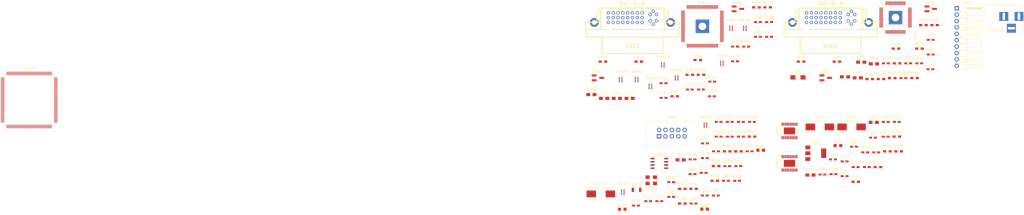
<source format=kicad_pcb>
(kicad_pcb (version 20160815) (host pcbnew "(2016-12-16 revision f631ae27b)-master")

  (general
    (links 512)
    (no_connects 512)
    (area 0 0 0 0)
    (thickness 1.6)
    (drawings 0)
    (tracks 0)
    (zones 0)
    (modules 139)
    (nets 238)
  )

  (page A4)
  (layers
    (0 F.Cu signal)
    (1 In1.Cu signal)
    (2 In2.Cu signal)
    (31 B.Cu signal)
    (32 B.Adhes user)
    (33 F.Adhes user)
    (34 B.Paste user)
    (35 F.Paste user)
    (36 B.SilkS user)
    (37 F.SilkS user)
    (38 B.Mask user)
    (39 F.Mask user)
    (40 Dwgs.User user)
    (41 Cmts.User user)
    (42 Eco1.User user)
    (43 Eco2.User user)
    (44 Edge.Cuts user)
    (45 Margin user)
    (46 B.CrtYd user)
    (47 F.CrtYd user)
    (48 B.Fab user)
    (49 F.Fab user)
  )

  (setup
    (last_trace_width 0.25)
    (trace_clearance 0.2)
    (zone_clearance 0.508)
    (zone_45_only no)
    (trace_min 0.2)
    (segment_width 0.2)
    (edge_width 0.1)
    (via_size 0.8)
    (via_drill 0.4)
    (via_min_size 0.4)
    (via_min_drill 0.3)
    (uvia_size 0.3)
    (uvia_drill 0.1)
    (uvias_allowed no)
    (uvia_min_size 0.2)
    (uvia_min_drill 0.1)
    (pcb_text_width 0.3)
    (pcb_text_size 1.5 1.5)
    (mod_edge_width 0.15)
    (mod_text_size 1 1)
    (mod_text_width 0.15)
    (pad_size 1.5 1.5)
    (pad_drill 0.6)
    (pad_to_mask_clearance 0.2)
    (solder_mask_min_width 0.16)
    (aux_axis_origin 0 0)
    (visible_elements FFFFFF7F)
    (pcbplotparams
      (layerselection 0x00030_ffffffff)
      (usegerberextensions false)
      (excludeedgelayer true)
      (linewidth 0.100000)
      (plotframeref false)
      (viasonmask false)
      (mode 1)
      (useauxorigin false)
      (hpglpennumber 1)
      (hpglpenspeed 20)
      (hpglpendiameter 15)
      (psnegative false)
      (psa4output false)
      (plotreference true)
      (plotvalue true)
      (plotinvisibletext false)
      (padsonsilk false)
      (subtractmaskfromsilk false)
      (outputformat 1)
      (mirror false)
      (drillshape 1)
      (scaleselection 1)
      (outputdirectory ""))
  )

  (net 0 "")
  (net 1 GND)
  (net 2 /power/VIN)
  (net 3 +2V5)
  (net 4 +3V3)
  (net 5 +1V2)
  (net 6 "Net-(C217-Pad2)")
  (net 7 "Net-(C218-Pad2)")
  (net 8 +V_IO)
  (net 9 /dvi_in/PVDD)
  (net 10 /dvi_in/DVDD)
  (net 11 /dvi_in/AVDD)
  (net 12 +5V)
  (net 13 /dvi_out/TVDD)
  (net 14 /dvi_out/DVDD)
  (net 15 /dvi_out/PVDD)
  (net 16 "Net-(D201-Pad1)")
  (net 17 "Net-(D301-Pad1)")
  (net 18 "Net-(D301-Pad2)")
  (net 19 "Net-(D302-Pad2)")
  (net 20 "Net-(D302-Pad1)")
  (net 21 "Net-(D303-Pad1)")
  (net 22 "Net-(D303-Pad2)")
  (net 23 "Net-(F501-Pad1)")
  (net 24 /GPIO7)
  (net 25 /GPIO6)
  (net 26 /GPIO5)
  (net 27 /GPIO4)
  (net 28 /GPIO3)
  (net 29 /GPIO2)
  (net 30 /GPIO1)
  (net 31 /GPIO0)
  (net 32 "Net-(P301-Pad9)")
  (net 33 "Net-(P301-Pad8)")
  (net 34 "Net-(P301-Pad7)")
  (net 35 "Net-(P301-Pad6)")
  (net 36 "Net-(P301-Pad5)")
  (net 37 "Net-(P301-Pad3)")
  (net 38 "Net-(P301-Pad1)")
  (net 39 /dvi_in/DDCDAT_)
  (net 40 /dvi_in/DDCDAT_IN)
  (net 41 /dvi_in/DDCCLK_IN)
  (net 42 /dvi_in/DDCCLK_)
  (net 43 /dvi_out/DDCDAT_)
  (net 44 /dvi_out/DDCDAT)
  (net 45 /dvi_out/DDCCLK)
  (net 46 /dvi_out/DDCCLK_)
  (net 47 "Net-(R301-Pad1)")
  (net 48 "Net-(R302-Pad1)")
  (net 49 "Net-(R303-Pad1)")
  (net 50 "Net-(R307-Pad2)")
  (net 51 /fpga/CLK50)
  (net 52 /dvi_out/TXCLK+)
  (net 53 "Net-(R308-Pad1)")
  (net 54 /dvi_in/HOTPLUG)
  (net 55 "Net-(R501-Pad1)")
  (net 56 /dvi_out/MSEN)
  (net 57 "Net-(R503-Pad2)")
  (net 58 /dvi_out/HOTPLUG)
  (net 59 "Net-(R504-Pad1)")
  (net 60 "Net-(RN301-Pad1)")
  (net 61 /dvi_out/VSYNC)
  (net 62 /dvi_out/HSYNC)
  (net 63 /dvi_out/DE)
  (net 64 "Net-(RN301-Pad8)")
  (net 65 "Net-(RN301-Pad5)")
  (net 66 "Net-(RN301-Pad6)")
  (net 67 "Net-(RN301-Pad7)")
  (net 68 "Net-(RN302-Pad7)")
  (net 69 "Net-(RN302-Pad6)")
  (net 70 "Net-(RN302-Pad5)")
  (net 71 "Net-(RN302-Pad8)")
  (net 72 /dvi_out/CTL3)
  (net 73 /dvi_out/CTL2)
  (net 74 /dvi_out/CTL1)
  (net 75 "Net-(RN302-Pad1)")
  (net 76 "Net-(RN401-Pad7)")
  (net 77 "Net-(RN401-Pad6)")
  (net 78 "Net-(RN401-Pad5)")
  (net 79 "Net-(RN401-Pad8)")
  (net 80 "Net-(RN401-Pad4)")
  (net 81 /dvi_in/HSYNC)
  (net 82 /dvi_in/VSYNC)
  (net 83 /dvi_in/DE)
  (net 84 "Net-(RN402-Pad7)")
  (net 85 "Net-(RN402-Pad6)")
  (net 86 "Net-(RN402-Pad5)")
  (net 87 "Net-(RN402-Pad8)")
  (net 88 /dvi_in/DATI3)
  (net 89 /dvi_in/DATI2)
  (net 90 /dvi_in/DATI1)
  (net 91 /dvi_in/DATI0)
  (net 92 "Net-(RN403-Pad7)")
  (net 93 "Net-(RN403-Pad6)")
  (net 94 "Net-(RN403-Pad5)")
  (net 95 "Net-(RN403-Pad8)")
  (net 96 /dvi_in/DATI11)
  (net 97 /dvi_in/DATI10)
  (net 98 /dvi_in/DATI9)
  (net 99 /dvi_in/DATI8)
  (net 100 "Net-(RN404-Pad7)")
  (net 101 "Net-(RN404-Pad6)")
  (net 102 "Net-(RN404-Pad5)")
  (net 103 "Net-(RN404-Pad8)")
  (net 104 /dvi_in/DATI19)
  (net 105 /dvi_in/DATI18)
  (net 106 /dvi_in/DATI17)
  (net 107 /dvi_in/DATI16)
  (net 108 /dvi_in/CTL1)
  (net 109 /dvi_in/CTL2)
  (net 110 /dvi_in/CTL3)
  (net 111 /fpga/CLKIN)
  (net 112 "Net-(RN405-Pad8)")
  (net 113 "Net-(RN405-Pad5)")
  (net 114 "Net-(RN405-Pad6)")
  (net 115 "Net-(RN405-Pad7)")
  (net 116 /dvi_in/DATI4)
  (net 117 /dvi_in/DATI5)
  (net 118 /dvi_in/DATI6)
  (net 119 /dvi_in/DATI7)
  (net 120 "Net-(RN406-Pad8)")
  (net 121 "Net-(RN406-Pad5)")
  (net 122 "Net-(RN406-Pad6)")
  (net 123 "Net-(RN406-Pad7)")
  (net 124 /dvi_in/DATI12)
  (net 125 /dvi_in/DATI13)
  (net 126 /dvi_in/DATI14)
  (net 127 /dvi_in/DATI15)
  (net 128 "Net-(RN407-Pad8)")
  (net 129 "Net-(RN407-Pad5)")
  (net 130 "Net-(RN407-Pad6)")
  (net 131 "Net-(RN407-Pad7)")
  (net 132 /dvi_in/DATI20)
  (net 133 /dvi_in/DATI21)
  (net 134 /dvi_in/DATI22)
  (net 135 /dvi_in/DATI23)
  (net 136 "Net-(RN408-Pad8)")
  (net 137 "Net-(RN408-Pad5)")
  (net 138 "Net-(RN408-Pad6)")
  (net 139 "Net-(RN408-Pad7)")
  (net 140 "Net-(U202-Pad3)")
  (net 141 "Net-(L201-Pad1)")
  (net 142 "Net-(U202-Pad16)")
  (net 143 "Net-(L202-Pad1)")
  (net 144 "Net-(U203-Pad3)")
  (net 145 /fpga/DCLK)
  (net 146 /fpga/ASDI)
  (net 147 /fpga/DATA)
  (net 148 /fpga/nCS)
  (net 149 /dvi_out/DATO23)
  (net 150 /dvi_out/DATO22)
  (net 151 /dvi_out/DATO21)
  (net 152 /dvi_out/DATO20)
  (net 153 /dvi_out/DATO19)
  (net 154 /dvi_out/DATO18)
  (net 155 /dvi_out/DATO17)
  (net 156 /dvi_out/DATO16)
  (net 157 /dvi_out/DATO15)
  (net 158 /dvi_out/DATO14)
  (net 159 /dvi_out/DATO13)
  (net 160 /dvi_out/DATO12)
  (net 161 "Net-(U302-Pad127)")
  (net 162 /dvi_out/DATO11)
  (net 163 /dvi_out/DATO10)
  (net 164 /dvi_out/DATO9)
  (net 165 /dvi_out/DATO8)
  (net 166 /dvi_out/DATO7)
  (net 167 /dvi_out/DATO6)
  (net 168 /dvi_out/DATO5)
  (net 169 /dvi_out/DATO4)
  (net 170 /dvi_out/DATO3)
  (net 171 /dvi_out/DATO2)
  (net 172 /dvi_out/DATO1)
  (net 173 /dvi_out/DATO0)
  (net 174 "Net-(U302-Pad99)")
  (net 175 "Net-(U302-Pad84)")
  (net 176 "Net-(U302-Pad83)")
  (net 177 /dvi_in/LINK_ACT)
  (net 178 /dvi_in/PDOWN)
  (net 179 /dvi_out/EDGE)
  (net 180 /dvi_out/DKEN)
  (net 181 "Net-(U303-Pad1)")
  (net 182 "Net-(U401-Pad96)")
  (net 183 /dvi_in/RxC-)
  (net 184 /dvi_in/RxC+)
  (net 185 /dvi_in/Rx0-)
  (net 186 /dvi_in/Rx0+)
  (net 187 /dvi_in/Rx1-)
  (net 188 /dvi_in/Rx1+)
  (net 189 /dvi_in/Rx2-)
  (net 190 /dvi_in/Rx2+)
  (net 191 "Net-(U401-Pad77)")
  (net 192 "Net-(U401-Pad75)")
  (net 193 "Net-(U401-Pad74)")
  (net 194 "Net-(U401-Pad73)")
  (net 195 "Net-(U401-Pad72)")
  (net 196 "Net-(U401-Pad71)")
  (net 197 "Net-(U401-Pad70)")
  (net 198 "Net-(U401-Pad69)")
  (net 199 "Net-(U401-Pad66)")
  (net 200 "Net-(U401-Pad65)")
  (net 201 "Net-(U401-Pad64)")
  (net 202 "Net-(U401-Pad63)")
  (net 203 "Net-(U401-Pad62)")
  (net 204 "Net-(U401-Pad61)")
  (net 205 "Net-(U401-Pad60)")
  (net 206 "Net-(U401-Pad59)")
  (net 207 "Net-(U401-Pad56)")
  (net 208 "Net-(U401-Pad55)")
  (net 209 "Net-(U401-Pad54)")
  (net 210 "Net-(U401-Pad53)")
  (net 211 "Net-(U401-Pad52)")
  (net 212 "Net-(U401-Pad51)")
  (net 213 "Net-(U401-Pad50)")
  (net 214 "Net-(U401-Pad49)")
  (net 215 /dvi_out/TXC-)
  (net 216 /dvi_out/TXC+)
  (net 217 /dvi_out/TX0-)
  (net 218 /dvi_out/TX0+)
  (net 219 /dvi_out/TX1-)
  (net 220 /dvi_out/TX1+)
  (net 221 /dvi_out/TX2-)
  (net 222 /dvi_out/TX2+)
  (net 223 "Net-(U501-Pad49)")
  (net 224 "Net-(X401-Pad4)")
  (net 225 "Net-(X401-Pad5)")
  (net 226 "Net-(X401-Pad12)")
  (net 227 "Net-(X401-Pad13)")
  (net 228 "Net-(X401-Pad20)")
  (net 229 "Net-(X401-Pad21)")
  (net 230 "Net-(X401-Pad8)")
  (net 231 "Net-(X501-Pad8)")
  (net 232 "Net-(X501-Pad21)")
  (net 233 "Net-(X501-Pad20)")
  (net 234 "Net-(X501-Pad13)")
  (net 235 "Net-(X501-Pad12)")
  (net 236 "Net-(X501-Pad5)")
  (net 237 "Net-(X501-Pad4)")

  (net_class Default "This is the default net class."
    (clearance 0.2)
    (trace_width 0.25)
    (via_dia 0.8)
    (via_drill 0.4)
    (uvia_dia 0.3)
    (uvia_drill 0.1)
    (diff_pair_gap 0.25)
    (diff_pair_width 0.2)
    (add_net +1V2)
    (add_net +2V5)
    (add_net +3V3)
    (add_net +5V)
    (add_net +V_IO)
    (add_net /GPIO0)
    (add_net /GPIO1)
    (add_net /GPIO2)
    (add_net /GPIO3)
    (add_net /GPIO4)
    (add_net /GPIO5)
    (add_net /GPIO6)
    (add_net /GPIO7)
    (add_net /dvi_in/AVDD)
    (add_net /dvi_in/CTL1)
    (add_net /dvi_in/CTL2)
    (add_net /dvi_in/CTL3)
    (add_net /dvi_in/DATI0)
    (add_net /dvi_in/DATI1)
    (add_net /dvi_in/DATI10)
    (add_net /dvi_in/DATI11)
    (add_net /dvi_in/DATI12)
    (add_net /dvi_in/DATI13)
    (add_net /dvi_in/DATI14)
    (add_net /dvi_in/DATI15)
    (add_net /dvi_in/DATI16)
    (add_net /dvi_in/DATI17)
    (add_net /dvi_in/DATI18)
    (add_net /dvi_in/DATI19)
    (add_net /dvi_in/DATI2)
    (add_net /dvi_in/DATI20)
    (add_net /dvi_in/DATI21)
    (add_net /dvi_in/DATI22)
    (add_net /dvi_in/DATI23)
    (add_net /dvi_in/DATI3)
    (add_net /dvi_in/DATI4)
    (add_net /dvi_in/DATI5)
    (add_net /dvi_in/DATI6)
    (add_net /dvi_in/DATI7)
    (add_net /dvi_in/DATI8)
    (add_net /dvi_in/DATI9)
    (add_net /dvi_in/DDCCLK_)
    (add_net /dvi_in/DDCCLK_IN)
    (add_net /dvi_in/DDCDAT_)
    (add_net /dvi_in/DDCDAT_IN)
    (add_net /dvi_in/DE)
    (add_net /dvi_in/DVDD)
    (add_net /dvi_in/HOTPLUG)
    (add_net /dvi_in/HSYNC)
    (add_net /dvi_in/LINK_ACT)
    (add_net /dvi_in/PDOWN)
    (add_net /dvi_in/PVDD)
    (add_net /dvi_in/Rx0+)
    (add_net /dvi_in/Rx0-)
    (add_net /dvi_in/Rx1+)
    (add_net /dvi_in/Rx1-)
    (add_net /dvi_in/Rx2+)
    (add_net /dvi_in/Rx2-)
    (add_net /dvi_in/RxC+)
    (add_net /dvi_in/RxC-)
    (add_net /dvi_in/VSYNC)
    (add_net /dvi_out/CTL1)
    (add_net /dvi_out/CTL2)
    (add_net /dvi_out/CTL3)
    (add_net /dvi_out/DATO0)
    (add_net /dvi_out/DATO1)
    (add_net /dvi_out/DATO10)
    (add_net /dvi_out/DATO11)
    (add_net /dvi_out/DATO12)
    (add_net /dvi_out/DATO13)
    (add_net /dvi_out/DATO14)
    (add_net /dvi_out/DATO15)
    (add_net /dvi_out/DATO16)
    (add_net /dvi_out/DATO17)
    (add_net /dvi_out/DATO18)
    (add_net /dvi_out/DATO19)
    (add_net /dvi_out/DATO2)
    (add_net /dvi_out/DATO20)
    (add_net /dvi_out/DATO21)
    (add_net /dvi_out/DATO22)
    (add_net /dvi_out/DATO23)
    (add_net /dvi_out/DATO3)
    (add_net /dvi_out/DATO4)
    (add_net /dvi_out/DATO5)
    (add_net /dvi_out/DATO6)
    (add_net /dvi_out/DATO7)
    (add_net /dvi_out/DATO8)
    (add_net /dvi_out/DATO9)
    (add_net /dvi_out/DDCCLK)
    (add_net /dvi_out/DDCCLK_)
    (add_net /dvi_out/DDCDAT)
    (add_net /dvi_out/DDCDAT_)
    (add_net /dvi_out/DE)
    (add_net /dvi_out/DKEN)
    (add_net /dvi_out/DVDD)
    (add_net /dvi_out/EDGE)
    (add_net /dvi_out/HOTPLUG)
    (add_net /dvi_out/HSYNC)
    (add_net /dvi_out/MSEN)
    (add_net /dvi_out/PVDD)
    (add_net /dvi_out/TVDD)
    (add_net /dvi_out/TX0+)
    (add_net /dvi_out/TX0-)
    (add_net /dvi_out/TX1+)
    (add_net /dvi_out/TX1-)
    (add_net /dvi_out/TX2+)
    (add_net /dvi_out/TX2-)
    (add_net /dvi_out/TXC+)
    (add_net /dvi_out/TXC-)
    (add_net /dvi_out/TXCLK+)
    (add_net /dvi_out/VSYNC)
    (add_net /fpga/ASDI)
    (add_net /fpga/CLK50)
    (add_net /fpga/CLKIN)
    (add_net /fpga/DATA)
    (add_net /fpga/DCLK)
    (add_net /fpga/nCS)
    (add_net /power/VIN)
    (add_net GND)
    (add_net "Net-(C217-Pad2)")
    (add_net "Net-(C218-Pad2)")
    (add_net "Net-(D201-Pad1)")
    (add_net "Net-(D301-Pad1)")
    (add_net "Net-(D301-Pad2)")
    (add_net "Net-(D302-Pad1)")
    (add_net "Net-(D302-Pad2)")
    (add_net "Net-(D303-Pad1)")
    (add_net "Net-(D303-Pad2)")
    (add_net "Net-(F501-Pad1)")
    (add_net "Net-(L201-Pad1)")
    (add_net "Net-(L202-Pad1)")
    (add_net "Net-(P301-Pad1)")
    (add_net "Net-(P301-Pad3)")
    (add_net "Net-(P301-Pad5)")
    (add_net "Net-(P301-Pad6)")
    (add_net "Net-(P301-Pad7)")
    (add_net "Net-(P301-Pad8)")
    (add_net "Net-(P301-Pad9)")
    (add_net "Net-(R301-Pad1)")
    (add_net "Net-(R302-Pad1)")
    (add_net "Net-(R303-Pad1)")
    (add_net "Net-(R307-Pad2)")
    (add_net "Net-(R308-Pad1)")
    (add_net "Net-(R501-Pad1)")
    (add_net "Net-(R503-Pad2)")
    (add_net "Net-(R504-Pad1)")
    (add_net "Net-(RN301-Pad1)")
    (add_net "Net-(RN301-Pad5)")
    (add_net "Net-(RN301-Pad6)")
    (add_net "Net-(RN301-Pad7)")
    (add_net "Net-(RN301-Pad8)")
    (add_net "Net-(RN302-Pad1)")
    (add_net "Net-(RN302-Pad5)")
    (add_net "Net-(RN302-Pad6)")
    (add_net "Net-(RN302-Pad7)")
    (add_net "Net-(RN302-Pad8)")
    (add_net "Net-(RN401-Pad4)")
    (add_net "Net-(RN401-Pad5)")
    (add_net "Net-(RN401-Pad6)")
    (add_net "Net-(RN401-Pad7)")
    (add_net "Net-(RN401-Pad8)")
    (add_net "Net-(RN402-Pad5)")
    (add_net "Net-(RN402-Pad6)")
    (add_net "Net-(RN402-Pad7)")
    (add_net "Net-(RN402-Pad8)")
    (add_net "Net-(RN403-Pad5)")
    (add_net "Net-(RN403-Pad6)")
    (add_net "Net-(RN403-Pad7)")
    (add_net "Net-(RN403-Pad8)")
    (add_net "Net-(RN404-Pad5)")
    (add_net "Net-(RN404-Pad6)")
    (add_net "Net-(RN404-Pad7)")
    (add_net "Net-(RN404-Pad8)")
    (add_net "Net-(RN405-Pad5)")
    (add_net "Net-(RN405-Pad6)")
    (add_net "Net-(RN405-Pad7)")
    (add_net "Net-(RN405-Pad8)")
    (add_net "Net-(RN406-Pad5)")
    (add_net "Net-(RN406-Pad6)")
    (add_net "Net-(RN406-Pad7)")
    (add_net "Net-(RN406-Pad8)")
    (add_net "Net-(RN407-Pad5)")
    (add_net "Net-(RN407-Pad6)")
    (add_net "Net-(RN407-Pad7)")
    (add_net "Net-(RN407-Pad8)")
    (add_net "Net-(RN408-Pad5)")
    (add_net "Net-(RN408-Pad6)")
    (add_net "Net-(RN408-Pad7)")
    (add_net "Net-(RN408-Pad8)")
    (add_net "Net-(U202-Pad16)")
    (add_net "Net-(U202-Pad3)")
    (add_net "Net-(U203-Pad3)")
    (add_net "Net-(U302-Pad127)")
    (add_net "Net-(U302-Pad83)")
    (add_net "Net-(U302-Pad84)")
    (add_net "Net-(U302-Pad99)")
    (add_net "Net-(U303-Pad1)")
    (add_net "Net-(U401-Pad49)")
    (add_net "Net-(U401-Pad50)")
    (add_net "Net-(U401-Pad51)")
    (add_net "Net-(U401-Pad52)")
    (add_net "Net-(U401-Pad53)")
    (add_net "Net-(U401-Pad54)")
    (add_net "Net-(U401-Pad55)")
    (add_net "Net-(U401-Pad56)")
    (add_net "Net-(U401-Pad59)")
    (add_net "Net-(U401-Pad60)")
    (add_net "Net-(U401-Pad61)")
    (add_net "Net-(U401-Pad62)")
    (add_net "Net-(U401-Pad63)")
    (add_net "Net-(U401-Pad64)")
    (add_net "Net-(U401-Pad65)")
    (add_net "Net-(U401-Pad66)")
    (add_net "Net-(U401-Pad69)")
    (add_net "Net-(U401-Pad70)")
    (add_net "Net-(U401-Pad71)")
    (add_net "Net-(U401-Pad72)")
    (add_net "Net-(U401-Pad73)")
    (add_net "Net-(U401-Pad74)")
    (add_net "Net-(U401-Pad75)")
    (add_net "Net-(U401-Pad77)")
    (add_net "Net-(U401-Pad96)")
    (add_net "Net-(U501-Pad49)")
    (add_net "Net-(X401-Pad12)")
    (add_net "Net-(X401-Pad13)")
    (add_net "Net-(X401-Pad20)")
    (add_net "Net-(X401-Pad21)")
    (add_net "Net-(X401-Pad4)")
    (add_net "Net-(X401-Pad5)")
    (add_net "Net-(X401-Pad8)")
    (add_net "Net-(X501-Pad12)")
    (add_net "Net-(X501-Pad13)")
    (add_net "Net-(X501-Pad20)")
    (add_net "Net-(X501-Pad21)")
    (add_net "Net-(X501-Pad4)")
    (add_net "Net-(X501-Pad5)")
    (add_net "Net-(X501-Pad8)")
  )

  (module Capacitors_Tantalum_SMD:Tantalum_Case-D_EIA-7343-31_Hand (layer F.Cu) (tedit 57B6E980) (tstamp 58797C0F)
    (at 518.005992 81.557371)
    (descr "Tantalum capacitor, Case D, EIA 7343-31, 7.3x4.3x2.8mm, Hand soldering footprint")
    (tags "capacitor tantalum smd")
    (path /5839A46D/58797306)
    (attr smd)
    (fp_text reference C201 (at 0 -3.9) (layer F.SilkS)
      (effects (font (size 1 1) (thickness 0.15)))
    )
    (fp_text value 100u (at 0 3.9) (layer F.Fab)
      (effects (font (size 1 1) (thickness 0.15)))
    )
    (fp_line (start -5.95 -2.4) (end -5.95 2.4) (layer F.SilkS) (width 0.15))
    (fp_line (start -5.95 2.4) (end 3.65 2.4) (layer F.SilkS) (width 0.15))
    (fp_line (start -5.95 -2.4) (end 3.65 -2.4) (layer F.SilkS) (width 0.15))
    (fp_line (start -2.555 -2.15) (end -2.555 2.15) (layer F.Fab) (width 0.15))
    (fp_line (start -2.92 -2.15) (end -2.92 2.15) (layer F.Fab) (width 0.15))
    (fp_line (start 3.65 -2.15) (end -3.65 -2.15) (layer F.Fab) (width 0.15))
    (fp_line (start 3.65 2.15) (end 3.65 -2.15) (layer F.Fab) (width 0.15))
    (fp_line (start -3.65 2.15) (end 3.65 2.15) (layer F.Fab) (width 0.15))
    (fp_line (start -3.65 -2.15) (end -3.65 2.15) (layer F.Fab) (width 0.15))
    (fp_line (start 6.05 -2.5) (end -6.05 -2.5) (layer F.CrtYd) (width 0.05))
    (fp_line (start 6.05 2.5) (end 6.05 -2.5) (layer F.CrtYd) (width 0.05))
    (fp_line (start -6.05 2.5) (end 6.05 2.5) (layer F.CrtYd) (width 0.05))
    (fp_line (start -6.05 -2.5) (end -6.05 2.5) (layer F.CrtYd) (width 0.05))
    (pad 2 smd rect (at 3.775 0) (size 3.75 2.7) (layers F.Cu F.Paste F.Mask)
      (net 1 GND))
    (pad 1 smd rect (at -3.775 0) (size 3.75 2.7) (layers F.Cu F.Paste F.Mask)
      (net 2 /power/VIN))
    (model Capacitors_Tantalum_SMD.3dshapes/Tantalum_Case-D_EIA-7343-31.wrl
      (at (xyz 0 0 0))
      (scale (xyz 1 1 1))
      (rotate (xyz 0 0 0))
    )
  )

  (module Capacitors_SMD:C_0603_HandSoldering (layer F.Cu) (tedit 541A9B4D) (tstamp 58797C1F)
    (at 515.234562 95.257371)
    (descr "Capacitor SMD 0603, hand soldering")
    (tags "capacitor 0603")
    (path /5839A46D/5879A330)
    (attr smd)
    (fp_text reference C202 (at 0 -1.9) (layer F.SilkS)
      (effects (font (size 1 1) (thickness 0.15)))
    )
    (fp_text value 100n (at 0 1.9) (layer F.Fab)
      (effects (font (size 1 1) (thickness 0.15)))
    )
    (fp_line (start -0.8 0.4) (end -0.8 -0.4) (layer F.Fab) (width 0.15))
    (fp_line (start 0.8 0.4) (end -0.8 0.4) (layer F.Fab) (width 0.15))
    (fp_line (start 0.8 -0.4) (end 0.8 0.4) (layer F.Fab) (width 0.15))
    (fp_line (start -0.8 -0.4) (end 0.8 -0.4) (layer F.Fab) (width 0.15))
    (fp_line (start -1.85 -0.75) (end 1.85 -0.75) (layer F.CrtYd) (width 0.05))
    (fp_line (start -1.85 0.75) (end 1.85 0.75) (layer F.CrtYd) (width 0.05))
    (fp_line (start -1.85 -0.75) (end -1.85 0.75) (layer F.CrtYd) (width 0.05))
    (fp_line (start 1.85 -0.75) (end 1.85 0.75) (layer F.CrtYd) (width 0.05))
    (fp_line (start -0.35 -0.6) (end 0.35 -0.6) (layer F.SilkS) (width 0.15))
    (fp_line (start 0.35 0.6) (end -0.35 0.6) (layer F.SilkS) (width 0.15))
    (pad 1 smd rect (at -0.95 0) (size 1.2 0.75) (layers F.Cu F.Paste F.Mask)
      (net 2 /power/VIN))
    (pad 2 smd rect (at 0.95 0) (size 1.2 0.75) (layers F.Cu F.Paste F.Mask)
      (net 1 GND))
    (model Capacitors_SMD.3dshapes/C_0603_HandSoldering.wrl
      (at (xyz 0 0 0))
      (scale (xyz 1 1 1))
      (rotate (xyz 0 0 0))
    )
  )

  (module Capacitors_SMD:C_0603_HandSoldering (layer F.Cu) (tedit 541A9B4D) (tstamp 58797C2F)
    (at 518.984562 89.407371)
    (descr "Capacitor SMD 0603, hand soldering")
    (tags "capacitor 0603")
    (path /5839A46D/58797543)
    (attr smd)
    (fp_text reference C203 (at 0 -1.9) (layer F.SilkS)
      (effects (font (size 1 1) (thickness 0.15)))
    )
    (fp_text value 100n (at 0 1.9) (layer F.Fab)
      (effects (font (size 1 1) (thickness 0.15)))
    )
    (fp_line (start 0.35 0.6) (end -0.35 0.6) (layer F.SilkS) (width 0.15))
    (fp_line (start -0.35 -0.6) (end 0.35 -0.6) (layer F.SilkS) (width 0.15))
    (fp_line (start 1.85 -0.75) (end 1.85 0.75) (layer F.CrtYd) (width 0.05))
    (fp_line (start -1.85 -0.75) (end -1.85 0.75) (layer F.CrtYd) (width 0.05))
    (fp_line (start -1.85 0.75) (end 1.85 0.75) (layer F.CrtYd) (width 0.05))
    (fp_line (start -1.85 -0.75) (end 1.85 -0.75) (layer F.CrtYd) (width 0.05))
    (fp_line (start -0.8 -0.4) (end 0.8 -0.4) (layer F.Fab) (width 0.15))
    (fp_line (start 0.8 -0.4) (end 0.8 0.4) (layer F.Fab) (width 0.15))
    (fp_line (start 0.8 0.4) (end -0.8 0.4) (layer F.Fab) (width 0.15))
    (fp_line (start -0.8 0.4) (end -0.8 -0.4) (layer F.Fab) (width 0.15))
    (pad 2 smd rect (at 0.95 0) (size 1.2 0.75) (layers F.Cu F.Paste F.Mask)
      (net 1 GND))
    (pad 1 smd rect (at -0.95 0) (size 1.2 0.75) (layers F.Cu F.Paste F.Mask)
      (net 2 /power/VIN))
    (model Capacitors_SMD.3dshapes/C_0603_HandSoldering.wrl
      (at (xyz 0 0 0))
      (scale (xyz 1 1 1))
      (rotate (xyz 0 0 0))
    )
  )

  (module Capacitors_SMD:C_0805_HandSoldering (layer F.Cu) (tedit 541A9B8D) (tstamp 58797C3F)
    (at 526.805992 79.757371)
    (descr "Capacitor SMD 0805, hand soldering")
    (tags "capacitor 0805")
    (path /5839A46D/58797422)
    (attr smd)
    (fp_text reference C204 (at 0 -2.1) (layer F.SilkS)
      (effects (font (size 1 1) (thickness 0.15)))
    )
    (fp_text value 10u (at 0 2.1) (layer F.Fab)
      (effects (font (size 1 1) (thickness 0.15)))
    )
    (fp_line (start -1 0.625) (end -1 -0.625) (layer F.Fab) (width 0.15))
    (fp_line (start 1 0.625) (end -1 0.625) (layer F.Fab) (width 0.15))
    (fp_line (start 1 -0.625) (end 1 0.625) (layer F.Fab) (width 0.15))
    (fp_line (start -1 -0.625) (end 1 -0.625) (layer F.Fab) (width 0.15))
    (fp_line (start -2.3 -1) (end 2.3 -1) (layer F.CrtYd) (width 0.05))
    (fp_line (start -2.3 1) (end 2.3 1) (layer F.CrtYd) (width 0.05))
    (fp_line (start -2.3 -1) (end -2.3 1) (layer F.CrtYd) (width 0.05))
    (fp_line (start 2.3 -1) (end 2.3 1) (layer F.CrtYd) (width 0.05))
    (fp_line (start 0.5 -0.85) (end -0.5 -0.85) (layer F.SilkS) (width 0.15))
    (fp_line (start -0.5 0.85) (end 0.5 0.85) (layer F.SilkS) (width 0.15))
    (pad 1 smd rect (at -1.25 0) (size 1.5 1.25) (layers F.Cu F.Paste F.Mask)
      (net 2 /power/VIN))
    (pad 2 smd rect (at 1.25 0) (size 1.5 1.25) (layers F.Cu F.Paste F.Mask)
      (net 1 GND))
    (model Capacitors_SMD.3dshapes/C_0805_HandSoldering.wrl
      (at (xyz 0 0 0))
      (scale (xyz 1 1 1))
      (rotate (xyz 0 0 0))
    )
  )

  (module Capacitors_SMD:C_0603_HandSoldering (layer F.Cu) (tedit 541A9B4D) (tstamp 58797C4F)
    (at 506.434562 100.457371)
    (descr "Capacitor SMD 0603, hand soldering")
    (tags "capacitor 0603")
    (path /5839A46D/5879A32A)
    (attr smd)
    (fp_text reference C205 (at 0 -1.9) (layer F.SilkS)
      (effects (font (size 1 1) (thickness 0.15)))
    )
    (fp_text value 100n (at 0 1.9) (layer F.Fab)
      (effects (font (size 1 1) (thickness 0.15)))
    )
    (fp_line (start 0.35 0.6) (end -0.35 0.6) (layer F.SilkS) (width 0.15))
    (fp_line (start -0.35 -0.6) (end 0.35 -0.6) (layer F.SilkS) (width 0.15))
    (fp_line (start 1.85 -0.75) (end 1.85 0.75) (layer F.CrtYd) (width 0.05))
    (fp_line (start -1.85 -0.75) (end -1.85 0.75) (layer F.CrtYd) (width 0.05))
    (fp_line (start -1.85 0.75) (end 1.85 0.75) (layer F.CrtYd) (width 0.05))
    (fp_line (start -1.85 -0.75) (end 1.85 -0.75) (layer F.CrtYd) (width 0.05))
    (fp_line (start -0.8 -0.4) (end 0.8 -0.4) (layer F.Fab) (width 0.15))
    (fp_line (start 0.8 -0.4) (end 0.8 0.4) (layer F.Fab) (width 0.15))
    (fp_line (start 0.8 0.4) (end -0.8 0.4) (layer F.Fab) (width 0.15))
    (fp_line (start -0.8 0.4) (end -0.8 -0.4) (layer F.Fab) (width 0.15))
    (pad 2 smd rect (at 0.95 0) (size 1.2 0.75) (layers F.Cu F.Paste F.Mask)
      (net 1 GND))
    (pad 1 smd rect (at -0.95 0) (size 1.2 0.75) (layers F.Cu F.Paste F.Mask)
      (net 2 /power/VIN))
    (model Capacitors_SMD.3dshapes/C_0603_HandSoldering.wrl
      (at (xyz 0 0 0))
      (scale (xyz 1 1 1))
      (rotate (xyz 0 0 0))
    )
  )

  (module Capacitors_SMD:C_0603_HandSoldering (layer F.Cu) (tedit 541A9B4D) (tstamp 58797C5F)
    (at 510.634562 94.457371)
    (descr "Capacitor SMD 0603, hand soldering")
    (tags "capacitor 0603")
    (path /5839A46D/5879A336)
    (attr smd)
    (fp_text reference C206 (at 0 -1.9) (layer F.SilkS)
      (effects (font (size 1 1) (thickness 0.15)))
    )
    (fp_text value 100n (at 0 1.9) (layer F.Fab)
      (effects (font (size 1 1) (thickness 0.15)))
    )
    (fp_line (start 0.35 0.6) (end -0.35 0.6) (layer F.SilkS) (width 0.15))
    (fp_line (start -0.35 -0.6) (end 0.35 -0.6) (layer F.SilkS) (width 0.15))
    (fp_line (start 1.85 -0.75) (end 1.85 0.75) (layer F.CrtYd) (width 0.05))
    (fp_line (start -1.85 -0.75) (end -1.85 0.75) (layer F.CrtYd) (width 0.05))
    (fp_line (start -1.85 0.75) (end 1.85 0.75) (layer F.CrtYd) (width 0.05))
    (fp_line (start -1.85 -0.75) (end 1.85 -0.75) (layer F.CrtYd) (width 0.05))
    (fp_line (start -0.8 -0.4) (end 0.8 -0.4) (layer F.Fab) (width 0.15))
    (fp_line (start 0.8 -0.4) (end 0.8 0.4) (layer F.Fab) (width 0.15))
    (fp_line (start 0.8 0.4) (end -0.8 0.4) (layer F.Fab) (width 0.15))
    (fp_line (start -0.8 0.4) (end -0.8 -0.4) (layer F.Fab) (width 0.15))
    (pad 2 smd rect (at 0.95 0) (size 1.2 0.75) (layers F.Cu F.Paste F.Mask)
      (net 1 GND))
    (pad 1 smd rect (at -0.95 0) (size 1.2 0.75) (layers F.Cu F.Paste F.Mask)
      (net 2 /power/VIN))
    (model Capacitors_SMD.3dshapes/C_0603_HandSoldering.wrl
      (at (xyz 0 0 0))
      (scale (xyz 1 1 1))
      (rotate (xyz 0 0 0))
    )
  )

  (module Capacitors_SMD:C_0603_HandSoldering (layer F.Cu) (tedit 541A9B4D) (tstamp 58797C6F)
    (at 526.484562 85.807371)
    (descr "Capacitor SMD 0603, hand soldering")
    (tags "capacitor 0603")
    (path /5839A46D/587974D6)
    (attr smd)
    (fp_text reference C207 (at 0 -1.9) (layer F.SilkS)
      (effects (font (size 1 1) (thickness 0.15)))
    )
    (fp_text value 100n (at 0 1.9) (layer F.Fab)
      (effects (font (size 1 1) (thickness 0.15)))
    )
    (fp_line (start -0.8 0.4) (end -0.8 -0.4) (layer F.Fab) (width 0.15))
    (fp_line (start 0.8 0.4) (end -0.8 0.4) (layer F.Fab) (width 0.15))
    (fp_line (start 0.8 -0.4) (end 0.8 0.4) (layer F.Fab) (width 0.15))
    (fp_line (start -0.8 -0.4) (end 0.8 -0.4) (layer F.Fab) (width 0.15))
    (fp_line (start -1.85 -0.75) (end 1.85 -0.75) (layer F.CrtYd) (width 0.05))
    (fp_line (start -1.85 0.75) (end 1.85 0.75) (layer F.CrtYd) (width 0.05))
    (fp_line (start -1.85 -0.75) (end -1.85 0.75) (layer F.CrtYd) (width 0.05))
    (fp_line (start 1.85 -0.75) (end 1.85 0.75) (layer F.CrtYd) (width 0.05))
    (fp_line (start -0.35 -0.6) (end 0.35 -0.6) (layer F.SilkS) (width 0.15))
    (fp_line (start 0.35 0.6) (end -0.35 0.6) (layer F.SilkS) (width 0.15))
    (pad 1 smd rect (at -0.95 0) (size 1.2 0.75) (layers F.Cu F.Paste F.Mask)
      (net 2 /power/VIN))
    (pad 2 smd rect (at 0.95 0) (size 1.2 0.75) (layers F.Cu F.Paste F.Mask)
      (net 1 GND))
    (model Capacitors_SMD.3dshapes/C_0603_HandSoldering.wrl
      (at (xyz 0 0 0))
      (scale (xyz 1 1 1))
      (rotate (xyz 0 0 0))
    )
  )

  (module Capacitors_SMD:C_0603_HandSoldering (layer F.Cu) (tedit 541A9B4D) (tstamp 58797C7F)
    (at 510.834562 100.307371)
    (descr "Capacitor SMD 0603, hand soldering")
    (tags "capacitor 0603")
    (path /5839A46D/58797595)
    (attr smd)
    (fp_text reference C208 (at 0 -1.9) (layer F.SilkS)
      (effects (font (size 1 1) (thickness 0.15)))
    )
    (fp_text value 100n (at 0 1.9) (layer F.Fab)
      (effects (font (size 1 1) (thickness 0.15)))
    )
    (fp_line (start -0.8 0.4) (end -0.8 -0.4) (layer F.Fab) (width 0.15))
    (fp_line (start 0.8 0.4) (end -0.8 0.4) (layer F.Fab) (width 0.15))
    (fp_line (start 0.8 -0.4) (end 0.8 0.4) (layer F.Fab) (width 0.15))
    (fp_line (start -0.8 -0.4) (end 0.8 -0.4) (layer F.Fab) (width 0.15))
    (fp_line (start -1.85 -0.75) (end 1.85 -0.75) (layer F.CrtYd) (width 0.05))
    (fp_line (start -1.85 0.75) (end 1.85 0.75) (layer F.CrtYd) (width 0.05))
    (fp_line (start -1.85 -0.75) (end -1.85 0.75) (layer F.CrtYd) (width 0.05))
    (fp_line (start 1.85 -0.75) (end 1.85 0.75) (layer F.CrtYd) (width 0.05))
    (fp_line (start -0.35 -0.6) (end 0.35 -0.6) (layer F.SilkS) (width 0.15))
    (fp_line (start 0.35 0.6) (end -0.35 0.6) (layer F.SilkS) (width 0.15))
    (pad 1 smd rect (at -0.95 0) (size 1.2 0.75) (layers F.Cu F.Paste F.Mask)
      (net 2 /power/VIN))
    (pad 2 smd rect (at 0.95 0) (size 1.2 0.75) (layers F.Cu F.Paste F.Mask)
      (net 1 GND))
    (model Capacitors_SMD.3dshapes/C_0603_HandSoldering.wrl
      (at (xyz 0 0 0))
      (scale (xyz 1 1 1))
      (rotate (xyz 0 0 0))
    )
  )

  (module Capacitors_SMD:C_0603_HandSoldering (layer F.Cu) (tedit 541A9B4D) (tstamp 58797C8F)
    (at 531.534562 79.557371)
    (descr "Capacitor SMD 0603, hand soldering")
    (tags "capacitor 0603")
    (path /5839A46D/5879D21C)
    (attr smd)
    (fp_text reference C209 (at 0 -1.9) (layer F.SilkS)
      (effects (font (size 1 1) (thickness 0.15)))
    )
    (fp_text value 100n (at 0 1.9) (layer F.Fab)
      (effects (font (size 1 1) (thickness 0.15)))
    )
    (fp_line (start -0.8 0.4) (end -0.8 -0.4) (layer F.Fab) (width 0.15))
    (fp_line (start 0.8 0.4) (end -0.8 0.4) (layer F.Fab) (width 0.15))
    (fp_line (start 0.8 -0.4) (end 0.8 0.4) (layer F.Fab) (width 0.15))
    (fp_line (start -0.8 -0.4) (end 0.8 -0.4) (layer F.Fab) (width 0.15))
    (fp_line (start -1.85 -0.75) (end 1.85 -0.75) (layer F.CrtYd) (width 0.05))
    (fp_line (start -1.85 0.75) (end 1.85 0.75) (layer F.CrtYd) (width 0.05))
    (fp_line (start -1.85 -0.75) (end -1.85 0.75) (layer F.CrtYd) (width 0.05))
    (fp_line (start 1.85 -0.75) (end 1.85 0.75) (layer F.CrtYd) (width 0.05))
    (fp_line (start -0.35 -0.6) (end 0.35 -0.6) (layer F.SilkS) (width 0.15))
    (fp_line (start 0.35 0.6) (end -0.35 0.6) (layer F.SilkS) (width 0.15))
    (pad 1 smd rect (at -0.95 0) (size 1.2 0.75) (layers F.Cu F.Paste F.Mask)
      (net 2 /power/VIN))
    (pad 2 smd rect (at 0.95 0) (size 1.2 0.75) (layers F.Cu F.Paste F.Mask)
      (net 1 GND))
    (model Capacitors_SMD.3dshapes/C_0603_HandSoldering.wrl
      (at (xyz 0 0 0))
      (scale (xyz 1 1 1))
      (rotate (xyz 0 0 0))
    )
  )

  (module Capacitors_SMD:C_0603_HandSoldering (layer F.Cu) (tedit 541A9B4D) (tstamp 58797C9F)
    (at 523.384562 91.657371)
    (descr "Capacitor SMD 0603, hand soldering")
    (tags "capacitor 0603")
    (path /5839A46D/5879D91A)
    (attr smd)
    (fp_text reference C210 (at 0 -1.9) (layer F.SilkS)
      (effects (font (size 1 1) (thickness 0.15)))
    )
    (fp_text value 100n (at 0 1.9) (layer F.Fab)
      (effects (font (size 1 1) (thickness 0.15)))
    )
    (fp_line (start 0.35 0.6) (end -0.35 0.6) (layer F.SilkS) (width 0.15))
    (fp_line (start -0.35 -0.6) (end 0.35 -0.6) (layer F.SilkS) (width 0.15))
    (fp_line (start 1.85 -0.75) (end 1.85 0.75) (layer F.CrtYd) (width 0.05))
    (fp_line (start -1.85 -0.75) (end -1.85 0.75) (layer F.CrtYd) (width 0.05))
    (fp_line (start -1.85 0.75) (end 1.85 0.75) (layer F.CrtYd) (width 0.05))
    (fp_line (start -1.85 -0.75) (end 1.85 -0.75) (layer F.CrtYd) (width 0.05))
    (fp_line (start -0.8 -0.4) (end 0.8 -0.4) (layer F.Fab) (width 0.15))
    (fp_line (start 0.8 -0.4) (end 0.8 0.4) (layer F.Fab) (width 0.15))
    (fp_line (start 0.8 0.4) (end -0.8 0.4) (layer F.Fab) (width 0.15))
    (fp_line (start -0.8 0.4) (end -0.8 -0.4) (layer F.Fab) (width 0.15))
    (pad 2 smd rect (at 0.95 0) (size 1.2 0.75) (layers F.Cu F.Paste F.Mask)
      (net 1 GND))
    (pad 1 smd rect (at -0.95 0) (size 1.2 0.75) (layers F.Cu F.Paste F.Mask)
      (net 3 +2V5))
    (model Capacitors_SMD.3dshapes/C_0603_HandSoldering.wrl
      (at (xyz 0 0 0))
      (scale (xyz 1 1 1))
      (rotate (xyz 0 0 0))
    )
  )

  (module Capacitors_SMD:C_0805_HandSoldering (layer F.Cu) (tedit 541A9B8D) (tstamp 58797CAF)
    (at 501.705992 100.657371)
    (descr "Capacitor SMD 0805, hand soldering")
    (tags "capacitor 0805")
    (path /5839A46D/5879DDAA)
    (attr smd)
    (fp_text reference C211 (at 0 -2.1) (layer F.SilkS)
      (effects (font (size 1 1) (thickness 0.15)))
    )
    (fp_text value 22u (at 0 2.1) (layer F.Fab)
      (effects (font (size 1 1) (thickness 0.15)))
    )
    (fp_line (start -0.5 0.85) (end 0.5 0.85) (layer F.SilkS) (width 0.15))
    (fp_line (start 0.5 -0.85) (end -0.5 -0.85) (layer F.SilkS) (width 0.15))
    (fp_line (start 2.3 -1) (end 2.3 1) (layer F.CrtYd) (width 0.05))
    (fp_line (start -2.3 -1) (end -2.3 1) (layer F.CrtYd) (width 0.05))
    (fp_line (start -2.3 1) (end 2.3 1) (layer F.CrtYd) (width 0.05))
    (fp_line (start -2.3 -1) (end 2.3 -1) (layer F.CrtYd) (width 0.05))
    (fp_line (start -1 -0.625) (end 1 -0.625) (layer F.Fab) (width 0.15))
    (fp_line (start 1 -0.625) (end 1 0.625) (layer F.Fab) (width 0.15))
    (fp_line (start 1 0.625) (end -1 0.625) (layer F.Fab) (width 0.15))
    (fp_line (start -1 0.625) (end -1 -0.625) (layer F.Fab) (width 0.15))
    (pad 2 smd rect (at 1.25 0) (size 1.5 1.25) (layers F.Cu F.Paste F.Mask)
      (net 1 GND))
    (pad 1 smd rect (at -1.25 0) (size 1.5 1.25) (layers F.Cu F.Paste F.Mask)
      (net 3 +2V5))
    (model Capacitors_SMD.3dshapes/C_0805_HandSoldering.wrl
      (at (xyz 0 0 0))
      (scale (xyz 1 1 1))
      (rotate (xyz 0 0 0))
    )
  )

  (module Capacitors_SMD:C_0603_HandSoldering (layer F.Cu) (tedit 541A9B4D) (tstamp 58797CBF)
    (at 535.934562 79.557371)
    (descr "Capacitor SMD 0603, hand soldering")
    (tags "capacitor 0603")
    (path /5839A46D/58797F37)
    (attr smd)
    (fp_text reference C212 (at 0 -1.9) (layer F.SilkS)
      (effects (font (size 1 1) (thickness 0.15)))
    )
    (fp_text value 100n (at 0 1.9) (layer F.Fab)
      (effects (font (size 1 1) (thickness 0.15)))
    )
    (fp_line (start 0.35 0.6) (end -0.35 0.6) (layer F.SilkS) (width 0.15))
    (fp_line (start -0.35 -0.6) (end 0.35 -0.6) (layer F.SilkS) (width 0.15))
    (fp_line (start 1.85 -0.75) (end 1.85 0.75) (layer F.CrtYd) (width 0.05))
    (fp_line (start -1.85 -0.75) (end -1.85 0.75) (layer F.CrtYd) (width 0.05))
    (fp_line (start -1.85 0.75) (end 1.85 0.75) (layer F.CrtYd) (width 0.05))
    (fp_line (start -1.85 -0.75) (end 1.85 -0.75) (layer F.CrtYd) (width 0.05))
    (fp_line (start -0.8 -0.4) (end 0.8 -0.4) (layer F.Fab) (width 0.15))
    (fp_line (start 0.8 -0.4) (end 0.8 0.4) (layer F.Fab) (width 0.15))
    (fp_line (start 0.8 0.4) (end -0.8 0.4) (layer F.Fab) (width 0.15))
    (fp_line (start -0.8 0.4) (end -0.8 -0.4) (layer F.Fab) (width 0.15))
    (pad 2 smd rect (at 0.95 0) (size 1.2 0.75) (layers F.Cu F.Paste F.Mask)
      (net 4 +3V3))
    (pad 1 smd rect (at -0.95 0) (size 1.2 0.75) (layers F.Cu F.Paste F.Mask)
      (net 1 GND))
    (model Capacitors_SMD.3dshapes/C_0603_HandSoldering.wrl
      (at (xyz 0 0 0))
      (scale (xyz 1 1 1))
      (rotate (xyz 0 0 0))
    )
  )

  (module Capacitors_SMD:C_0603_HandSoldering (layer F.Cu) (tedit 541A9B4D) (tstamp 58797CCF)
    (at 531.534562 85.407371)
    (descr "Capacitor SMD 0603, hand soldering")
    (tags "capacitor 0603")
    (path /5839A46D/5879979A)
    (attr smd)
    (fp_text reference C213 (at 0 -1.9) (layer F.SilkS)
      (effects (font (size 1 1) (thickness 0.15)))
    )
    (fp_text value 100u (at 0 1.9) (layer F.Fab)
      (effects (font (size 1 1) (thickness 0.15)))
    )
    (fp_line (start -0.8 0.4) (end -0.8 -0.4) (layer F.Fab) (width 0.15))
    (fp_line (start 0.8 0.4) (end -0.8 0.4) (layer F.Fab) (width 0.15))
    (fp_line (start 0.8 -0.4) (end 0.8 0.4) (layer F.Fab) (width 0.15))
    (fp_line (start -0.8 -0.4) (end 0.8 -0.4) (layer F.Fab) (width 0.15))
    (fp_line (start -1.85 -0.75) (end 1.85 -0.75) (layer F.CrtYd) (width 0.05))
    (fp_line (start -1.85 0.75) (end 1.85 0.75) (layer F.CrtYd) (width 0.05))
    (fp_line (start -1.85 -0.75) (end -1.85 0.75) (layer F.CrtYd) (width 0.05))
    (fp_line (start 1.85 -0.75) (end 1.85 0.75) (layer F.CrtYd) (width 0.05))
    (fp_line (start -0.35 -0.6) (end 0.35 -0.6) (layer F.SilkS) (width 0.15))
    (fp_line (start 0.35 0.6) (end -0.35 0.6) (layer F.SilkS) (width 0.15))
    (pad 1 smd rect (at -0.95 0) (size 1.2 0.75) (layers F.Cu F.Paste F.Mask)
      (net 5 +1V2))
    (pad 2 smd rect (at 0.95 0) (size 1.2 0.75) (layers F.Cu F.Paste F.Mask)
      (net 1 GND))
    (model Capacitors_SMD.3dshapes/C_0603_HandSoldering.wrl
      (at (xyz 0 0 0))
      (scale (xyz 1 1 1))
      (rotate (xyz 0 0 0))
    )
  )

  (module Capacitors_SMD:C_0603_HandSoldering (layer F.Cu) (tedit 541A9B4D) (tstamp 58797CDF)
    (at 515.234562 101.107371)
    (descr "Capacitor SMD 0603, hand soldering")
    (tags "capacitor 0603")
    (path /5839A46D/58797DF7)
    (attr smd)
    (fp_text reference C214 (at 0 -1.9) (layer F.SilkS)
      (effects (font (size 1 1) (thickness 0.15)))
    )
    (fp_text value 100u (at 0 1.9) (layer F.Fab)
      (effects (font (size 1 1) (thickness 0.15)))
    )
    (fp_line (start 0.35 0.6) (end -0.35 0.6) (layer F.SilkS) (width 0.15))
    (fp_line (start -0.35 -0.6) (end 0.35 -0.6) (layer F.SilkS) (width 0.15))
    (fp_line (start 1.85 -0.75) (end 1.85 0.75) (layer F.CrtYd) (width 0.05))
    (fp_line (start -1.85 -0.75) (end -1.85 0.75) (layer F.CrtYd) (width 0.05))
    (fp_line (start -1.85 0.75) (end 1.85 0.75) (layer F.CrtYd) (width 0.05))
    (fp_line (start -1.85 -0.75) (end 1.85 -0.75) (layer F.CrtYd) (width 0.05))
    (fp_line (start -0.8 -0.4) (end 0.8 -0.4) (layer F.Fab) (width 0.15))
    (fp_line (start 0.8 -0.4) (end 0.8 0.4) (layer F.Fab) (width 0.15))
    (fp_line (start 0.8 0.4) (end -0.8 0.4) (layer F.Fab) (width 0.15))
    (fp_line (start -0.8 0.4) (end -0.8 -0.4) (layer F.Fab) (width 0.15))
    (pad 2 smd rect (at 0.95 0) (size 1.2 0.75) (layers F.Cu F.Paste F.Mask)
      (net 1 GND))
    (pad 1 smd rect (at -0.95 0) (size 1.2 0.75) (layers F.Cu F.Paste F.Mask)
      (net 4 +3V3))
    (model Capacitors_SMD.3dshapes/C_0603_HandSoldering.wrl
      (at (xyz 0 0 0))
      (scale (xyz 1 1 1))
      (rotate (xyz 0 0 0))
    )
  )

  (module Capacitors_SMD:C_0603_HandSoldering (layer F.Cu) (tedit 541A9B4D) (tstamp 58797CEF)
    (at 519.634562 97.507371)
    (descr "Capacitor SMD 0603, hand soldering")
    (tags "capacitor 0603")
    (path /5839A46D/5879A43B)
    (attr smd)
    (fp_text reference C215 (at 0 -1.9) (layer F.SilkS)
      (effects (font (size 1 1) (thickness 0.15)))
    )
    (fp_text value 100n (at 0 1.9) (layer F.Fab)
      (effects (font (size 1 1) (thickness 0.15)))
    )
    (fp_line (start -0.8 0.4) (end -0.8 -0.4) (layer F.Fab) (width 0.15))
    (fp_line (start 0.8 0.4) (end -0.8 0.4) (layer F.Fab) (width 0.15))
    (fp_line (start 0.8 -0.4) (end 0.8 0.4) (layer F.Fab) (width 0.15))
    (fp_line (start -0.8 -0.4) (end 0.8 -0.4) (layer F.Fab) (width 0.15))
    (fp_line (start -1.85 -0.75) (end 1.85 -0.75) (layer F.CrtYd) (width 0.05))
    (fp_line (start -1.85 0.75) (end 1.85 0.75) (layer F.CrtYd) (width 0.05))
    (fp_line (start -1.85 -0.75) (end -1.85 0.75) (layer F.CrtYd) (width 0.05))
    (fp_line (start 1.85 -0.75) (end 1.85 0.75) (layer F.CrtYd) (width 0.05))
    (fp_line (start -0.35 -0.6) (end 0.35 -0.6) (layer F.SilkS) (width 0.15))
    (fp_line (start 0.35 0.6) (end -0.35 0.6) (layer F.SilkS) (width 0.15))
    (pad 1 smd rect (at -0.95 0) (size 1.2 0.75) (layers F.Cu F.Paste F.Mask)
      (net 1 GND))
    (pad 2 smd rect (at 0.95 0) (size 1.2 0.75) (layers F.Cu F.Paste F.Mask)
      (net 5 +1V2))
    (model Capacitors_SMD.3dshapes/C_0603_HandSoldering.wrl
      (at (xyz 0 0 0))
      (scale (xyz 1 1 1))
      (rotate (xyz 0 0 0))
    )
  )

  (module Capacitors_Tantalum_SMD:Tantalum_Case-D_EIA-7343-31_Hand (layer F.Cu) (tedit 57B6E980) (tstamp 58797D02)
    (at 505.455992 81.557371)
    (descr "Tantalum capacitor, Case D, EIA 7343-31, 7.3x4.3x2.8mm, Hand soldering footprint")
    (tags "capacitor tantalum smd")
    (path /5839A46D/58797EAB)
    (attr smd)
    (fp_text reference C216 (at 0 -3.9) (layer F.SilkS)
      (effects (font (size 1 1) (thickness 0.15)))
    )
    (fp_text value 100u (at 0 3.9) (layer F.Fab)
      (effects (font (size 1 1) (thickness 0.15)))
    )
    (fp_line (start -6.05 -2.5) (end -6.05 2.5) (layer F.CrtYd) (width 0.05))
    (fp_line (start -6.05 2.5) (end 6.05 2.5) (layer F.CrtYd) (width 0.05))
    (fp_line (start 6.05 2.5) (end 6.05 -2.5) (layer F.CrtYd) (width 0.05))
    (fp_line (start 6.05 -2.5) (end -6.05 -2.5) (layer F.CrtYd) (width 0.05))
    (fp_line (start -3.65 -2.15) (end -3.65 2.15) (layer F.Fab) (width 0.15))
    (fp_line (start -3.65 2.15) (end 3.65 2.15) (layer F.Fab) (width 0.15))
    (fp_line (start 3.65 2.15) (end 3.65 -2.15) (layer F.Fab) (width 0.15))
    (fp_line (start 3.65 -2.15) (end -3.65 -2.15) (layer F.Fab) (width 0.15))
    (fp_line (start -2.92 -2.15) (end -2.92 2.15) (layer F.Fab) (width 0.15))
    (fp_line (start -2.555 -2.15) (end -2.555 2.15) (layer F.Fab) (width 0.15))
    (fp_line (start -5.95 -2.4) (end 3.65 -2.4) (layer F.SilkS) (width 0.15))
    (fp_line (start -5.95 2.4) (end 3.65 2.4) (layer F.SilkS) (width 0.15))
    (fp_line (start -5.95 -2.4) (end -5.95 2.4) (layer F.SilkS) (width 0.15))
    (pad 1 smd rect (at -3.775 0) (size 3.75 2.7) (layers F.Cu F.Paste F.Mask)
      (net 4 +3V3))
    (pad 2 smd rect (at 3.775 0) (size 3.75 2.7) (layers F.Cu F.Paste F.Mask)
      (net 1 GND))
    (model Capacitors_Tantalum_SMD.3dshapes/Tantalum_Case-D_EIA-7343-31.wrl
      (at (xyz 0 0 0))
      (scale (xyz 1 1 1))
      (rotate (xyz 0 0 0))
    )
  )

  (module Capacitors_SMD:C_0603_HandSoldering (layer F.Cu) (tedit 541A9B4D) (tstamp 58797D12)
    (at 527.784562 91.657371)
    (descr "Capacitor SMD 0603, hand soldering")
    (tags "capacitor 0603")
    (path /5839A46D/5879B493)
    (attr smd)
    (fp_text reference C217 (at 0 -1.9) (layer F.SilkS)
      (effects (font (size 1 1) (thickness 0.15)))
    )
    (fp_text value 22p (at 0 1.9) (layer F.Fab)
      (effects (font (size 1 1) (thickness 0.15)))
    )
    (fp_line (start 0.35 0.6) (end -0.35 0.6) (layer F.SilkS) (width 0.15))
    (fp_line (start -0.35 -0.6) (end 0.35 -0.6) (layer F.SilkS) (width 0.15))
    (fp_line (start 1.85 -0.75) (end 1.85 0.75) (layer F.CrtYd) (width 0.05))
    (fp_line (start -1.85 -0.75) (end -1.85 0.75) (layer F.CrtYd) (width 0.05))
    (fp_line (start -1.85 0.75) (end 1.85 0.75) (layer F.CrtYd) (width 0.05))
    (fp_line (start -1.85 -0.75) (end 1.85 -0.75) (layer F.CrtYd) (width 0.05))
    (fp_line (start -0.8 -0.4) (end 0.8 -0.4) (layer F.Fab) (width 0.15))
    (fp_line (start 0.8 -0.4) (end 0.8 0.4) (layer F.Fab) (width 0.15))
    (fp_line (start 0.8 0.4) (end -0.8 0.4) (layer F.Fab) (width 0.15))
    (fp_line (start -0.8 0.4) (end -0.8 -0.4) (layer F.Fab) (width 0.15))
    (pad 2 smd rect (at 0.95 0) (size 1.2 0.75) (layers F.Cu F.Paste F.Mask)
      (net 6 "Net-(C217-Pad2)"))
    (pad 1 smd rect (at -0.95 0) (size 1.2 0.75) (layers F.Cu F.Paste F.Mask)
      (net 5 +1V2))
    (model Capacitors_SMD.3dshapes/C_0603_HandSoldering.wrl
      (at (xyz 0 0 0))
      (scale (xyz 1 1 1))
      (rotate (xyz 0 0 0))
    )
  )

  (module Capacitors_SMD:C_0603_HandSoldering (layer F.Cu) (tedit 541A9B4D) (tstamp 58797D22)
    (at 524.034562 97.507371)
    (descr "Capacitor SMD 0603, hand soldering")
    (tags "capacitor 0603")
    (path /5839A46D/5879814E)
    (attr smd)
    (fp_text reference C218 (at 0 -1.9) (layer F.SilkS)
      (effects (font (size 1 1) (thickness 0.15)))
    )
    (fp_text value 22p (at 0 1.9) (layer F.Fab)
      (effects (font (size 1 1) (thickness 0.15)))
    )
    (fp_line (start -0.8 0.4) (end -0.8 -0.4) (layer F.Fab) (width 0.15))
    (fp_line (start 0.8 0.4) (end -0.8 0.4) (layer F.Fab) (width 0.15))
    (fp_line (start 0.8 -0.4) (end 0.8 0.4) (layer F.Fab) (width 0.15))
    (fp_line (start -0.8 -0.4) (end 0.8 -0.4) (layer F.Fab) (width 0.15))
    (fp_line (start -1.85 -0.75) (end 1.85 -0.75) (layer F.CrtYd) (width 0.05))
    (fp_line (start -1.85 0.75) (end 1.85 0.75) (layer F.CrtYd) (width 0.05))
    (fp_line (start -1.85 -0.75) (end -1.85 0.75) (layer F.CrtYd) (width 0.05))
    (fp_line (start 1.85 -0.75) (end 1.85 0.75) (layer F.CrtYd) (width 0.05))
    (fp_line (start -0.35 -0.6) (end 0.35 -0.6) (layer F.SilkS) (width 0.15))
    (fp_line (start 0.35 0.6) (end -0.35 0.6) (layer F.SilkS) (width 0.15))
    (pad 1 smd rect (at -0.95 0) (size 1.2 0.75) (layers F.Cu F.Paste F.Mask)
      (net 4 +3V3))
    (pad 2 smd rect (at 0.95 0) (size 1.2 0.75) (layers F.Cu F.Paste F.Mask)
      (net 7 "Net-(C218-Pad2)"))
    (model Capacitors_SMD.3dshapes/C_0603_HandSoldering.wrl
      (at (xyz 0 0 0))
      (scale (xyz 1 1 1))
      (rotate (xyz 0 0 0))
    )
  )

  (module Capacitors_SMD:C_0603_HandSoldering (layer F.Cu) (tedit 541A9B4D) (tstamp 58797D32)
    (at 455.354562 111.997371)
    (descr "Capacitor SMD 0603, hand soldering")
    (tags "capacitor 0603")
    (path /583A26B6/583B7DED)
    (attr smd)
    (fp_text reference C301 (at 0 -1.9) (layer F.SilkS)
      (effects (font (size 1 1) (thickness 0.15)))
    )
    (fp_text value 100n (at 0 1.9) (layer F.Fab)
      (effects (font (size 1 1) (thickness 0.15)))
    )
    (fp_line (start -0.8 0.4) (end -0.8 -0.4) (layer F.Fab) (width 0.15))
    (fp_line (start 0.8 0.4) (end -0.8 0.4) (layer F.Fab) (width 0.15))
    (fp_line (start 0.8 -0.4) (end 0.8 0.4) (layer F.Fab) (width 0.15))
    (fp_line (start -0.8 -0.4) (end 0.8 -0.4) (layer F.Fab) (width 0.15))
    (fp_line (start -1.85 -0.75) (end 1.85 -0.75) (layer F.CrtYd) (width 0.05))
    (fp_line (start -1.85 0.75) (end 1.85 0.75) (layer F.CrtYd) (width 0.05))
    (fp_line (start -1.85 -0.75) (end -1.85 0.75) (layer F.CrtYd) (width 0.05))
    (fp_line (start 1.85 -0.75) (end 1.85 0.75) (layer F.CrtYd) (width 0.05))
    (fp_line (start -0.35 -0.6) (end 0.35 -0.6) (layer F.SilkS) (width 0.15))
    (fp_line (start 0.35 0.6) (end -0.35 0.6) (layer F.SilkS) (width 0.15))
    (pad 1 smd rect (at -0.95 0) (size 1.2 0.75) (layers F.Cu F.Paste F.Mask)
      (net 3 +2V5))
    (pad 2 smd rect (at 0.95 0) (size 1.2 0.75) (layers F.Cu F.Paste F.Mask)
      (net 1 GND))
    (model Capacitors_SMD.3dshapes/C_0603_HandSoldering.wrl
      (at (xyz 0 0 0))
      (scale (xyz 1 1 1))
      (rotate (xyz 0 0 0))
    )
  )

  (module Capacitors_SMD:C_0603_HandSoldering (layer F.Cu) (tedit 541A9B4D) (tstamp 58797D42)
    (at 473.124562 97.107371)
    (descr "Capacitor SMD 0603, hand soldering")
    (tags "capacitor 0603")
    (path /583A26B6/583B1B7A)
    (attr smd)
    (fp_text reference C302 (at 0 -1.9) (layer F.SilkS)
      (effects (font (size 1 1) (thickness 0.15)))
    )
    (fp_text value 100n (at 0 1.9) (layer F.Fab)
      (effects (font (size 1 1) (thickness 0.15)))
    )
    (fp_line (start 0.35 0.6) (end -0.35 0.6) (layer F.SilkS) (width 0.15))
    (fp_line (start -0.35 -0.6) (end 0.35 -0.6) (layer F.SilkS) (width 0.15))
    (fp_line (start 1.85 -0.75) (end 1.85 0.75) (layer F.CrtYd) (width 0.05))
    (fp_line (start -1.85 -0.75) (end -1.85 0.75) (layer F.CrtYd) (width 0.05))
    (fp_line (start -1.85 0.75) (end 1.85 0.75) (layer F.CrtYd) (width 0.05))
    (fp_line (start -1.85 -0.75) (end 1.85 -0.75) (layer F.CrtYd) (width 0.05))
    (fp_line (start -0.8 -0.4) (end 0.8 -0.4) (layer F.Fab) (width 0.15))
    (fp_line (start 0.8 -0.4) (end 0.8 0.4) (layer F.Fab) (width 0.15))
    (fp_line (start 0.8 0.4) (end -0.8 0.4) (layer F.Fab) (width 0.15))
    (fp_line (start -0.8 0.4) (end -0.8 -0.4) (layer F.Fab) (width 0.15))
    (pad 2 smd rect (at 0.95 0) (size 1.2 0.75) (layers F.Cu F.Paste F.Mask)
      (net 1 GND))
    (pad 1 smd rect (at -0.95 0) (size 1.2 0.75) (layers F.Cu F.Paste F.Mask)
      (net 5 +1V2))
    (model Capacitors_SMD.3dshapes/C_0603_HandSoldering.wrl
      (at (xyz 0 0 0))
      (scale (xyz 1 1 1))
      (rotate (xyz 0 0 0))
    )
  )

  (module Capacitors_SMD:C_0603_HandSoldering (layer F.Cu) (tedit 541A9B4D) (tstamp 58797D52)
    (at 477.574562 91.257371)
    (descr "Capacitor SMD 0603, hand soldering")
    (tags "capacitor 0603")
    (path /583A26B6/583B1619)
    (attr smd)
    (fp_text reference C303 (at 0 -1.9) (layer F.SilkS)
      (effects (font (size 1 1) (thickness 0.15)))
    )
    (fp_text value 100n (at 0 1.9) (layer F.Fab)
      (effects (font (size 1 1) (thickness 0.15)))
    )
    (fp_line (start 0.35 0.6) (end -0.35 0.6) (layer F.SilkS) (width 0.15))
    (fp_line (start -0.35 -0.6) (end 0.35 -0.6) (layer F.SilkS) (width 0.15))
    (fp_line (start 1.85 -0.75) (end 1.85 0.75) (layer F.CrtYd) (width 0.05))
    (fp_line (start -1.85 -0.75) (end -1.85 0.75) (layer F.CrtYd) (width 0.05))
    (fp_line (start -1.85 0.75) (end 1.85 0.75) (layer F.CrtYd) (width 0.05))
    (fp_line (start -1.85 -0.75) (end 1.85 -0.75) (layer F.CrtYd) (width 0.05))
    (fp_line (start -0.8 -0.4) (end 0.8 -0.4) (layer F.Fab) (width 0.15))
    (fp_line (start 0.8 -0.4) (end 0.8 0.4) (layer F.Fab) (width 0.15))
    (fp_line (start 0.8 0.4) (end -0.8 0.4) (layer F.Fab) (width 0.15))
    (fp_line (start -0.8 0.4) (end -0.8 -0.4) (layer F.Fab) (width 0.15))
    (pad 2 smd rect (at 0.95 0) (size 1.2 0.75) (layers F.Cu F.Paste F.Mask)
      (net 1 GND))
    (pad 1 smd rect (at -0.95 0) (size 1.2 0.75) (layers F.Cu F.Paste F.Mask)
      (net 5 +1V2))
    (model Capacitors_SMD.3dshapes/C_0603_HandSoldering.wrl
      (at (xyz 0 0 0))
      (scale (xyz 1 1 1))
      (rotate (xyz 0 0 0))
    )
  )

  (module Capacitors_SMD:C_0603_HandSoldering (layer F.Cu) (tedit 541A9B4D) (tstamp 58797D62)
    (at 459.804562 108.807371)
    (descr "Capacitor SMD 0603, hand soldering")
    (tags "capacitor 0603")
    (path /583A26B6/583B32A4)
    (attr smd)
    (fp_text reference C304 (at 0 -1.9) (layer F.SilkS)
      (effects (font (size 1 1) (thickness 0.15)))
    )
    (fp_text value 100n (at 0 1.9) (layer F.Fab)
      (effects (font (size 1 1) (thickness 0.15)))
    )
    (fp_line (start 0.35 0.6) (end -0.35 0.6) (layer F.SilkS) (width 0.15))
    (fp_line (start -0.35 -0.6) (end 0.35 -0.6) (layer F.SilkS) (width 0.15))
    (fp_line (start 1.85 -0.75) (end 1.85 0.75) (layer F.CrtYd) (width 0.05))
    (fp_line (start -1.85 -0.75) (end -1.85 0.75) (layer F.CrtYd) (width 0.05))
    (fp_line (start -1.85 0.75) (end 1.85 0.75) (layer F.CrtYd) (width 0.05))
    (fp_line (start -1.85 -0.75) (end 1.85 -0.75) (layer F.CrtYd) (width 0.05))
    (fp_line (start -0.8 -0.4) (end 0.8 -0.4) (layer F.Fab) (width 0.15))
    (fp_line (start 0.8 -0.4) (end 0.8 0.4) (layer F.Fab) (width 0.15))
    (fp_line (start 0.8 0.4) (end -0.8 0.4) (layer F.Fab) (width 0.15))
    (fp_line (start -0.8 0.4) (end -0.8 -0.4) (layer F.Fab) (width 0.15))
    (pad 2 smd rect (at 0.95 0) (size 1.2 0.75) (layers F.Cu F.Paste F.Mask)
      (net 8 +V_IO))
    (pad 1 smd rect (at -0.95 0) (size 1.2 0.75) (layers F.Cu F.Paste F.Mask)
      (net 1 GND))
    (model Capacitors_SMD.3dshapes/C_0603_HandSoldering.wrl
      (at (xyz 0 0 0))
      (scale (xyz 1 1 1))
      (rotate (xyz 0 0 0))
    )
  )

  (module Capacitors_SMD:C_0603_HandSoldering (layer F.Cu) (tedit 541A9B4D) (tstamp 58797D72)
    (at 468.234562 102.957371)
    (descr "Capacitor SMD 0603, hand soldering")
    (tags "capacitor 0603")
    (path /583A26B6/583B1B80)
    (attr smd)
    (fp_text reference C305 (at 0 -1.9) (layer F.SilkS)
      (effects (font (size 1 1) (thickness 0.15)))
    )
    (fp_text value 100n (at 0 1.9) (layer F.Fab)
      (effects (font (size 1 1) (thickness 0.15)))
    )
    (fp_line (start 0.35 0.6) (end -0.35 0.6) (layer F.SilkS) (width 0.15))
    (fp_line (start -0.35 -0.6) (end 0.35 -0.6) (layer F.SilkS) (width 0.15))
    (fp_line (start 1.85 -0.75) (end 1.85 0.75) (layer F.CrtYd) (width 0.05))
    (fp_line (start -1.85 -0.75) (end -1.85 0.75) (layer F.CrtYd) (width 0.05))
    (fp_line (start -1.85 0.75) (end 1.85 0.75) (layer F.CrtYd) (width 0.05))
    (fp_line (start -1.85 -0.75) (end 1.85 -0.75) (layer F.CrtYd) (width 0.05))
    (fp_line (start -0.8 -0.4) (end 0.8 -0.4) (layer F.Fab) (width 0.15))
    (fp_line (start 0.8 -0.4) (end 0.8 0.4) (layer F.Fab) (width 0.15))
    (fp_line (start 0.8 0.4) (end -0.8 0.4) (layer F.Fab) (width 0.15))
    (fp_line (start -0.8 0.4) (end -0.8 -0.4) (layer F.Fab) (width 0.15))
    (pad 2 smd rect (at 0.95 0) (size 1.2 0.75) (layers F.Cu F.Paste F.Mask)
      (net 1 GND))
    (pad 1 smd rect (at -0.95 0) (size 1.2 0.75) (layers F.Cu F.Paste F.Mask)
      (net 5 +1V2))
    (model Capacitors_SMD.3dshapes/C_0603_HandSoldering.wrl
      (at (xyz 0 0 0))
      (scale (xyz 1 1 1))
      (rotate (xyz 0 0 0))
    )
  )

  (module Capacitors_SMD:C_0603_HandSoldering (layer F.Cu) (tedit 541A9B4D) (tstamp 58797D82)
    (at 454.984562 94.447371)
    (descr "Capacitor SMD 0603, hand soldering")
    (tags "capacitor 0603")
    (path /583A26B6/583B1669)
    (attr smd)
    (fp_text reference C306 (at 0 -1.9) (layer F.SilkS)
      (effects (font (size 1 1) (thickness 0.15)))
    )
    (fp_text value 100n (at 0 1.9) (layer F.Fab)
      (effects (font (size 1 1) (thickness 0.15)))
    )
    (fp_line (start -0.8 0.4) (end -0.8 -0.4) (layer F.Fab) (width 0.15))
    (fp_line (start 0.8 0.4) (end -0.8 0.4) (layer F.Fab) (width 0.15))
    (fp_line (start 0.8 -0.4) (end 0.8 0.4) (layer F.Fab) (width 0.15))
    (fp_line (start -0.8 -0.4) (end 0.8 -0.4) (layer F.Fab) (width 0.15))
    (fp_line (start -1.85 -0.75) (end 1.85 -0.75) (layer F.CrtYd) (width 0.05))
    (fp_line (start -1.85 0.75) (end 1.85 0.75) (layer F.CrtYd) (width 0.05))
    (fp_line (start -1.85 -0.75) (end -1.85 0.75) (layer F.CrtYd) (width 0.05))
    (fp_line (start 1.85 -0.75) (end 1.85 0.75) (layer F.CrtYd) (width 0.05))
    (fp_line (start -0.35 -0.6) (end 0.35 -0.6) (layer F.SilkS) (width 0.15))
    (fp_line (start 0.35 0.6) (end -0.35 0.6) (layer F.SilkS) (width 0.15))
    (pad 1 smd rect (at -0.95 0) (size 1.2 0.75) (layers F.Cu F.Paste F.Mask)
      (net 5 +1V2))
    (pad 2 smd rect (at 0.95 0) (size 1.2 0.75) (layers F.Cu F.Paste F.Mask)
      (net 1 GND))
    (model Capacitors_SMD.3dshapes/C_0603_HandSoldering.wrl
      (at (xyz 0 0 0))
      (scale (xyz 1 1 1))
      (rotate (xyz 0 0 0))
    )
  )

  (module Capacitors_SMD:C_0603_HandSoldering (layer F.Cu) (tedit 541A9B4D) (tstamp 58797D92)
    (at 464.204562 108.807371)
    (descr "Capacitor SMD 0603, hand soldering")
    (tags "capacitor 0603")
    (path /583A26B6/583B1B86)
    (attr smd)
    (fp_text reference C307 (at 0 -1.9) (layer F.SilkS)
      (effects (font (size 1 1) (thickness 0.15)))
    )
    (fp_text value 100n (at 0 1.9) (layer F.Fab)
      (effects (font (size 1 1) (thickness 0.15)))
    )
    (fp_line (start 0.35 0.6) (end -0.35 0.6) (layer F.SilkS) (width 0.15))
    (fp_line (start -0.35 -0.6) (end 0.35 -0.6) (layer F.SilkS) (width 0.15))
    (fp_line (start 1.85 -0.75) (end 1.85 0.75) (layer F.CrtYd) (width 0.05))
    (fp_line (start -1.85 -0.75) (end -1.85 0.75) (layer F.CrtYd) (width 0.05))
    (fp_line (start -1.85 0.75) (end 1.85 0.75) (layer F.CrtYd) (width 0.05))
    (fp_line (start -1.85 -0.75) (end 1.85 -0.75) (layer F.CrtYd) (width 0.05))
    (fp_line (start -0.8 -0.4) (end 0.8 -0.4) (layer F.Fab) (width 0.15))
    (fp_line (start 0.8 -0.4) (end 0.8 0.4) (layer F.Fab) (width 0.15))
    (fp_line (start 0.8 0.4) (end -0.8 0.4) (layer F.Fab) (width 0.15))
    (fp_line (start -0.8 0.4) (end -0.8 -0.4) (layer F.Fab) (width 0.15))
    (pad 2 smd rect (at 0.95 0) (size 1.2 0.75) (layers F.Cu F.Paste F.Mask)
      (net 1 GND))
    (pad 1 smd rect (at -0.95 0) (size 1.2 0.75) (layers F.Cu F.Paste F.Mask)
      (net 5 +1V2))
    (model Capacitors_SMD.3dshapes/C_0603_HandSoldering.wrl
      (at (xyz 0 0 0))
      (scale (xyz 1 1 1))
      (rotate (xyz 0 0 0))
    )
  )

  (module Capacitors_SMD:C_0603_HandSoldering (layer F.Cu) (tedit 541A9B4D) (tstamp 58797DA2)
    (at 472.634562 102.957371)
    (descr "Capacitor SMD 0603, hand soldering")
    (tags "capacitor 0603")
    (path /583A26B6/583B18AC)
    (attr smd)
    (fp_text reference C308 (at 0 -1.9) (layer F.SilkS)
      (effects (font (size 1 1) (thickness 0.15)))
    )
    (fp_text value 100n (at 0 1.9) (layer F.Fab)
      (effects (font (size 1 1) (thickness 0.15)))
    )
    (fp_line (start 0.35 0.6) (end -0.35 0.6) (layer F.SilkS) (width 0.15))
    (fp_line (start -0.35 -0.6) (end 0.35 -0.6) (layer F.SilkS) (width 0.15))
    (fp_line (start 1.85 -0.75) (end 1.85 0.75) (layer F.CrtYd) (width 0.05))
    (fp_line (start -1.85 -0.75) (end -1.85 0.75) (layer F.CrtYd) (width 0.05))
    (fp_line (start -1.85 0.75) (end 1.85 0.75) (layer F.CrtYd) (width 0.05))
    (fp_line (start -1.85 -0.75) (end 1.85 -0.75) (layer F.CrtYd) (width 0.05))
    (fp_line (start -0.8 -0.4) (end 0.8 -0.4) (layer F.Fab) (width 0.15))
    (fp_line (start 0.8 -0.4) (end 0.8 0.4) (layer F.Fab) (width 0.15))
    (fp_line (start 0.8 0.4) (end -0.8 0.4) (layer F.Fab) (width 0.15))
    (fp_line (start -0.8 0.4) (end -0.8 -0.4) (layer F.Fab) (width 0.15))
    (pad 2 smd rect (at 0.95 0) (size 1.2 0.75) (layers F.Cu F.Paste F.Mask)
      (net 1 GND))
    (pad 1 smd rect (at -0.95 0) (size 1.2 0.75) (layers F.Cu F.Paste F.Mask)
      (net 5 +1V2))
    (model Capacitors_SMD.3dshapes/C_0603_HandSoldering.wrl
      (at (xyz 0 0 0))
      (scale (xyz 1 1 1))
      (rotate (xyz 0 0 0))
    )
  )

  (module Capacitors_SMD:C_0603_HandSoldering (layer F.Cu) (tedit 541A9B4D) (tstamp 58797DB2)
    (at 478.524562 79.557371)
    (descr "Capacitor SMD 0603, hand soldering")
    (tags "capacitor 0603")
    (path /583A26B6/583B1C83)
    (attr smd)
    (fp_text reference C309 (at 0 -1.9) (layer F.SilkS)
      (effects (font (size 1 1) (thickness 0.15)))
    )
    (fp_text value 100n (at 0 1.9) (layer F.Fab)
      (effects (font (size 1 1) (thickness 0.15)))
    )
    (fp_line (start -0.8 0.4) (end -0.8 -0.4) (layer F.Fab) (width 0.15))
    (fp_line (start 0.8 0.4) (end -0.8 0.4) (layer F.Fab) (width 0.15))
    (fp_line (start 0.8 -0.4) (end 0.8 0.4) (layer F.Fab) (width 0.15))
    (fp_line (start -0.8 -0.4) (end 0.8 -0.4) (layer F.Fab) (width 0.15))
    (fp_line (start -1.85 -0.75) (end 1.85 -0.75) (layer F.CrtYd) (width 0.05))
    (fp_line (start -1.85 0.75) (end 1.85 0.75) (layer F.CrtYd) (width 0.05))
    (fp_line (start -1.85 -0.75) (end -1.85 0.75) (layer F.CrtYd) (width 0.05))
    (fp_line (start 1.85 -0.75) (end 1.85 0.75) (layer F.CrtYd) (width 0.05))
    (fp_line (start -0.35 -0.6) (end 0.35 -0.6) (layer F.SilkS) (width 0.15))
    (fp_line (start 0.35 0.6) (end -0.35 0.6) (layer F.SilkS) (width 0.15))
    (pad 1 smd rect (at -0.95 0) (size 1.2 0.75) (layers F.Cu F.Paste F.Mask)
      (net 5 +1V2))
    (pad 2 smd rect (at 0.95 0) (size 1.2 0.75) (layers F.Cu F.Paste F.Mask)
      (net 1 GND))
    (model Capacitors_SMD.3dshapes/C_0603_HandSoldering.wrl
      (at (xyz 0 0 0))
      (scale (xyz 1 1 1))
      (rotate (xyz 0 0 0))
    )
  )

  (module Capacitors_SMD:C_0603_HandSoldering (layer F.Cu) (tedit 541A9B4D) (tstamp 58797DC2)
    (at 432.554562 112.807371)
    (descr "Capacitor SMD 0603, hand soldering")
    (tags "capacitor 0603")
    (path /583A26B6/583B1C7D)
    (attr smd)
    (fp_text reference C310 (at 0 -1.9) (layer F.SilkS)
      (effects (font (size 1 1) (thickness 0.15)))
    )
    (fp_text value 100n (at 0 1.9) (layer F.Fab)
      (effects (font (size 1 1) (thickness 0.15)))
    )
    (fp_line (start 0.35 0.6) (end -0.35 0.6) (layer F.SilkS) (width 0.15))
    (fp_line (start -0.35 -0.6) (end 0.35 -0.6) (layer F.SilkS) (width 0.15))
    (fp_line (start 1.85 -0.75) (end 1.85 0.75) (layer F.CrtYd) (width 0.05))
    (fp_line (start -1.85 -0.75) (end -1.85 0.75) (layer F.CrtYd) (width 0.05))
    (fp_line (start -1.85 0.75) (end 1.85 0.75) (layer F.CrtYd) (width 0.05))
    (fp_line (start -1.85 -0.75) (end 1.85 -0.75) (layer F.CrtYd) (width 0.05))
    (fp_line (start -0.8 -0.4) (end 0.8 -0.4) (layer F.Fab) (width 0.15))
    (fp_line (start 0.8 -0.4) (end 0.8 0.4) (layer F.Fab) (width 0.15))
    (fp_line (start 0.8 0.4) (end -0.8 0.4) (layer F.Fab) (width 0.15))
    (fp_line (start -0.8 0.4) (end -0.8 -0.4) (layer F.Fab) (width 0.15))
    (pad 2 smd rect (at 0.95 0) (size 1.2 0.75) (layers F.Cu F.Paste F.Mask)
      (net 1 GND))
    (pad 1 smd rect (at -0.95 0) (size 1.2 0.75) (layers F.Cu F.Paste F.Mask)
      (net 5 +1V2))
    (model Capacitors_SMD.3dshapes/C_0603_HandSoldering.wrl
      (at (xyz 0 0 0))
      (scale (xyz 1 1 1))
      (rotate (xyz 0 0 0))
    )
  )

  (module Capacitors_SMD:C_0603_HandSoldering (layer F.Cu) (tedit 541A9B4D) (tstamp 58797DD2)
    (at 465.324562 79.557371)
    (descr "Capacitor SMD 0603, hand soldering")
    (tags "capacitor 0603")
    (path /583A26B6/583B1B8C)
    (attr smd)
    (fp_text reference C311 (at 0 -1.9) (layer F.SilkS)
      (effects (font (size 1 1) (thickness 0.15)))
    )
    (fp_text value 100n (at 0 1.9) (layer F.Fab)
      (effects (font (size 1 1) (thickness 0.15)))
    )
    (fp_line (start 0.35 0.6) (end -0.35 0.6) (layer F.SilkS) (width 0.15))
    (fp_line (start -0.35 -0.6) (end 0.35 -0.6) (layer F.SilkS) (width 0.15))
    (fp_line (start 1.85 -0.75) (end 1.85 0.75) (layer F.CrtYd) (width 0.05))
    (fp_line (start -1.85 -0.75) (end -1.85 0.75) (layer F.CrtYd) (width 0.05))
    (fp_line (start -1.85 0.75) (end 1.85 0.75) (layer F.CrtYd) (width 0.05))
    (fp_line (start -1.85 -0.75) (end 1.85 -0.75) (layer F.CrtYd) (width 0.05))
    (fp_line (start -0.8 -0.4) (end 0.8 -0.4) (layer F.Fab) (width 0.15))
    (fp_line (start 0.8 -0.4) (end 0.8 0.4) (layer F.Fab) (width 0.15))
    (fp_line (start 0.8 0.4) (end -0.8 0.4) (layer F.Fab) (width 0.15))
    (fp_line (start -0.8 0.4) (end -0.8 -0.4) (layer F.Fab) (width 0.15))
    (pad 2 smd rect (at 0.95 0) (size 1.2 0.75) (layers F.Cu F.Paste F.Mask)
      (net 1 GND))
    (pad 1 smd rect (at -0.95 0) (size 1.2 0.75) (layers F.Cu F.Paste F.Mask)
      (net 5 +1V2))
    (model Capacitors_SMD.3dshapes/C_0603_HandSoldering.wrl
      (at (xyz 0 0 0))
      (scale (xyz 1 1 1))
      (rotate (xyz 0 0 0))
    )
  )

  (module Capacitors_SMD:C_0603_HandSoldering (layer F.Cu) (tedit 541A9B4D) (tstamp 58797DE2)
    (at 437.404562 111.057371)
    (descr "Capacitor SMD 0603, hand soldering")
    (tags "capacitor 0603")
    (path /583A26B6/583B18B2)
    (attr smd)
    (fp_text reference C312 (at 0 -1.9) (layer F.SilkS)
      (effects (font (size 1 1) (thickness 0.15)))
    )
    (fp_text value 100n (at 0 1.9) (layer F.Fab)
      (effects (font (size 1 1) (thickness 0.15)))
    )
    (fp_line (start -0.8 0.4) (end -0.8 -0.4) (layer F.Fab) (width 0.15))
    (fp_line (start 0.8 0.4) (end -0.8 0.4) (layer F.Fab) (width 0.15))
    (fp_line (start 0.8 -0.4) (end 0.8 0.4) (layer F.Fab) (width 0.15))
    (fp_line (start -0.8 -0.4) (end 0.8 -0.4) (layer F.Fab) (width 0.15))
    (fp_line (start -1.85 -0.75) (end 1.85 -0.75) (layer F.CrtYd) (width 0.05))
    (fp_line (start -1.85 0.75) (end 1.85 0.75) (layer F.CrtYd) (width 0.05))
    (fp_line (start -1.85 -0.75) (end -1.85 0.75) (layer F.CrtYd) (width 0.05))
    (fp_line (start 1.85 -0.75) (end 1.85 0.75) (layer F.CrtYd) (width 0.05))
    (fp_line (start -0.35 -0.6) (end 0.35 -0.6) (layer F.SilkS) (width 0.15))
    (fp_line (start 0.35 0.6) (end -0.35 0.6) (layer F.SilkS) (width 0.15))
    (pad 1 smd rect (at -0.95 0) (size 1.2 0.75) (layers F.Cu F.Paste F.Mask)
      (net 5 +1V2))
    (pad 2 smd rect (at 0.95 0) (size 1.2 0.75) (layers F.Cu F.Paste F.Mask)
      (net 1 GND))
    (model Capacitors_SMD.3dshapes/C_0603_HandSoldering.wrl
      (at (xyz 0 0 0))
      (scale (xyz 1 1 1))
      (rotate (xyz 0 0 0))
    )
  )

  (module Capacitors_Tantalum_SMD:Tantalum_Case-D_EIA-7343-31_Hand (layer F.Cu) (tedit 57B6E980) (tstamp 58797DF5)
    (at 418.625992 108.157371)
    (descr "Tantalum capacitor, Case D, EIA 7343-31, 7.3x4.3x2.8mm, Hand soldering footprint")
    (tags "capacitor tantalum smd")
    (path /583A26B6/58489EA0)
    (attr smd)
    (fp_text reference C313 (at 0 -3.9) (layer F.SilkS)
      (effects (font (size 1 1) (thickness 0.15)))
    )
    (fp_text value 100u (at 0 3.9) (layer F.Fab)
      (effects (font (size 1 1) (thickness 0.15)))
    )
    (fp_line (start -5.95 -2.4) (end -5.95 2.4) (layer F.SilkS) (width 0.15))
    (fp_line (start -5.95 2.4) (end 3.65 2.4) (layer F.SilkS) (width 0.15))
    (fp_line (start -5.95 -2.4) (end 3.65 -2.4) (layer F.SilkS) (width 0.15))
    (fp_line (start -2.555 -2.15) (end -2.555 2.15) (layer F.Fab) (width 0.15))
    (fp_line (start -2.92 -2.15) (end -2.92 2.15) (layer F.Fab) (width 0.15))
    (fp_line (start 3.65 -2.15) (end -3.65 -2.15) (layer F.Fab) (width 0.15))
    (fp_line (start 3.65 2.15) (end 3.65 -2.15) (layer F.Fab) (width 0.15))
    (fp_line (start -3.65 2.15) (end 3.65 2.15) (layer F.Fab) (width 0.15))
    (fp_line (start -3.65 -2.15) (end -3.65 2.15) (layer F.Fab) (width 0.15))
    (fp_line (start 6.05 -2.5) (end -6.05 -2.5) (layer F.CrtYd) (width 0.05))
    (fp_line (start 6.05 2.5) (end 6.05 -2.5) (layer F.CrtYd) (width 0.05))
    (fp_line (start -6.05 2.5) (end 6.05 2.5) (layer F.CrtYd) (width 0.05))
    (fp_line (start -6.05 -2.5) (end -6.05 2.5) (layer F.CrtYd) (width 0.05))
    (pad 2 smd rect (at 3.775 0) (size 3.75 2.7) (layers F.Cu F.Paste F.Mask)
      (net 1 GND))
    (pad 1 smd rect (at -3.775 0) (size 3.75 2.7) (layers F.Cu F.Paste F.Mask)
      (net 8 +V_IO))
    (model Capacitors_Tantalum_SMD.3dshapes/Tantalum_Case-D_EIA-7343-31.wrl
      (at (xyz 0 0 0))
      (scale (xyz 1 1 1))
      (rotate (xyz 0 0 0))
    )
  )

  (module Capacitors_SMD:C_0805_HandSoldering (layer F.Cu) (tedit 541A9B8D) (tstamp 58797E05)
    (at 450.255992 94.647371)
    (descr "Capacitor SMD 0805, hand soldering")
    (tags "capacitor 0805")
    (path /583A26B6/583B734C)
    (attr smd)
    (fp_text reference C314 (at 0 -2.1) (layer F.SilkS)
      (effects (font (size 1 1) (thickness 0.15)))
    )
    (fp_text value 1u (at 0 2.1) (layer F.Fab)
      (effects (font (size 1 1) (thickness 0.15)))
    )
    (fp_line (start -0.5 0.85) (end 0.5 0.85) (layer F.SilkS) (width 0.15))
    (fp_line (start 0.5 -0.85) (end -0.5 -0.85) (layer F.SilkS) (width 0.15))
    (fp_line (start 2.3 -1) (end 2.3 1) (layer F.CrtYd) (width 0.05))
    (fp_line (start -2.3 -1) (end -2.3 1) (layer F.CrtYd) (width 0.05))
    (fp_line (start -2.3 1) (end 2.3 1) (layer F.CrtYd) (width 0.05))
    (fp_line (start -2.3 -1) (end 2.3 -1) (layer F.CrtYd) (width 0.05))
    (fp_line (start -1 -0.625) (end 1 -0.625) (layer F.Fab) (width 0.15))
    (fp_line (start 1 -0.625) (end 1 0.625) (layer F.Fab) (width 0.15))
    (fp_line (start 1 0.625) (end -1 0.625) (layer F.Fab) (width 0.15))
    (fp_line (start -1 0.625) (end -1 -0.625) (layer F.Fab) (width 0.15))
    (pad 2 smd rect (at 1.25 0) (size 1.5 1.25) (layers F.Cu F.Paste F.Mask)
      (net 1 GND))
    (pad 1 smd rect (at -1.25 0) (size 1.5 1.25) (layers F.Cu F.Paste F.Mask)
      (net 8 +V_IO))
    (model Capacitors_SMD.3dshapes/C_0805_HandSoldering.wrl
      (at (xyz 0 0 0))
      (scale (xyz 1 1 1))
      (rotate (xyz 0 0 0))
    )
  )

  (module Capacitors_SMD:C_0603_HandSoldering (layer F.Cu) (tedit 541A9B4D) (tstamp 58797E15)
    (at 446.504562 103.497371)
    (descr "Capacitor SMD 0603, hand soldering")
    (tags "capacitor 0603")
    (path /583A26B6/584894DF)
    (attr smd)
    (fp_text reference C315 (at 0 -1.9) (layer F.SilkS)
      (effects (font (size 1 1) (thickness 0.15)))
    )
    (fp_text value 100n (at 0 1.9) (layer F.Fab)
      (effects (font (size 1 1) (thickness 0.15)))
    )
    (fp_line (start 0.35 0.6) (end -0.35 0.6) (layer F.SilkS) (width 0.15))
    (fp_line (start -0.35 -0.6) (end 0.35 -0.6) (layer F.SilkS) (width 0.15))
    (fp_line (start 1.85 -0.75) (end 1.85 0.75) (layer F.CrtYd) (width 0.05))
    (fp_line (start -1.85 -0.75) (end -1.85 0.75) (layer F.CrtYd) (width 0.05))
    (fp_line (start -1.85 0.75) (end 1.85 0.75) (layer F.CrtYd) (width 0.05))
    (fp_line (start -1.85 -0.75) (end 1.85 -0.75) (layer F.CrtYd) (width 0.05))
    (fp_line (start -0.8 -0.4) (end 0.8 -0.4) (layer F.Fab) (width 0.15))
    (fp_line (start 0.8 -0.4) (end 0.8 0.4) (layer F.Fab) (width 0.15))
    (fp_line (start 0.8 0.4) (end -0.8 0.4) (layer F.Fab) (width 0.15))
    (fp_line (start -0.8 0.4) (end -0.8 -0.4) (layer F.Fab) (width 0.15))
    (pad 2 smd rect (at 0.95 0) (size 1.2 0.75) (layers F.Cu F.Paste F.Mask)
      (net 1 GND))
    (pad 1 smd rect (at -0.95 0) (size 1.2 0.75) (layers F.Cu F.Paste F.Mask)
      (net 4 +3V3))
    (model Capacitors_SMD.3dshapes/C_0603_HandSoldering.wrl
      (at (xyz 0 0 0))
      (scale (xyz 1 1 1))
      (rotate (xyz 0 0 0))
    )
  )

  (module Capacitors_SMD:C_0603_HandSoldering (layer F.Cu) (tedit 541A9B4D) (tstamp 58797E25)
    (at 464.274562 91.257371)
    (descr "Capacitor SMD 0603, hand soldering")
    (tags "capacitor 0603")
    (path /583A26B6/583B0AE8)
    (attr smd)
    (fp_text reference C316 (at 0 -1.9) (layer F.SilkS)
      (effects (font (size 1 1) (thickness 0.15)))
    )
    (fp_text value 10n (at 0 1.9) (layer F.Fab)
      (effects (font (size 1 1) (thickness 0.15)))
    )
    (fp_line (start 0.35 0.6) (end -0.35 0.6) (layer F.SilkS) (width 0.15))
    (fp_line (start -0.35 -0.6) (end 0.35 -0.6) (layer F.SilkS) (width 0.15))
    (fp_line (start 1.85 -0.75) (end 1.85 0.75) (layer F.CrtYd) (width 0.05))
    (fp_line (start -1.85 -0.75) (end -1.85 0.75) (layer F.CrtYd) (width 0.05))
    (fp_line (start -1.85 0.75) (end 1.85 0.75) (layer F.CrtYd) (width 0.05))
    (fp_line (start -1.85 -0.75) (end 1.85 -0.75) (layer F.CrtYd) (width 0.05))
    (fp_line (start -0.8 -0.4) (end 0.8 -0.4) (layer F.Fab) (width 0.15))
    (fp_line (start 0.8 -0.4) (end 0.8 0.4) (layer F.Fab) (width 0.15))
    (fp_line (start 0.8 0.4) (end -0.8 0.4) (layer F.Fab) (width 0.15))
    (fp_line (start -0.8 0.4) (end -0.8 -0.4) (layer F.Fab) (width 0.15))
    (pad 2 smd rect (at 0.95 0) (size 1.2 0.75) (layers F.Cu F.Paste F.Mask)
      (net 1 GND))
    (pad 1 smd rect (at -0.95 0) (size 1.2 0.75) (layers F.Cu F.Paste F.Mask)
      (net 4 +3V3))
    (model Capacitors_SMD.3dshapes/C_0603_HandSoldering.wrl
      (at (xyz 0 0 0))
      (scale (xyz 1 1 1))
      (rotate (xyz 0 0 0))
    )
  )

  (module Capacitors_SMD:C_0603_HandSoldering (layer F.Cu) (tedit 541A9B4D) (tstamp 58797E35)
    (at 469.724562 79.557371)
    (descr "Capacitor SMD 0603, hand soldering")
    (tags "capacitor 0603")
    (path /583A26B6/583B584E)
    (attr smd)
    (fp_text reference C317 (at 0 -1.9) (layer F.SilkS)
      (effects (font (size 1 1) (thickness 0.15)))
    )
    (fp_text value 100n (at 0 1.9) (layer F.Fab)
      (effects (font (size 1 1) (thickness 0.15)))
    )
    (fp_line (start -0.8 0.4) (end -0.8 -0.4) (layer F.Fab) (width 0.15))
    (fp_line (start 0.8 0.4) (end -0.8 0.4) (layer F.Fab) (width 0.15))
    (fp_line (start 0.8 -0.4) (end 0.8 0.4) (layer F.Fab) (width 0.15))
    (fp_line (start -0.8 -0.4) (end 0.8 -0.4) (layer F.Fab) (width 0.15))
    (fp_line (start -1.85 -0.75) (end 1.85 -0.75) (layer F.CrtYd) (width 0.05))
    (fp_line (start -1.85 0.75) (end 1.85 0.75) (layer F.CrtYd) (width 0.05))
    (fp_line (start -1.85 -0.75) (end -1.85 0.75) (layer F.CrtYd) (width 0.05))
    (fp_line (start 1.85 -0.75) (end 1.85 0.75) (layer F.CrtYd) (width 0.05))
    (fp_line (start -0.35 -0.6) (end 0.35 -0.6) (layer F.SilkS) (width 0.15))
    (fp_line (start 0.35 0.6) (end -0.35 0.6) (layer F.SilkS) (width 0.15))
    (pad 1 smd rect (at -0.95 0) (size 1.2 0.75) (layers F.Cu F.Paste F.Mask)
      (net 8 +V_IO))
    (pad 2 smd rect (at 0.95 0) (size 1.2 0.75) (layers F.Cu F.Paste F.Mask)
      (net 1 GND))
    (model Capacitors_SMD.3dshapes/C_0603_HandSoldering.wrl
      (at (xyz 0 0 0))
      (scale (xyz 1 1 1))
      (rotate (xyz 0 0 0))
    )
  )

  (module Capacitors_SMD:C_0603_HandSoldering (layer F.Cu) (tedit 541A9B4D) (tstamp 58797E45)
    (at 474.124562 85.407371)
    (descr "Capacitor SMD 0603, hand soldering")
    (tags "capacitor 0603")
    (path /583A26B6/583B061F)
    (attr smd)
    (fp_text reference C318 (at 0 -1.9) (layer F.SilkS)
      (effects (font (size 1 1) (thickness 0.15)))
    )
    (fp_text value 100n (at 0 1.9) (layer F.Fab)
      (effects (font (size 1 1) (thickness 0.15)))
    )
    (fp_line (start -0.8 0.4) (end -0.8 -0.4) (layer F.Fab) (width 0.15))
    (fp_line (start 0.8 0.4) (end -0.8 0.4) (layer F.Fab) (width 0.15))
    (fp_line (start 0.8 -0.4) (end 0.8 0.4) (layer F.Fab) (width 0.15))
    (fp_line (start -0.8 -0.4) (end 0.8 -0.4) (layer F.Fab) (width 0.15))
    (fp_line (start -1.85 -0.75) (end 1.85 -0.75) (layer F.CrtYd) (width 0.05))
    (fp_line (start -1.85 0.75) (end 1.85 0.75) (layer F.CrtYd) (width 0.05))
    (fp_line (start -1.85 -0.75) (end -1.85 0.75) (layer F.CrtYd) (width 0.05))
    (fp_line (start 1.85 -0.75) (end 1.85 0.75) (layer F.CrtYd) (width 0.05))
    (fp_line (start -0.35 -0.6) (end 0.35 -0.6) (layer F.SilkS) (width 0.15))
    (fp_line (start 0.35 0.6) (end -0.35 0.6) (layer F.SilkS) (width 0.15))
    (pad 1 smd rect (at -0.95 0) (size 1.2 0.75) (layers F.Cu F.Paste F.Mask)
      (net 8 +V_IO))
    (pad 2 smd rect (at 0.95 0) (size 1.2 0.75) (layers F.Cu F.Paste F.Mask)
      (net 1 GND))
    (model Capacitors_SMD.3dshapes/C_0603_HandSoldering.wrl
      (at (xyz 0 0 0))
      (scale (xyz 1 1 1))
      (rotate (xyz 0 0 0))
    )
  )

  (module Capacitors_SMD:C_0603_HandSoldering (layer F.Cu) (tedit 541A9B4D) (tstamp 58797E55)
    (at 459.384562 99.807371)
    (descr "Capacitor SMD 0603, hand soldering")
    (tags "capacitor 0603")
    (path /583A26B6/583B7355)
    (attr smd)
    (fp_text reference C319 (at 0 -1.9) (layer F.SilkS)
      (effects (font (size 1 1) (thickness 0.15)))
    )
    (fp_text value 100n (at 0 1.9) (layer F.Fab)
      (effects (font (size 1 1) (thickness 0.15)))
    )
    (fp_line (start 0.35 0.6) (end -0.35 0.6) (layer F.SilkS) (width 0.15))
    (fp_line (start -0.35 -0.6) (end 0.35 -0.6) (layer F.SilkS) (width 0.15))
    (fp_line (start 1.85 -0.75) (end 1.85 0.75) (layer F.CrtYd) (width 0.05))
    (fp_line (start -1.85 -0.75) (end -1.85 0.75) (layer F.CrtYd) (width 0.05))
    (fp_line (start -1.85 0.75) (end 1.85 0.75) (layer F.CrtYd) (width 0.05))
    (fp_line (start -1.85 -0.75) (end 1.85 -0.75) (layer F.CrtYd) (width 0.05))
    (fp_line (start -0.8 -0.4) (end 0.8 -0.4) (layer F.Fab) (width 0.15))
    (fp_line (start 0.8 -0.4) (end 0.8 0.4) (layer F.Fab) (width 0.15))
    (fp_line (start 0.8 0.4) (end -0.8 0.4) (layer F.Fab) (width 0.15))
    (fp_line (start -0.8 0.4) (end -0.8 -0.4) (layer F.Fab) (width 0.15))
    (pad 2 smd rect (at 0.95 0) (size 1.2 0.75) (layers F.Cu F.Paste F.Mask)
      (net 1 GND))
    (pad 1 smd rect (at -0.95 0) (size 1.2 0.75) (layers F.Cu F.Paste F.Mask)
      (net 8 +V_IO))
    (model Capacitors_SMD.3dshapes/C_0603_HandSoldering.wrl
      (at (xyz 0 0 0))
      (scale (xyz 1 1 1))
      (rotate (xyz 0 0 0))
    )
  )

  (module Capacitors_SMD:C_0603_HandSoldering (layer F.Cu) (tedit 541A9B4D) (tstamp 58797E65)
    (at 454.984562 100.297371)
    (descr "Capacitor SMD 0603, hand soldering")
    (tags "capacitor 0603")
    (path /583A26B6/583B64F8)
    (attr smd)
    (fp_text reference C320 (at 0 -1.9) (layer F.SilkS)
      (effects (font (size 1 1) (thickness 0.15)))
    )
    (fp_text value 100n (at 0 1.9) (layer F.Fab)
      (effects (font (size 1 1) (thickness 0.15)))
    )
    (fp_line (start -0.8 0.4) (end -0.8 -0.4) (layer F.Fab) (width 0.15))
    (fp_line (start 0.8 0.4) (end -0.8 0.4) (layer F.Fab) (width 0.15))
    (fp_line (start 0.8 -0.4) (end 0.8 0.4) (layer F.Fab) (width 0.15))
    (fp_line (start -0.8 -0.4) (end 0.8 -0.4) (layer F.Fab) (width 0.15))
    (fp_line (start -1.85 -0.75) (end 1.85 -0.75) (layer F.CrtYd) (width 0.05))
    (fp_line (start -1.85 0.75) (end 1.85 0.75) (layer F.CrtYd) (width 0.05))
    (fp_line (start -1.85 -0.75) (end -1.85 0.75) (layer F.CrtYd) (width 0.05))
    (fp_line (start 1.85 -0.75) (end 1.85 0.75) (layer F.CrtYd) (width 0.05))
    (fp_line (start -0.35 -0.6) (end 0.35 -0.6) (layer F.SilkS) (width 0.15))
    (fp_line (start 0.35 0.6) (end -0.35 0.6) (layer F.SilkS) (width 0.15))
    (pad 1 smd rect (at -0.95 0) (size 1.2 0.75) (layers F.Cu F.Paste F.Mask)
      (net 8 +V_IO))
    (pad 2 smd rect (at 0.95 0) (size 1.2 0.75) (layers F.Cu F.Paste F.Mask)
      (net 1 GND))
    (model Capacitors_SMD.3dshapes/C_0603_HandSoldering.wrl
      (at (xyz 0 0 0))
      (scale (xyz 1 1 1))
      (rotate (xyz 0 0 0))
    )
  )

  (module Capacitors_SMD:C_0603_HandSoldering (layer F.Cu) (tedit 541A9B4D) (tstamp 58797E75)
    (at 469.724562 85.407371)
    (descr "Capacitor SMD 0603, hand soldering")
    (tags "capacitor 0603")
    (path /583A26B6/583B6250)
    (attr smd)
    (fp_text reference C321 (at 0 -1.9) (layer F.SilkS)
      (effects (font (size 1 1) (thickness 0.15)))
    )
    (fp_text value 100n (at 0 1.9) (layer F.Fab)
      (effects (font (size 1 1) (thickness 0.15)))
    )
    (fp_line (start 0.35 0.6) (end -0.35 0.6) (layer F.SilkS) (width 0.15))
    (fp_line (start -0.35 -0.6) (end 0.35 -0.6) (layer F.SilkS) (width 0.15))
    (fp_line (start 1.85 -0.75) (end 1.85 0.75) (layer F.CrtYd) (width 0.05))
    (fp_line (start -1.85 -0.75) (end -1.85 0.75) (layer F.CrtYd) (width 0.05))
    (fp_line (start -1.85 0.75) (end 1.85 0.75) (layer F.CrtYd) (width 0.05))
    (fp_line (start -1.85 -0.75) (end 1.85 -0.75) (layer F.CrtYd) (width 0.05))
    (fp_line (start -0.8 -0.4) (end 0.8 -0.4) (layer F.Fab) (width 0.15))
    (fp_line (start 0.8 -0.4) (end 0.8 0.4) (layer F.Fab) (width 0.15))
    (fp_line (start 0.8 0.4) (end -0.8 0.4) (layer F.Fab) (width 0.15))
    (fp_line (start -0.8 0.4) (end -0.8 -0.4) (layer F.Fab) (width 0.15))
    (pad 2 smd rect (at 0.95 0) (size 1.2 0.75) (layers F.Cu F.Paste F.Mask)
      (net 1 GND))
    (pad 1 smd rect (at -0.95 0) (size 1.2 0.75) (layers F.Cu F.Paste F.Mask)
      (net 8 +V_IO))
    (model Capacitors_SMD.3dshapes/C_0603_HandSoldering.wrl
      (at (xyz 0 0 0))
      (scale (xyz 1 1 1))
      (rotate (xyz 0 0 0))
    )
  )

  (module Capacitors_SMD:C_0603_HandSoldering (layer F.Cu) (tedit 541A9B4D) (tstamp 58797E85)
    (at 446.504562 109.347371)
    (descr "Capacitor SMD 0603, hand soldering")
    (tags "capacitor 0603")
    (path /583A26B6/583B6981)
    (attr smd)
    (fp_text reference C322 (at 0 -1.9) (layer F.SilkS)
      (effects (font (size 1 1) (thickness 0.15)))
    )
    (fp_text value 100n (at 0 1.9) (layer F.Fab)
      (effects (font (size 1 1) (thickness 0.15)))
    )
    (fp_line (start -0.8 0.4) (end -0.8 -0.4) (layer F.Fab) (width 0.15))
    (fp_line (start 0.8 0.4) (end -0.8 0.4) (layer F.Fab) (width 0.15))
    (fp_line (start 0.8 -0.4) (end 0.8 0.4) (layer F.Fab) (width 0.15))
    (fp_line (start -0.8 -0.4) (end 0.8 -0.4) (layer F.Fab) (width 0.15))
    (fp_line (start -1.85 -0.75) (end 1.85 -0.75) (layer F.CrtYd) (width 0.05))
    (fp_line (start -1.85 0.75) (end 1.85 0.75) (layer F.CrtYd) (width 0.05))
    (fp_line (start -1.85 -0.75) (end -1.85 0.75) (layer F.CrtYd) (width 0.05))
    (fp_line (start 1.85 -0.75) (end 1.85 0.75) (layer F.CrtYd) (width 0.05))
    (fp_line (start -0.35 -0.6) (end 0.35 -0.6) (layer F.SilkS) (width 0.15))
    (fp_line (start 0.35 0.6) (end -0.35 0.6) (layer F.SilkS) (width 0.15))
    (pad 1 smd rect (at -0.95 0) (size 1.2 0.75) (layers F.Cu F.Paste F.Mask)
      (net 8 +V_IO))
    (pad 2 smd rect (at 0.95 0) (size 1.2 0.75) (layers F.Cu F.Paste F.Mask)
      (net 1 GND))
    (model Capacitors_SMD.3dshapes/C_0603_HandSoldering.wrl
      (at (xyz 0 0 0))
      (scale (xyz 1 1 1))
      (rotate (xyz 0 0 0))
    )
  )

  (module Capacitors_SMD:C_0603_HandSoldering (layer F.Cu) (tedit 541A9B4D) (tstamp 58797E95)
    (at 465.324562 85.407371)
    (descr "Capacitor SMD 0603, hand soldering")
    (tags "capacitor 0603")
    (path /583A26B6/583BFDCA)
    (attr smd)
    (fp_text reference C323 (at 0 -1.9) (layer F.SilkS)
      (effects (font (size 1 1) (thickness 0.15)))
    )
    (fp_text value 100n (at 0 1.9) (layer F.Fab)
      (effects (font (size 1 1) (thickness 0.15)))
    )
    (fp_line (start 0.35 0.6) (end -0.35 0.6) (layer F.SilkS) (width 0.15))
    (fp_line (start -0.35 -0.6) (end 0.35 -0.6) (layer F.SilkS) (width 0.15))
    (fp_line (start 1.85 -0.75) (end 1.85 0.75) (layer F.CrtYd) (width 0.05))
    (fp_line (start -1.85 -0.75) (end -1.85 0.75) (layer F.CrtYd) (width 0.05))
    (fp_line (start -1.85 0.75) (end 1.85 0.75) (layer F.CrtYd) (width 0.05))
    (fp_line (start -1.85 -0.75) (end 1.85 -0.75) (layer F.CrtYd) (width 0.05))
    (fp_line (start -0.8 -0.4) (end 0.8 -0.4) (layer F.Fab) (width 0.15))
    (fp_line (start 0.8 -0.4) (end 0.8 0.4) (layer F.Fab) (width 0.15))
    (fp_line (start 0.8 0.4) (end -0.8 0.4) (layer F.Fab) (width 0.15))
    (fp_line (start -0.8 0.4) (end -0.8 -0.4) (layer F.Fab) (width 0.15))
    (pad 2 smd rect (at 0.95 0) (size 1.2 0.75) (layers F.Cu F.Paste F.Mask)
      (net 1 GND))
    (pad 1 smd rect (at -0.95 0) (size 1.2 0.75) (layers F.Cu F.Paste F.Mask)
      (net 8 +V_IO))
    (model Capacitors_SMD.3dshapes/C_0603_HandSoldering.wrl
      (at (xyz 0 0 0))
      (scale (xyz 1 1 1))
      (rotate (xyz 0 0 0))
    )
  )

  (module Capacitors_SMD:C_0603_HandSoldering (layer F.Cu) (tedit 541A9B4D) (tstamp 58797EA5)
    (at 441.804562 111.057371)
    (descr "Capacitor SMD 0603, hand soldering")
    (tags "capacitor 0603")
    (path /583A26B6/583C0CA9)
    (attr smd)
    (fp_text reference C324 (at 0 -1.9) (layer F.SilkS)
      (effects (font (size 1 1) (thickness 0.15)))
    )
    (fp_text value 100n (at 0 1.9) (layer F.Fab)
      (effects (font (size 1 1) (thickness 0.15)))
    )
    (fp_line (start -0.8 0.4) (end -0.8 -0.4) (layer F.Fab) (width 0.15))
    (fp_line (start 0.8 0.4) (end -0.8 0.4) (layer F.Fab) (width 0.15))
    (fp_line (start 0.8 -0.4) (end 0.8 0.4) (layer F.Fab) (width 0.15))
    (fp_line (start -0.8 -0.4) (end 0.8 -0.4) (layer F.Fab) (width 0.15))
    (fp_line (start -1.85 -0.75) (end 1.85 -0.75) (layer F.CrtYd) (width 0.05))
    (fp_line (start -1.85 0.75) (end 1.85 0.75) (layer F.CrtYd) (width 0.05))
    (fp_line (start -1.85 -0.75) (end -1.85 0.75) (layer F.CrtYd) (width 0.05))
    (fp_line (start 1.85 -0.75) (end 1.85 0.75) (layer F.CrtYd) (width 0.05))
    (fp_line (start -0.35 -0.6) (end 0.35 -0.6) (layer F.SilkS) (width 0.15))
    (fp_line (start 0.35 0.6) (end -0.35 0.6) (layer F.SilkS) (width 0.15))
    (pad 1 smd rect (at -0.95 0) (size 1.2 0.75) (layers F.Cu F.Paste F.Mask)
      (net 8 +V_IO))
    (pad 2 smd rect (at 0.95 0) (size 1.2 0.75) (layers F.Cu F.Paste F.Mask)
      (net 1 GND))
    (model Capacitors_SMD.3dshapes/C_0603_HandSoldering.wrl
      (at (xyz 0 0 0))
      (scale (xyz 1 1 1))
      (rotate (xyz 0 0 0))
    )
  )

  (module Capacitors_SMD:C_0603_HandSoldering (layer F.Cu) (tedit 541A9B4D) (tstamp 58797EB5)
    (at 474.124562 79.557371)
    (descr "Capacitor SMD 0603, hand soldering")
    (tags "capacitor 0603")
    (path /583A26B6/583C2506)
    (attr smd)
    (fp_text reference C325 (at 0 -1.9) (layer F.SilkS)
      (effects (font (size 1 1) (thickness 0.15)))
    )
    (fp_text value 100n (at 0 1.9) (layer F.Fab)
      (effects (font (size 1 1) (thickness 0.15)))
    )
    (fp_line (start 0.35 0.6) (end -0.35 0.6) (layer F.SilkS) (width 0.15))
    (fp_line (start -0.35 -0.6) (end 0.35 -0.6) (layer F.SilkS) (width 0.15))
    (fp_line (start 1.85 -0.75) (end 1.85 0.75) (layer F.CrtYd) (width 0.05))
    (fp_line (start -1.85 -0.75) (end -1.85 0.75) (layer F.CrtYd) (width 0.05))
    (fp_line (start -1.85 0.75) (end 1.85 0.75) (layer F.CrtYd) (width 0.05))
    (fp_line (start -1.85 -0.75) (end 1.85 -0.75) (layer F.CrtYd) (width 0.05))
    (fp_line (start -0.8 -0.4) (end 0.8 -0.4) (layer F.Fab) (width 0.15))
    (fp_line (start 0.8 -0.4) (end 0.8 0.4) (layer F.Fab) (width 0.15))
    (fp_line (start 0.8 0.4) (end -0.8 0.4) (layer F.Fab) (width 0.15))
    (fp_line (start -0.8 0.4) (end -0.8 -0.4) (layer F.Fab) (width 0.15))
    (pad 2 smd rect (at 0.95 0) (size 1.2 0.75) (layers F.Cu F.Paste F.Mask)
      (net 1 GND))
    (pad 1 smd rect (at -0.95 0) (size 1.2 0.75) (layers F.Cu F.Paste F.Mask)
      (net 8 +V_IO))
    (model Capacitors_SMD.3dshapes/C_0603_HandSoldering.wrl
      (at (xyz 0 0 0))
      (scale (xyz 1 1 1))
      (rotate (xyz 0 0 0))
    )
  )

  (module Capacitors_SMD:C_0603_HandSoldering (layer F.Cu) (tedit 541A9B4D) (tstamp 58797EC5)
    (at 459.874562 93.957371)
    (descr "Capacitor SMD 0603, hand soldering")
    (tags "capacitor 0603")
    (path /583A26B6/583BFF14)
    (attr smd)
    (fp_text reference C326 (at 0 -1.9) (layer F.SilkS)
      (effects (font (size 1 1) (thickness 0.15)))
    )
    (fp_text value 100n (at 0 1.9) (layer F.Fab)
      (effects (font (size 1 1) (thickness 0.15)))
    )
    (fp_line (start -0.8 0.4) (end -0.8 -0.4) (layer F.Fab) (width 0.15))
    (fp_line (start 0.8 0.4) (end -0.8 0.4) (layer F.Fab) (width 0.15))
    (fp_line (start 0.8 -0.4) (end 0.8 0.4) (layer F.Fab) (width 0.15))
    (fp_line (start -0.8 -0.4) (end 0.8 -0.4) (layer F.Fab) (width 0.15))
    (fp_line (start -1.85 -0.75) (end 1.85 -0.75) (layer F.CrtYd) (width 0.05))
    (fp_line (start -1.85 0.75) (end 1.85 0.75) (layer F.CrtYd) (width 0.05))
    (fp_line (start -1.85 -0.75) (end -1.85 0.75) (layer F.CrtYd) (width 0.05))
    (fp_line (start 1.85 -0.75) (end 1.85 0.75) (layer F.CrtYd) (width 0.05))
    (fp_line (start -0.35 -0.6) (end 0.35 -0.6) (layer F.SilkS) (width 0.15))
    (fp_line (start 0.35 0.6) (end -0.35 0.6) (layer F.SilkS) (width 0.15))
    (pad 1 smd rect (at -0.95 0) (size 1.2 0.75) (layers F.Cu F.Paste F.Mask)
      (net 8 +V_IO))
    (pad 2 smd rect (at 0.95 0) (size 1.2 0.75) (layers F.Cu F.Paste F.Mask)
      (net 1 GND))
    (model Capacitors_SMD.3dshapes/C_0603_HandSoldering.wrl
      (at (xyz 0 0 0))
      (scale (xyz 1 1 1))
      (rotate (xyz 0 0 0))
    )
  )

  (module Capacitors_SMD:C_0603_HandSoldering (layer F.Cu) (tedit 541A9B4D) (tstamp 58797ED5)
    (at 459.874562 88.107371)
    (descr "Capacitor SMD 0603, hand soldering")
    (tags "capacitor 0603")
    (path /583A26B6/583C0DB7)
    (attr smd)
    (fp_text reference C327 (at 0 -1.9) (layer F.SilkS)
      (effects (font (size 1 1) (thickness 0.15)))
    )
    (fp_text value 100n (at 0 1.9) (layer F.Fab)
      (effects (font (size 1 1) (thickness 0.15)))
    )
    (fp_line (start -0.8 0.4) (end -0.8 -0.4) (layer F.Fab) (width 0.15))
    (fp_line (start 0.8 0.4) (end -0.8 0.4) (layer F.Fab) (width 0.15))
    (fp_line (start 0.8 -0.4) (end 0.8 0.4) (layer F.Fab) (width 0.15))
    (fp_line (start -0.8 -0.4) (end 0.8 -0.4) (layer F.Fab) (width 0.15))
    (fp_line (start -1.85 -0.75) (end 1.85 -0.75) (layer F.CrtYd) (width 0.05))
    (fp_line (start -1.85 0.75) (end 1.85 0.75) (layer F.CrtYd) (width 0.05))
    (fp_line (start -1.85 -0.75) (end -1.85 0.75) (layer F.CrtYd) (width 0.05))
    (fp_line (start 1.85 -0.75) (end 1.85 0.75) (layer F.CrtYd) (width 0.05))
    (fp_line (start -0.35 -0.6) (end 0.35 -0.6) (layer F.SilkS) (width 0.15))
    (fp_line (start 0.35 0.6) (end -0.35 0.6) (layer F.SilkS) (width 0.15))
    (pad 1 smd rect (at -0.95 0) (size 1.2 0.75) (layers F.Cu F.Paste F.Mask)
      (net 8 +V_IO))
    (pad 2 smd rect (at 0.95 0) (size 1.2 0.75) (layers F.Cu F.Paste F.Mask)
      (net 1 GND))
    (model Capacitors_SMD.3dshapes/C_0603_HandSoldering.wrl
      (at (xyz 0 0 0))
      (scale (xyz 1 1 1))
      (rotate (xyz 0 0 0))
    )
  )

  (module Capacitors_SMD:C_0603_HandSoldering (layer F.Cu) (tedit 541A9B4D) (tstamp 58797EE5)
    (at 468.724562 97.107371)
    (descr "Capacitor SMD 0603, hand soldering")
    (tags "capacitor 0603")
    (path /583A26B6/583B6A55)
    (attr smd)
    (fp_text reference C328 (at 0 -1.9) (layer F.SilkS)
      (effects (font (size 1 1) (thickness 0.15)))
    )
    (fp_text value 100n (at 0 1.9) (layer F.Fab)
      (effects (font (size 1 1) (thickness 0.15)))
    )
    (fp_line (start 0.35 0.6) (end -0.35 0.6) (layer F.SilkS) (width 0.15))
    (fp_line (start -0.35 -0.6) (end 0.35 -0.6) (layer F.SilkS) (width 0.15))
    (fp_line (start 1.85 -0.75) (end 1.85 0.75) (layer F.CrtYd) (width 0.05))
    (fp_line (start -1.85 -0.75) (end -1.85 0.75) (layer F.CrtYd) (width 0.05))
    (fp_line (start -1.85 0.75) (end 1.85 0.75) (layer F.CrtYd) (width 0.05))
    (fp_line (start -1.85 -0.75) (end 1.85 -0.75) (layer F.CrtYd) (width 0.05))
    (fp_line (start -0.8 -0.4) (end 0.8 -0.4) (layer F.Fab) (width 0.15))
    (fp_line (start 0.8 -0.4) (end 0.8 0.4) (layer F.Fab) (width 0.15))
    (fp_line (start 0.8 0.4) (end -0.8 0.4) (layer F.Fab) (width 0.15))
    (fp_line (start -0.8 0.4) (end -0.8 -0.4) (layer F.Fab) (width 0.15))
    (pad 2 smd rect (at 0.95 0) (size 1.2 0.75) (layers F.Cu F.Paste F.Mask)
      (net 1 GND))
    (pad 1 smd rect (at -0.95 0) (size 1.2 0.75) (layers F.Cu F.Paste F.Mask)
      (net 8 +V_IO))
    (model Capacitors_SMD.3dshapes/C_0603_HandSoldering.wrl
      (at (xyz 0 0 0))
      (scale (xyz 1 1 1))
      (rotate (xyz 0 0 0))
    )
  )

  (module Capacitors_SMD:C_0603_HandSoldering (layer F.Cu) (tedit 541A9B4D) (tstamp 58797EF5)
    (at 480.914562 39.897371)
    (descr "Capacitor SMD 0603, hand soldering")
    (tags "capacitor 0603")
    (path /583B5F85/584FFE12)
    (attr smd)
    (fp_text reference C401 (at 0 -1.9) (layer F.SilkS)
      (effects (font (size 1 1) (thickness 0.15)))
    )
    (fp_text value 100n (at 0 1.9) (layer F.Fab)
      (effects (font (size 1 1) (thickness 0.15)))
    )
    (fp_line (start -0.8 0.4) (end -0.8 -0.4) (layer F.Fab) (width 0.15))
    (fp_line (start 0.8 0.4) (end -0.8 0.4) (layer F.Fab) (width 0.15))
    (fp_line (start 0.8 -0.4) (end 0.8 0.4) (layer F.Fab) (width 0.15))
    (fp_line (start -0.8 -0.4) (end 0.8 -0.4) (layer F.Fab) (width 0.15))
    (fp_line (start -1.85 -0.75) (end 1.85 -0.75) (layer F.CrtYd) (width 0.05))
    (fp_line (start -1.85 0.75) (end 1.85 0.75) (layer F.CrtYd) (width 0.05))
    (fp_line (start -1.85 -0.75) (end -1.85 0.75) (layer F.CrtYd) (width 0.05))
    (fp_line (start 1.85 -0.75) (end 1.85 0.75) (layer F.CrtYd) (width 0.05))
    (fp_line (start -0.35 -0.6) (end 0.35 -0.6) (layer F.SilkS) (width 0.15))
    (fp_line (start 0.35 0.6) (end -0.35 0.6) (layer F.SilkS) (width 0.15))
    (pad 1 smd rect (at -0.95 0) (size 1.2 0.75) (layers F.Cu F.Paste F.Mask)
      (net 9 /dvi_in/PVDD))
    (pad 2 smd rect (at 0.95 0) (size 1.2 0.75) (layers F.Cu F.Paste F.Mask)
      (net 1 GND))
    (model Capacitors_SMD.3dshapes/C_0603_HandSoldering.wrl
      (at (xyz 0 0 0))
      (scale (xyz 1 1 1))
      (rotate (xyz 0 0 0))
    )
  )

  (module Capacitors_SMD:C_0805_HandSoldering (layer F.Cu) (tedit 541A9B8D) (tstamp 58797F05)
    (at 424.975992 70.217371)
    (descr "Capacitor SMD 0805, hand soldering")
    (tags "capacitor 0805")
    (path /583B5F85/583B7D7C)
    (attr smd)
    (fp_text reference C402 (at 0 -2.1) (layer F.SilkS)
      (effects (font (size 1 1) (thickness 0.15)))
    )
    (fp_text value 10u (at 0 2.1) (layer F.Fab)
      (effects (font (size 1 1) (thickness 0.15)))
    )
    (fp_line (start -1 0.625) (end -1 -0.625) (layer F.Fab) (width 0.15))
    (fp_line (start 1 0.625) (end -1 0.625) (layer F.Fab) (width 0.15))
    (fp_line (start 1 -0.625) (end 1 0.625) (layer F.Fab) (width 0.15))
    (fp_line (start -1 -0.625) (end 1 -0.625) (layer F.Fab) (width 0.15))
    (fp_line (start -2.3 -1) (end 2.3 -1) (layer F.CrtYd) (width 0.05))
    (fp_line (start -2.3 1) (end 2.3 1) (layer F.CrtYd) (width 0.05))
    (fp_line (start -2.3 -1) (end -2.3 1) (layer F.CrtYd) (width 0.05))
    (fp_line (start 2.3 -1) (end 2.3 1) (layer F.CrtYd) (width 0.05))
    (fp_line (start 0.5 -0.85) (end -0.5 -0.85) (layer F.SilkS) (width 0.15))
    (fp_line (start -0.5 0.85) (end 0.5 0.85) (layer F.SilkS) (width 0.15))
    (pad 1 smd rect (at -1.25 0) (size 1.5 1.25) (layers F.Cu F.Paste F.Mask)
      (net 9 /dvi_in/PVDD))
    (pad 2 smd rect (at 1.25 0) (size 1.5 1.25) (layers F.Cu F.Paste F.Mask)
      (net 1 GND))
    (model Capacitors_SMD.3dshapes/C_0805_HandSoldering.wrl
      (at (xyz 0 0 0))
      (scale (xyz 1 1 1))
      (rotate (xyz 0 0 0))
    )
  )

  (module Capacitors_SMD:C_0603_HandSoldering (layer F.Cu) (tedit 541A9B4D) (tstamp 58797F15)
    (at 471.824562 55.497371)
    (descr "Capacitor SMD 0603, hand soldering")
    (tags "capacitor 0603")
    (path /583B5F85/583B6A76)
    (attr smd)
    (fp_text reference C403 (at 0 -1.9) (layer F.SilkS)
      (effects (font (size 1 1) (thickness 0.15)))
    )
    (fp_text value 100n (at 0 1.9) (layer F.Fab)
      (effects (font (size 1 1) (thickness 0.15)))
    )
    (fp_line (start -0.8 0.4) (end -0.8 -0.4) (layer F.Fab) (width 0.15))
    (fp_line (start 0.8 0.4) (end -0.8 0.4) (layer F.Fab) (width 0.15))
    (fp_line (start 0.8 -0.4) (end 0.8 0.4) (layer F.Fab) (width 0.15))
    (fp_line (start -0.8 -0.4) (end 0.8 -0.4) (layer F.Fab) (width 0.15))
    (fp_line (start -1.85 -0.75) (end 1.85 -0.75) (layer F.CrtYd) (width 0.05))
    (fp_line (start -1.85 0.75) (end 1.85 0.75) (layer F.CrtYd) (width 0.05))
    (fp_line (start -1.85 -0.75) (end -1.85 0.75) (layer F.CrtYd) (width 0.05))
    (fp_line (start 1.85 -0.75) (end 1.85 0.75) (layer F.CrtYd) (width 0.05))
    (fp_line (start -0.35 -0.6) (end 0.35 -0.6) (layer F.SilkS) (width 0.15))
    (fp_line (start 0.35 0.6) (end -0.35 0.6) (layer F.SilkS) (width 0.15))
    (pad 1 smd rect (at -0.95 0) (size 1.2 0.75) (layers F.Cu F.Paste F.Mask)
      (net 10 /dvi_in/DVDD))
    (pad 2 smd rect (at 0.95 0) (size 1.2 0.75) (layers F.Cu F.Paste F.Mask)
      (net 1 GND))
    (model Capacitors_SMD.3dshapes/C_0603_HandSoldering.wrl
      (at (xyz 0 0 0))
      (scale (xyz 1 1 1))
      (rotate (xyz 0 0 0))
    )
  )

  (module Capacitors_SMD:C_0603_HandSoldering (layer F.Cu) (tedit 541A9B4D) (tstamp 58797F25)
    (at 485.314562 45.747371)
    (descr "Capacitor SMD 0603, hand soldering")
    (tags "capacitor 0603")
    (path /583B5F85/583B746B)
    (attr smd)
    (fp_text reference C404 (at 0 -1.9) (layer F.SilkS)
      (effects (font (size 1 1) (thickness 0.15)))
    )
    (fp_text value 100n (at 0 1.9) (layer F.Fab)
      (effects (font (size 1 1) (thickness 0.15)))
    )
    (fp_line (start 0.35 0.6) (end -0.35 0.6) (layer F.SilkS) (width 0.15))
    (fp_line (start -0.35 -0.6) (end 0.35 -0.6) (layer F.SilkS) (width 0.15))
    (fp_line (start 1.85 -0.75) (end 1.85 0.75) (layer F.CrtYd) (width 0.05))
    (fp_line (start -1.85 -0.75) (end -1.85 0.75) (layer F.CrtYd) (width 0.05))
    (fp_line (start -1.85 0.75) (end 1.85 0.75) (layer F.CrtYd) (width 0.05))
    (fp_line (start -1.85 -0.75) (end 1.85 -0.75) (layer F.CrtYd) (width 0.05))
    (fp_line (start -0.8 -0.4) (end 0.8 -0.4) (layer F.Fab) (width 0.15))
    (fp_line (start 0.8 -0.4) (end 0.8 0.4) (layer F.Fab) (width 0.15))
    (fp_line (start 0.8 0.4) (end -0.8 0.4) (layer F.Fab) (width 0.15))
    (fp_line (start -0.8 0.4) (end -0.8 -0.4) (layer F.Fab) (width 0.15))
    (pad 2 smd rect (at 0.95 0) (size 1.2 0.75) (layers F.Cu F.Paste F.Mask)
      (net 1 GND))
    (pad 1 smd rect (at -0.95 0) (size 1.2 0.75) (layers F.Cu F.Paste F.Mask)
      (net 11 /dvi_in/AVDD))
    (model Capacitors_SMD.3dshapes/C_0603_HandSoldering.wrl
      (at (xyz 0 0 0))
      (scale (xyz 1 1 1))
      (rotate (xyz 0 0 0))
    )
  )

  (module Capacitors_SMD:C_0603_HandSoldering (layer F.Cu) (tedit 541A9B4D) (tstamp 58797F35)
    (at 462.674562 69.397371)
    (descr "Capacitor SMD 0603, hand soldering")
    (tags "capacitor 0603")
    (path /583B5F85/58500021)
    (attr smd)
    (fp_text reference C405 (at 0 -1.9) (layer F.SilkS)
      (effects (font (size 1 1) (thickness 0.15)))
    )
    (fp_text value 100n (at 0 1.9) (layer F.Fab)
      (effects (font (size 1 1) (thickness 0.15)))
    )
    (fp_line (start -0.8 0.4) (end -0.8 -0.4) (layer F.Fab) (width 0.15))
    (fp_line (start 0.8 0.4) (end -0.8 0.4) (layer F.Fab) (width 0.15))
    (fp_line (start 0.8 -0.4) (end 0.8 0.4) (layer F.Fab) (width 0.15))
    (fp_line (start -0.8 -0.4) (end 0.8 -0.4) (layer F.Fab) (width 0.15))
    (fp_line (start -1.85 -0.75) (end 1.85 -0.75) (layer F.CrtYd) (width 0.05))
    (fp_line (start -1.85 0.75) (end 1.85 0.75) (layer F.CrtYd) (width 0.05))
    (fp_line (start -1.85 -0.75) (end -1.85 0.75) (layer F.CrtYd) (width 0.05))
    (fp_line (start 1.85 -0.75) (end 1.85 0.75) (layer F.CrtYd) (width 0.05))
    (fp_line (start -0.35 -0.6) (end 0.35 -0.6) (layer F.SilkS) (width 0.15))
    (fp_line (start 0.35 0.6) (end -0.35 0.6) (layer F.SilkS) (width 0.15))
    (pad 1 smd rect (at -0.95 0) (size 1.2 0.75) (layers F.Cu F.Paste F.Mask)
      (net 1 GND))
    (pad 2 smd rect (at 0.95 0) (size 1.2 0.75) (layers F.Cu F.Paste F.Mask)
      (net 9 /dvi_in/PVDD))
    (model Capacitors_SMD.3dshapes/C_0603_HandSoldering.wrl
      (at (xyz 0 0 0))
      (scale (xyz 1 1 1))
      (rotate (xyz 0 0 0))
    )
  )

  (module Capacitors_SMD:C_0805_HandSoldering (layer F.Cu) (tedit 541A9B8D) (tstamp 58797F45)
    (at 414.875992 68.717371)
    (descr "Capacitor SMD 0805, hand soldering")
    (tags "capacitor 0805")
    (path /583B5F85/583B731C)
    (attr smd)
    (fp_text reference C406 (at 0 -2.1) (layer F.SilkS)
      (effects (font (size 1 1) (thickness 0.15)))
    )
    (fp_text value 10u (at 0 2.1) (layer F.Fab)
      (effects (font (size 1 1) (thickness 0.15)))
    )
    (fp_line (start -0.5 0.85) (end 0.5 0.85) (layer F.SilkS) (width 0.15))
    (fp_line (start 0.5 -0.85) (end -0.5 -0.85) (layer F.SilkS) (width 0.15))
    (fp_line (start 2.3 -1) (end 2.3 1) (layer F.CrtYd) (width 0.05))
    (fp_line (start -2.3 -1) (end -2.3 1) (layer F.CrtYd) (width 0.05))
    (fp_line (start -2.3 1) (end 2.3 1) (layer F.CrtYd) (width 0.05))
    (fp_line (start -2.3 -1) (end 2.3 -1) (layer F.CrtYd) (width 0.05))
    (fp_line (start -1 -0.625) (end 1 -0.625) (layer F.Fab) (width 0.15))
    (fp_line (start 1 -0.625) (end 1 0.625) (layer F.Fab) (width 0.15))
    (fp_line (start 1 0.625) (end -1 0.625) (layer F.Fab) (width 0.15))
    (fp_line (start -1 0.625) (end -1 -0.625) (layer F.Fab) (width 0.15))
    (pad 2 smd rect (at 1.25 0) (size 1.5 1.25) (layers F.Cu F.Paste F.Mask)
      (net 1 GND))
    (pad 1 smd rect (at -1.25 0) (size 1.5 1.25) (layers F.Cu F.Paste F.Mask)
      (net 11 /dvi_in/AVDD))
    (model Capacitors_SMD.3dshapes/C_0805_HandSoldering.wrl
      (at (xyz 0 0 0))
      (scale (xyz 1 1 1))
      (rotate (xyz 0 0 0))
    )
  )

  (module Capacitors_SMD:C_0603_HandSoldering (layer F.Cu) (tedit 541A9B4D) (tstamp 58797F55)
    (at 480.914562 45.747371)
    (descr "Capacitor SMD 0603, hand soldering")
    (tags "capacitor 0603")
    (path /583B5F85/583B6AD8)
    (attr smd)
    (fp_text reference C407 (at 0 -1.9) (layer F.SilkS)
      (effects (font (size 1 1) (thickness 0.15)))
    )
    (fp_text value 100n (at 0 1.9) (layer F.Fab)
      (effects (font (size 1 1) (thickness 0.15)))
    )
    (fp_line (start 0.35 0.6) (end -0.35 0.6) (layer F.SilkS) (width 0.15))
    (fp_line (start -0.35 -0.6) (end 0.35 -0.6) (layer F.SilkS) (width 0.15))
    (fp_line (start 1.85 -0.75) (end 1.85 0.75) (layer F.CrtYd) (width 0.05))
    (fp_line (start -1.85 -0.75) (end -1.85 0.75) (layer F.CrtYd) (width 0.05))
    (fp_line (start -1.85 0.75) (end 1.85 0.75) (layer F.CrtYd) (width 0.05))
    (fp_line (start -1.85 -0.75) (end 1.85 -0.75) (layer F.CrtYd) (width 0.05))
    (fp_line (start -0.8 -0.4) (end 0.8 -0.4) (layer F.Fab) (width 0.15))
    (fp_line (start 0.8 -0.4) (end 0.8 0.4) (layer F.Fab) (width 0.15))
    (fp_line (start 0.8 0.4) (end -0.8 0.4) (layer F.Fab) (width 0.15))
    (fp_line (start -0.8 0.4) (end -0.8 -0.4) (layer F.Fab) (width 0.15))
    (pad 2 smd rect (at 0.95 0) (size 1.2 0.75) (layers F.Cu F.Paste F.Mask)
      (net 1 GND))
    (pad 1 smd rect (at -0.95 0) (size 1.2 0.75) (layers F.Cu F.Paste F.Mask)
      (net 10 /dvi_in/DVDD))
    (model Capacitors_SMD.3dshapes/C_0603_HandSoldering.wrl
      (at (xyz 0 0 0))
      (scale (xyz 1 1 1))
      (rotate (xyz 0 0 0))
    )
  )

  (module Capacitors_SMD:C_0603_HandSoldering (layer F.Cu) (tedit 541A9B4D) (tstamp 58797F65)
    (at 485.314562 39.897371)
    (descr "Capacitor SMD 0603, hand soldering")
    (tags "capacitor 0603")
    (path /583B5F85/583B7E01)
    (attr smd)
    (fp_text reference C408 (at 0 -1.9) (layer F.SilkS)
      (effects (font (size 1 1) (thickness 0.15)))
    )
    (fp_text value 100n (at 0 1.9) (layer F.Fab)
      (effects (font (size 1 1) (thickness 0.15)))
    )
    (fp_line (start 0.35 0.6) (end -0.35 0.6) (layer F.SilkS) (width 0.15))
    (fp_line (start -0.35 -0.6) (end 0.35 -0.6) (layer F.SilkS) (width 0.15))
    (fp_line (start 1.85 -0.75) (end 1.85 0.75) (layer F.CrtYd) (width 0.05))
    (fp_line (start -1.85 -0.75) (end -1.85 0.75) (layer F.CrtYd) (width 0.05))
    (fp_line (start -1.85 0.75) (end 1.85 0.75) (layer F.CrtYd) (width 0.05))
    (fp_line (start -1.85 -0.75) (end 1.85 -0.75) (layer F.CrtYd) (width 0.05))
    (fp_line (start -0.8 -0.4) (end 0.8 -0.4) (layer F.Fab) (width 0.15))
    (fp_line (start 0.8 -0.4) (end 0.8 0.4) (layer F.Fab) (width 0.15))
    (fp_line (start 0.8 0.4) (end -0.8 0.4) (layer F.Fab) (width 0.15))
    (fp_line (start -0.8 0.4) (end -0.8 -0.4) (layer F.Fab) (width 0.15))
    (pad 2 smd rect (at 0.95 0) (size 1.2 0.75) (layers F.Cu F.Paste F.Mask)
      (net 1 GND))
    (pad 1 smd rect (at -0.95 0) (size 1.2 0.75) (layers F.Cu F.Paste F.Mask)
      (net 9 /dvi_in/PVDD))
    (model Capacitors_SMD.3dshapes/C_0603_HandSoldering.wrl
      (at (xyz 0 0 0))
      (scale (xyz 1 1 1))
      (rotate (xyz 0 0 0))
    )
  )

  (module Capacitors_SMD:C_0603_HandSoldering (layer F.Cu) (tedit 541A9B4D) (tstamp 58797F75)
    (at 476.224562 49.647371)
    (descr "Capacitor SMD 0603, hand soldering")
    (tags "capacitor 0603")
    (path /583B5F85/583B750A)
    (attr smd)
    (fp_text reference C409 (at 0 -1.9) (layer F.SilkS)
      (effects (font (size 1 1) (thickness 0.15)))
    )
    (fp_text value 100n (at 0 1.9) (layer F.Fab)
      (effects (font (size 1 1) (thickness 0.15)))
    )
    (fp_line (start -0.8 0.4) (end -0.8 -0.4) (layer F.Fab) (width 0.15))
    (fp_line (start 0.8 0.4) (end -0.8 0.4) (layer F.Fab) (width 0.15))
    (fp_line (start 0.8 -0.4) (end 0.8 0.4) (layer F.Fab) (width 0.15))
    (fp_line (start -0.8 -0.4) (end 0.8 -0.4) (layer F.Fab) (width 0.15))
    (fp_line (start -1.85 -0.75) (end 1.85 -0.75) (layer F.CrtYd) (width 0.05))
    (fp_line (start -1.85 0.75) (end 1.85 0.75) (layer F.CrtYd) (width 0.05))
    (fp_line (start -1.85 -0.75) (end -1.85 0.75) (layer F.CrtYd) (width 0.05))
    (fp_line (start 1.85 -0.75) (end 1.85 0.75) (layer F.CrtYd) (width 0.05))
    (fp_line (start -0.35 -0.6) (end 0.35 -0.6) (layer F.SilkS) (width 0.15))
    (fp_line (start 0.35 0.6) (end -0.35 0.6) (layer F.SilkS) (width 0.15))
    (pad 1 smd rect (at -0.95 0) (size 1.2 0.75) (layers F.Cu F.Paste F.Mask)
      (net 11 /dvi_in/AVDD))
    (pad 2 smd rect (at 0.95 0) (size 1.2 0.75) (layers F.Cu F.Paste F.Mask)
      (net 1 GND))
    (model Capacitors_SMD.3dshapes/C_0603_HandSoldering.wrl
      (at (xyz 0 0 0))
      (scale (xyz 1 1 1))
      (rotate (xyz 0 0 0))
    )
  )

  (module Capacitors_SMD:C_0603_HandSoldering (layer F.Cu) (tedit 541A9B4D) (tstamp 58797F85)
    (at 458.274562 66.697371)
    (descr "Capacitor SMD 0603, hand soldering")
    (tags "capacitor 0603")
    (path /583B5F85/58500487)
    (attr smd)
    (fp_text reference C410 (at 0 -1.9) (layer F.SilkS)
      (effects (font (size 1 1) (thickness 0.15)))
    )
    (fp_text value 100n (at 0 1.9) (layer F.Fab)
      (effects (font (size 1 1) (thickness 0.15)))
    )
    (fp_line (start 0.35 0.6) (end -0.35 0.6) (layer F.SilkS) (width 0.15))
    (fp_line (start -0.35 -0.6) (end 0.35 -0.6) (layer F.SilkS) (width 0.15))
    (fp_line (start 1.85 -0.75) (end 1.85 0.75) (layer F.CrtYd) (width 0.05))
    (fp_line (start -1.85 -0.75) (end -1.85 0.75) (layer F.CrtYd) (width 0.05))
    (fp_line (start -1.85 0.75) (end 1.85 0.75) (layer F.CrtYd) (width 0.05))
    (fp_line (start -1.85 -0.75) (end 1.85 -0.75) (layer F.CrtYd) (width 0.05))
    (fp_line (start -0.8 -0.4) (end 0.8 -0.4) (layer F.Fab) (width 0.15))
    (fp_line (start 0.8 -0.4) (end 0.8 0.4) (layer F.Fab) (width 0.15))
    (fp_line (start 0.8 0.4) (end -0.8 0.4) (layer F.Fab) (width 0.15))
    (fp_line (start -0.8 0.4) (end -0.8 -0.4) (layer F.Fab) (width 0.15))
    (pad 2 smd rect (at 0.95 0) (size 1.2 0.75) (layers F.Cu F.Paste F.Mask)
      (net 9 /dvi_in/PVDD))
    (pad 1 smd rect (at -0.95 0) (size 1.2 0.75) (layers F.Cu F.Paste F.Mask)
      (net 1 GND))
    (model Capacitors_SMD.3dshapes/C_0603_HandSoldering.wrl
      (at (xyz 0 0 0))
      (scale (xyz 1 1 1))
      (rotate (xyz 0 0 0))
    )
  )

  (module Capacitors_SMD:C_0603_HandSoldering (layer F.Cu) (tedit 541A9B4D) (tstamp 58797F95)
    (at 471.824562 49.647371)
    (descr "Capacitor SMD 0603, hand soldering")
    (tags "capacitor 0603")
    (path /583B5F85/583B6B09)
    (attr smd)
    (fp_text reference C411 (at 0 -1.9) (layer F.SilkS)
      (effects (font (size 1 1) (thickness 0.15)))
    )
    (fp_text value 100n (at 0 1.9) (layer F.Fab)
      (effects (font (size 1 1) (thickness 0.15)))
    )
    (fp_line (start -0.8 0.4) (end -0.8 -0.4) (layer F.Fab) (width 0.15))
    (fp_line (start 0.8 0.4) (end -0.8 0.4) (layer F.Fab) (width 0.15))
    (fp_line (start 0.8 -0.4) (end 0.8 0.4) (layer F.Fab) (width 0.15))
    (fp_line (start -0.8 -0.4) (end 0.8 -0.4) (layer F.Fab) (width 0.15))
    (fp_line (start -1.85 -0.75) (end 1.85 -0.75) (layer F.CrtYd) (width 0.05))
    (fp_line (start -1.85 0.75) (end 1.85 0.75) (layer F.CrtYd) (width 0.05))
    (fp_line (start -1.85 -0.75) (end -1.85 0.75) (layer F.CrtYd) (width 0.05))
    (fp_line (start 1.85 -0.75) (end 1.85 0.75) (layer F.CrtYd) (width 0.05))
    (fp_line (start -0.35 -0.6) (end 0.35 -0.6) (layer F.SilkS) (width 0.15))
    (fp_line (start 0.35 0.6) (end -0.35 0.6) (layer F.SilkS) (width 0.15))
    (pad 1 smd rect (at -0.95 0) (size 1.2 0.75) (layers F.Cu F.Paste F.Mask)
      (net 10 /dvi_in/DVDD))
    (pad 2 smd rect (at 0.95 0) (size 1.2 0.75) (layers F.Cu F.Paste F.Mask)
      (net 1 GND))
    (model Capacitors_SMD.3dshapes/C_0603_HandSoldering.wrl
      (at (xyz 0 0 0))
      (scale (xyz 1 1 1))
      (rotate (xyz 0 0 0))
    )
  )

  (module Capacitors_SMD:C_0805_HandSoldering (layer F.Cu) (tedit 541A9B8D) (tstamp 58797FA5)
    (at 419.925992 70.217371)
    (descr "Capacitor SMD 0805, hand soldering")
    (tags "capacitor 0805")
    (path /583B5F85/583B719B)
    (attr smd)
    (fp_text reference C412 (at 0 -2.1) (layer F.SilkS)
      (effects (font (size 1 1) (thickness 0.15)))
    )
    (fp_text value 10u (at 0 2.1) (layer F.Fab)
      (effects (font (size 1 1) (thickness 0.15)))
    )
    (fp_line (start -0.5 0.85) (end 0.5 0.85) (layer F.SilkS) (width 0.15))
    (fp_line (start 0.5 -0.85) (end -0.5 -0.85) (layer F.SilkS) (width 0.15))
    (fp_line (start 2.3 -1) (end 2.3 1) (layer F.CrtYd) (width 0.05))
    (fp_line (start -2.3 -1) (end -2.3 1) (layer F.CrtYd) (width 0.05))
    (fp_line (start -2.3 1) (end 2.3 1) (layer F.CrtYd) (width 0.05))
    (fp_line (start -2.3 -1) (end 2.3 -1) (layer F.CrtYd) (width 0.05))
    (fp_line (start -1 -0.625) (end 1 -0.625) (layer F.Fab) (width 0.15))
    (fp_line (start 1 -0.625) (end 1 0.625) (layer F.Fab) (width 0.15))
    (fp_line (start 1 0.625) (end -1 0.625) (layer F.Fab) (width 0.15))
    (fp_line (start -1 0.625) (end -1 -0.625) (layer F.Fab) (width 0.15))
    (pad 2 smd rect (at 1.25 0) (size 1.5 1.25) (layers F.Cu F.Paste F.Mask)
      (net 1 GND))
    (pad 1 smd rect (at -1.25 0) (size 1.5 1.25) (layers F.Cu F.Paste F.Mask)
      (net 10 /dvi_in/DVDD))
    (model Capacitors_SMD.3dshapes/C_0805_HandSoldering.wrl
      (at (xyz 0 0 0))
      (scale (xyz 1 1 1))
      (rotate (xyz 0 0 0))
    )
  )

  (module Capacitors_SMD:C_0603_HandSoldering (layer F.Cu) (tedit 541A9B4D) (tstamp 58797FB5)
    (at 443.494562 70.017371)
    (descr "Capacitor SMD 0603, hand soldering")
    (tags "capacitor 0603")
    (path /583B5F85/583B7E78)
    (attr smd)
    (fp_text reference C413 (at 0 -1.9) (layer F.SilkS)
      (effects (font (size 1 1) (thickness 0.15)))
    )
    (fp_text value 100n (at 0 1.9) (layer F.Fab)
      (effects (font (size 1 1) (thickness 0.15)))
    )
    (fp_line (start -0.8 0.4) (end -0.8 -0.4) (layer F.Fab) (width 0.15))
    (fp_line (start 0.8 0.4) (end -0.8 0.4) (layer F.Fab) (width 0.15))
    (fp_line (start 0.8 -0.4) (end 0.8 0.4) (layer F.Fab) (width 0.15))
    (fp_line (start -0.8 -0.4) (end 0.8 -0.4) (layer F.Fab) (width 0.15))
    (fp_line (start -1.85 -0.75) (end 1.85 -0.75) (layer F.CrtYd) (width 0.05))
    (fp_line (start -1.85 0.75) (end 1.85 0.75) (layer F.CrtYd) (width 0.05))
    (fp_line (start -1.85 -0.75) (end -1.85 0.75) (layer F.CrtYd) (width 0.05))
    (fp_line (start 1.85 -0.75) (end 1.85 0.75) (layer F.CrtYd) (width 0.05))
    (fp_line (start -0.35 -0.6) (end 0.35 -0.6) (layer F.SilkS) (width 0.15))
    (fp_line (start 0.35 0.6) (end -0.35 0.6) (layer F.SilkS) (width 0.15))
    (pad 1 smd rect (at -0.95 0) (size 1.2 0.75) (layers F.Cu F.Paste F.Mask)
      (net 9 /dvi_in/PVDD))
    (pad 2 smd rect (at 0.95 0) (size 1.2 0.75) (layers F.Cu F.Paste F.Mask)
      (net 1 GND))
    (model Capacitors_SMD.3dshapes/C_0603_HandSoldering.wrl
      (at (xyz 0 0 0))
      (scale (xyz 1 1 1))
      (rotate (xyz 0 0 0))
    )
  )

  (module Capacitors_SMD:C_0603_HandSoldering (layer F.Cu) (tedit 541A9B4D) (tstamp 58797FC5)
    (at 462.774562 63.547371)
    (descr "Capacitor SMD 0603, hand soldering")
    (tags "capacitor 0603")
    (path /583B5F85/583B7405)
    (attr smd)
    (fp_text reference C414 (at 0 -1.9) (layer F.SilkS)
      (effects (font (size 1 1) (thickness 0.15)))
    )
    (fp_text value 100n (at 0 1.9) (layer F.Fab)
      (effects (font (size 1 1) (thickness 0.15)))
    )
    (fp_line (start -0.8 0.4) (end -0.8 -0.4) (layer F.Fab) (width 0.15))
    (fp_line (start 0.8 0.4) (end -0.8 0.4) (layer F.Fab) (width 0.15))
    (fp_line (start 0.8 -0.4) (end 0.8 0.4) (layer F.Fab) (width 0.15))
    (fp_line (start -0.8 -0.4) (end 0.8 -0.4) (layer F.Fab) (width 0.15))
    (fp_line (start -1.85 -0.75) (end 1.85 -0.75) (layer F.CrtYd) (width 0.05))
    (fp_line (start -1.85 0.75) (end 1.85 0.75) (layer F.CrtYd) (width 0.05))
    (fp_line (start -1.85 -0.75) (end -1.85 0.75) (layer F.CrtYd) (width 0.05))
    (fp_line (start 1.85 -0.75) (end 1.85 0.75) (layer F.CrtYd) (width 0.05))
    (fp_line (start -0.35 -0.6) (end 0.35 -0.6) (layer F.SilkS) (width 0.15))
    (fp_line (start 0.35 0.6) (end -0.35 0.6) (layer F.SilkS) (width 0.15))
    (pad 1 smd rect (at -0.95 0) (size 1.2 0.75) (layers F.Cu F.Paste F.Mask)
      (net 11 /dvi_in/AVDD))
    (pad 2 smd rect (at 0.95 0) (size 1.2 0.75) (layers F.Cu F.Paste F.Mask)
      (net 1 GND))
    (model Capacitors_SMD.3dshapes/C_0603_HandSoldering.wrl
      (at (xyz 0 0 0))
      (scale (xyz 1 1 1))
      (rotate (xyz 0 0 0))
    )
  )

  (module Capacitors_SMD:C_0603_HandSoldering (layer F.Cu) (tedit 541A9B4D) (tstamp 58797FD5)
    (at 453.874562 66.697371)
    (descr "Capacitor SMD 0603, hand soldering")
    (tags "capacitor 0603")
    (path /583B5F85/58500516)
    (attr smd)
    (fp_text reference C415 (at 0 -1.9) (layer F.SilkS)
      (effects (font (size 1 1) (thickness 0.15)))
    )
    (fp_text value 100n (at 0 1.9) (layer F.Fab)
      (effects (font (size 1 1) (thickness 0.15)))
    )
    (fp_line (start -0.8 0.4) (end -0.8 -0.4) (layer F.Fab) (width 0.15))
    (fp_line (start 0.8 0.4) (end -0.8 0.4) (layer F.Fab) (width 0.15))
    (fp_line (start 0.8 -0.4) (end 0.8 0.4) (layer F.Fab) (width 0.15))
    (fp_line (start -0.8 -0.4) (end 0.8 -0.4) (layer F.Fab) (width 0.15))
    (fp_line (start -1.85 -0.75) (end 1.85 -0.75) (layer F.CrtYd) (width 0.05))
    (fp_line (start -1.85 0.75) (end 1.85 0.75) (layer F.CrtYd) (width 0.05))
    (fp_line (start -1.85 -0.75) (end -1.85 0.75) (layer F.CrtYd) (width 0.05))
    (fp_line (start 1.85 -0.75) (end 1.85 0.75) (layer F.CrtYd) (width 0.05))
    (fp_line (start -0.35 -0.6) (end 0.35 -0.6) (layer F.SilkS) (width 0.15))
    (fp_line (start 0.35 0.6) (end -0.35 0.6) (layer F.SilkS) (width 0.15))
    (pad 1 smd rect (at -0.95 0) (size 1.2 0.75) (layers F.Cu F.Paste F.Mask)
      (net 1 GND))
    (pad 2 smd rect (at 0.95 0) (size 1.2 0.75) (layers F.Cu F.Paste F.Mask)
      (net 9 /dvi_in/PVDD))
    (model Capacitors_SMD.3dshapes/C_0603_HandSoldering.wrl
      (at (xyz 0 0 0))
      (scale (xyz 1 1 1))
      (rotate (xyz 0 0 0))
    )
  )

  (module Capacitors_SMD:C_0603_HandSoldering (layer F.Cu) (tedit 541A9B4D) (tstamp 58797FE5)
    (at 443.494562 64.167371)
    (descr "Capacitor SMD 0603, hand soldering")
    (tags "capacitor 0603")
    (path /583B5F85/587029F0)
    (attr smd)
    (fp_text reference C416 (at 0 -1.9) (layer F.SilkS)
      (effects (font (size 1 1) (thickness 0.15)))
    )
    (fp_text value 100n (at 0 1.9) (layer F.Fab)
      (effects (font (size 1 1) (thickness 0.15)))
    )
    (fp_line (start -0.8 0.4) (end -0.8 -0.4) (layer F.Fab) (width 0.15))
    (fp_line (start 0.8 0.4) (end -0.8 0.4) (layer F.Fab) (width 0.15))
    (fp_line (start 0.8 -0.4) (end 0.8 0.4) (layer F.Fab) (width 0.15))
    (fp_line (start -0.8 -0.4) (end 0.8 -0.4) (layer F.Fab) (width 0.15))
    (fp_line (start -1.85 -0.75) (end 1.85 -0.75) (layer F.CrtYd) (width 0.05))
    (fp_line (start -1.85 0.75) (end 1.85 0.75) (layer F.CrtYd) (width 0.05))
    (fp_line (start -1.85 -0.75) (end -1.85 0.75) (layer F.CrtYd) (width 0.05))
    (fp_line (start 1.85 -0.75) (end 1.85 0.75) (layer F.CrtYd) (width 0.05))
    (fp_line (start -0.35 -0.6) (end 0.35 -0.6) (layer F.SilkS) (width 0.15))
    (fp_line (start 0.35 0.6) (end -0.35 0.6) (layer F.SilkS) (width 0.15))
    (pad 1 smd rect (at -0.95 0) (size 1.2 0.75) (layers F.Cu F.Paste F.Mask)
      (net 9 /dvi_in/PVDD))
    (pad 2 smd rect (at 0.95 0) (size 1.2 0.75) (layers F.Cu F.Paste F.Mask)
      (net 1 GND))
    (model Capacitors_SMD.3dshapes/C_0603_HandSoldering.wrl
      (at (xyz 0 0 0))
      (scale (xyz 1 1 1))
      (rotate (xyz 0 0 0))
    )
  )

  (module Capacitors_SMD:C_0805_HandSoldering (layer F.Cu) (tedit 541A9B8D) (tstamp 58797FF5)
    (at 430.025992 70.217371)
    (descr "Capacitor SMD 0805, hand soldering")
    (tags "capacitor 0805")
    (path /583B5F85/586D6CA3)
    (attr smd)
    (fp_text reference C417 (at 0 -2.1) (layer F.SilkS)
      (effects (font (size 1 1) (thickness 0.15)))
    )
    (fp_text value 1u (at 0 2.1) (layer F.Fab)
      (effects (font (size 1 1) (thickness 0.15)))
    )
    (fp_line (start -1 0.625) (end -1 -0.625) (layer F.Fab) (width 0.15))
    (fp_line (start 1 0.625) (end -1 0.625) (layer F.Fab) (width 0.15))
    (fp_line (start 1 -0.625) (end 1 0.625) (layer F.Fab) (width 0.15))
    (fp_line (start -1 -0.625) (end 1 -0.625) (layer F.Fab) (width 0.15))
    (fp_line (start -2.3 -1) (end 2.3 -1) (layer F.CrtYd) (width 0.05))
    (fp_line (start -2.3 1) (end 2.3 1) (layer F.CrtYd) (width 0.05))
    (fp_line (start -2.3 -1) (end -2.3 1) (layer F.CrtYd) (width 0.05))
    (fp_line (start 2.3 -1) (end 2.3 1) (layer F.CrtYd) (width 0.05))
    (fp_line (start 0.5 -0.85) (end -0.5 -0.85) (layer F.SilkS) (width 0.15))
    (fp_line (start -0.5 0.85) (end 0.5 0.85) (layer F.SilkS) (width 0.15))
    (pad 1 smd rect (at -1.25 0) (size 1.5 1.25) (layers F.Cu F.Paste F.Mask)
      (net 12 +5V))
    (pad 2 smd rect (at 1.25 0) (size 1.5 1.25) (layers F.Cu F.Paste F.Mask)
      (net 1 GND))
    (model Capacitors_SMD.3dshapes/C_0805_HandSoldering.wrl
      (at (xyz 0 0 0))
      (scale (xyz 1 1 1))
      (rotate (xyz 0 0 0))
    )
  )

  (module Capacitors_SMD:C_0603_HandSoldering (layer F.Cu) (tedit 541A9B4D) (tstamp 58798005)
    (at 549.254562 58.647371)
    (descr "Capacitor SMD 0603, hand soldering")
    (tags "capacitor 0603")
    (path /583BE4A7/5847FF04)
    (attr smd)
    (fp_text reference C501 (at 0 -1.9) (layer F.SilkS)
      (effects (font (size 1 1) (thickness 0.15)))
    )
    (fp_text value 100n (at 0 1.9) (layer F.Fab)
      (effects (font (size 1 1) (thickness 0.15)))
    )
    (fp_line (start 0.35 0.6) (end -0.35 0.6) (layer F.SilkS) (width 0.15))
    (fp_line (start -0.35 -0.6) (end 0.35 -0.6) (layer F.SilkS) (width 0.15))
    (fp_line (start 1.85 -0.75) (end 1.85 0.75) (layer F.CrtYd) (width 0.05))
    (fp_line (start -1.85 -0.75) (end -1.85 0.75) (layer F.CrtYd) (width 0.05))
    (fp_line (start -1.85 0.75) (end 1.85 0.75) (layer F.CrtYd) (width 0.05))
    (fp_line (start -1.85 -0.75) (end 1.85 -0.75) (layer F.CrtYd) (width 0.05))
    (fp_line (start -0.8 -0.4) (end 0.8 -0.4) (layer F.Fab) (width 0.15))
    (fp_line (start 0.8 -0.4) (end 0.8 0.4) (layer F.Fab) (width 0.15))
    (fp_line (start 0.8 0.4) (end -0.8 0.4) (layer F.Fab) (width 0.15))
    (fp_line (start -0.8 0.4) (end -0.8 -0.4) (layer F.Fab) (width 0.15))
    (pad 2 smd rect (at 0.95 0) (size 1.2 0.75) (layers F.Cu F.Paste F.Mask)
      (net 1 GND))
    (pad 1 smd rect (at -0.95 0) (size 1.2 0.75) (layers F.Cu F.Paste F.Mask)
      (net 13 /dvi_out/TVDD))
    (model Capacitors_SMD.3dshapes/C_0603_HandSoldering.wrl
      (at (xyz 0 0 0))
      (scale (xyz 1 1 1))
      (rotate (xyz 0 0 0))
    )
  )

  (module Capacitors_SMD:C_0805_HandSoldering (layer F.Cu) (tedit 541A9B8D) (tstamp 58798015)
    (at 520.455992 62.067371)
    (descr "Capacitor SMD 0805, hand soldering")
    (tags "capacitor 0805")
    (path /583BE4A7/5847FF4A)
    (attr smd)
    (fp_text reference C502 (at 0 -2.1) (layer F.SilkS)
      (effects (font (size 1 1) (thickness 0.15)))
    )
    (fp_text value 10u (at 0 2.1) (layer F.Fab)
      (effects (font (size 1 1) (thickness 0.15)))
    )
    (fp_line (start -0.5 0.85) (end 0.5 0.85) (layer F.SilkS) (width 0.15))
    (fp_line (start 0.5 -0.85) (end -0.5 -0.85) (layer F.SilkS) (width 0.15))
    (fp_line (start 2.3 -1) (end 2.3 1) (layer F.CrtYd) (width 0.05))
    (fp_line (start -2.3 -1) (end -2.3 1) (layer F.CrtYd) (width 0.05))
    (fp_line (start -2.3 1) (end 2.3 1) (layer F.CrtYd) (width 0.05))
    (fp_line (start -2.3 -1) (end 2.3 -1) (layer F.CrtYd) (width 0.05))
    (fp_line (start -1 -0.625) (end 1 -0.625) (layer F.Fab) (width 0.15))
    (fp_line (start 1 -0.625) (end 1 0.625) (layer F.Fab) (width 0.15))
    (fp_line (start 1 0.625) (end -1 0.625) (layer F.Fab) (width 0.15))
    (fp_line (start -1 0.625) (end -1 -0.625) (layer F.Fab) (width 0.15))
    (pad 2 smd rect (at 1.25 0) (size 1.5 1.25) (layers F.Cu F.Paste F.Mask)
      (net 1 GND))
    (pad 1 smd rect (at -1.25 0) (size 1.5 1.25) (layers F.Cu F.Paste F.Mask)
      (net 13 /dvi_out/TVDD))
    (model Capacitors_SMD.3dshapes/C_0805_HandSoldering.wrl
      (at (xyz 0 0 0))
      (scale (xyz 1 1 1))
      (rotate (xyz 0 0 0))
    )
  )

  (module Capacitors_SMD:C_0603_HandSoldering (layer F.Cu) (tedit 541A9B4D) (tstamp 58798025)
    (at 538.534562 62.147371)
    (descr "Capacitor SMD 0603, hand soldering")
    (tags "capacitor 0603")
    (path /583BE4A7/58480000)
    (attr smd)
    (fp_text reference C503 (at 0 -1.9) (layer F.SilkS)
      (effects (font (size 1 1) (thickness 0.15)))
    )
    (fp_text value 100n (at 0 1.9) (layer F.Fab)
      (effects (font (size 1 1) (thickness 0.15)))
    )
    (fp_line (start -0.8 0.4) (end -0.8 -0.4) (layer F.Fab) (width 0.15))
    (fp_line (start 0.8 0.4) (end -0.8 0.4) (layer F.Fab) (width 0.15))
    (fp_line (start 0.8 -0.4) (end 0.8 0.4) (layer F.Fab) (width 0.15))
    (fp_line (start -0.8 -0.4) (end 0.8 -0.4) (layer F.Fab) (width 0.15))
    (fp_line (start -1.85 -0.75) (end 1.85 -0.75) (layer F.CrtYd) (width 0.05))
    (fp_line (start -1.85 0.75) (end 1.85 0.75) (layer F.CrtYd) (width 0.05))
    (fp_line (start -1.85 -0.75) (end -1.85 0.75) (layer F.CrtYd) (width 0.05))
    (fp_line (start 1.85 -0.75) (end 1.85 0.75) (layer F.CrtYd) (width 0.05))
    (fp_line (start -0.35 -0.6) (end 0.35 -0.6) (layer F.SilkS) (width 0.15))
    (fp_line (start 0.35 0.6) (end -0.35 0.6) (layer F.SilkS) (width 0.15))
    (pad 1 smd rect (at -0.95 0) (size 1.2 0.75) (layers F.Cu F.Paste F.Mask)
      (net 13 /dvi_out/TVDD))
    (pad 2 smd rect (at 0.95 0) (size 1.2 0.75) (layers F.Cu F.Paste F.Mask)
      (net 1 GND))
    (model Capacitors_SMD.3dshapes/C_0603_HandSoldering.wrl
      (at (xyz 0 0 0))
      (scale (xyz 1 1 1))
      (rotate (xyz 0 0 0))
    )
  )

  (module Capacitors_SMD:C_0603_HandSoldering (layer F.Cu) (tedit 541A9B4D) (tstamp 58798035)
    (at 544.854562 56.297371)
    (descr "Capacitor SMD 0603, hand soldering")
    (tags "capacitor 0603")
    (path /583BE4A7/5848082B)
    (attr smd)
    (fp_text reference C504 (at 0 -1.9) (layer F.SilkS)
      (effects (font (size 1 1) (thickness 0.15)))
    )
    (fp_text value 100n (at 0 1.9) (layer F.Fab)
      (effects (font (size 1 1) (thickness 0.15)))
    )
    (fp_line (start -0.8 0.4) (end -0.8 -0.4) (layer F.Fab) (width 0.15))
    (fp_line (start 0.8 0.4) (end -0.8 0.4) (layer F.Fab) (width 0.15))
    (fp_line (start 0.8 -0.4) (end 0.8 0.4) (layer F.Fab) (width 0.15))
    (fp_line (start -0.8 -0.4) (end 0.8 -0.4) (layer F.Fab) (width 0.15))
    (fp_line (start -1.85 -0.75) (end 1.85 -0.75) (layer F.CrtYd) (width 0.05))
    (fp_line (start -1.85 0.75) (end 1.85 0.75) (layer F.CrtYd) (width 0.05))
    (fp_line (start -1.85 -0.75) (end -1.85 0.75) (layer F.CrtYd) (width 0.05))
    (fp_line (start 1.85 -0.75) (end 1.85 0.75) (layer F.CrtYd) (width 0.05))
    (fp_line (start -0.35 -0.6) (end 0.35 -0.6) (layer F.SilkS) (width 0.15))
    (fp_line (start 0.35 0.6) (end -0.35 0.6) (layer F.SilkS) (width 0.15))
    (pad 1 smd rect (at -0.95 0) (size 1.2 0.75) (layers F.Cu F.Paste F.Mask)
      (net 14 /dvi_out/DVDD))
    (pad 2 smd rect (at 0.95 0) (size 1.2 0.75) (layers F.Cu F.Paste F.Mask)
      (net 1 GND))
    (model Capacitors_SMD.3dshapes/C_0603_HandSoldering.wrl
      (at (xyz 0 0 0))
      (scale (xyz 1 1 1))
      (rotate (xyz 0 0 0))
    )
  )

  (module Capacitors_SMD:C_0805_HandSoldering (layer F.Cu) (tedit 541A9B8D) (tstamp 58798045)
    (at 521.825992 55.817371)
    (descr "Capacitor SMD 0805, hand soldering")
    (tags "capacitor 0805")
    (path /583BE4A7/5848023F)
    (attr smd)
    (fp_text reference C505 (at 0 -2.1) (layer F.SilkS)
      (effects (font (size 1 1) (thickness 0.15)))
    )
    (fp_text value 10u (at 0 2.1) (layer F.Fab)
      (effects (font (size 1 1) (thickness 0.15)))
    )
    (fp_line (start -1 0.625) (end -1 -0.625) (layer F.Fab) (width 0.15))
    (fp_line (start 1 0.625) (end -1 0.625) (layer F.Fab) (width 0.15))
    (fp_line (start 1 -0.625) (end 1 0.625) (layer F.Fab) (width 0.15))
    (fp_line (start -1 -0.625) (end 1 -0.625) (layer F.Fab) (width 0.15))
    (fp_line (start -2.3 -1) (end 2.3 -1) (layer F.CrtYd) (width 0.05))
    (fp_line (start -2.3 1) (end 2.3 1) (layer F.CrtYd) (width 0.05))
    (fp_line (start -2.3 -1) (end -2.3 1) (layer F.CrtYd) (width 0.05))
    (fp_line (start 2.3 -1) (end 2.3 1) (layer F.CrtYd) (width 0.05))
    (fp_line (start 0.5 -0.85) (end -0.5 -0.85) (layer F.SilkS) (width 0.15))
    (fp_line (start -0.5 0.85) (end 0.5 0.85) (layer F.SilkS) (width 0.15))
    (pad 1 smd rect (at -1.25 0) (size 1.5 1.25) (layers F.Cu F.Paste F.Mask)
      (net 15 /dvi_out/PVDD))
    (pad 2 smd rect (at 1.25 0) (size 1.5 1.25) (layers F.Cu F.Paste F.Mask)
      (net 1 GND))
    (model Capacitors_SMD.3dshapes/C_0805_HandSoldering.wrl
      (at (xyz 0 0 0))
      (scale (xyz 1 1 1))
      (rotate (xyz 0 0 0))
    )
  )

  (module Capacitors_SMD:C_0805_HandSoldering (layer F.Cu) (tedit 541A9B8D) (tstamp 58798055)
    (at 526.875992 56.497371)
    (descr "Capacitor SMD 0805, hand soldering")
    (tags "capacitor 0805")
    (path /583BE4A7/58480764)
    (attr smd)
    (fp_text reference C506 (at 0 -2.1) (layer F.SilkS)
      (effects (font (size 1 1) (thickness 0.15)))
    )
    (fp_text value 10u (at 0 2.1) (layer F.Fab)
      (effects (font (size 1 1) (thickness 0.15)))
    )
    (fp_line (start -0.5 0.85) (end 0.5 0.85) (layer F.SilkS) (width 0.15))
    (fp_line (start 0.5 -0.85) (end -0.5 -0.85) (layer F.SilkS) (width 0.15))
    (fp_line (start 2.3 -1) (end 2.3 1) (layer F.CrtYd) (width 0.05))
    (fp_line (start -2.3 -1) (end -2.3 1) (layer F.CrtYd) (width 0.05))
    (fp_line (start -2.3 1) (end 2.3 1) (layer F.CrtYd) (width 0.05))
    (fp_line (start -2.3 -1) (end 2.3 -1) (layer F.CrtYd) (width 0.05))
    (fp_line (start -1 -0.625) (end 1 -0.625) (layer F.Fab) (width 0.15))
    (fp_line (start 1 -0.625) (end 1 0.625) (layer F.Fab) (width 0.15))
    (fp_line (start 1 0.625) (end -1 0.625) (layer F.Fab) (width 0.15))
    (fp_line (start -1 0.625) (end -1 -0.625) (layer F.Fab) (width 0.15))
    (pad 2 smd rect (at 1.25 0) (size 1.5 1.25) (layers F.Cu F.Paste F.Mask)
      (net 1 GND))
    (pad 1 smd rect (at -1.25 0) (size 1.5 1.25) (layers F.Cu F.Paste F.Mask)
      (net 14 /dvi_out/DVDD))
    (model Capacitors_SMD.3dshapes/C_0805_HandSoldering.wrl
      (at (xyz 0 0 0))
      (scale (xyz 1 1 1))
      (rotate (xyz 0 0 0))
    )
  )

  (module Capacitors_SMD:C_0603_HandSoldering (layer F.Cu) (tedit 541A9B4D) (tstamp 58798065)
    (at 549.354562 52.797371)
    (descr "Capacitor SMD 0603, hand soldering")
    (tags "capacitor 0603")
    (path /583BE4A7/584805FD)
    (attr smd)
    (fp_text reference C507 (at 0 -1.9) (layer F.SilkS)
      (effects (font (size 1 1) (thickness 0.15)))
    )
    (fp_text value 100n (at 0 1.9) (layer F.Fab)
      (effects (font (size 1 1) (thickness 0.15)))
    )
    (fp_line (start -0.8 0.4) (end -0.8 -0.4) (layer F.Fab) (width 0.15))
    (fp_line (start 0.8 0.4) (end -0.8 0.4) (layer F.Fab) (width 0.15))
    (fp_line (start 0.8 -0.4) (end 0.8 0.4) (layer F.Fab) (width 0.15))
    (fp_line (start -0.8 -0.4) (end 0.8 -0.4) (layer F.Fab) (width 0.15))
    (fp_line (start -1.85 -0.75) (end 1.85 -0.75) (layer F.CrtYd) (width 0.05))
    (fp_line (start -1.85 0.75) (end 1.85 0.75) (layer F.CrtYd) (width 0.05))
    (fp_line (start -1.85 -0.75) (end -1.85 0.75) (layer F.CrtYd) (width 0.05))
    (fp_line (start 1.85 -0.75) (end 1.85 0.75) (layer F.CrtYd) (width 0.05))
    (fp_line (start -0.35 -0.6) (end 0.35 -0.6) (layer F.SilkS) (width 0.15))
    (fp_line (start 0.35 0.6) (end -0.35 0.6) (layer F.SilkS) (width 0.15))
    (pad 1 smd rect (at -0.95 0) (size 1.2 0.75) (layers F.Cu F.Paste F.Mask)
      (net 15 /dvi_out/PVDD))
    (pad 2 smd rect (at 0.95 0) (size 1.2 0.75) (layers F.Cu F.Paste F.Mask)
      (net 1 GND))
    (model Capacitors_SMD.3dshapes/C_0603_HandSoldering.wrl
      (at (xyz 0 0 0))
      (scale (xyz 1 1 1))
      (rotate (xyz 0 0 0))
    )
  )

  (module Capacitors_SMD:C_0603_HandSoldering (layer F.Cu) (tedit 541A9B4D) (tstamp 58798075)
    (at 540.454562 56.297371)
    (descr "Capacitor SMD 0603, hand soldering")
    (tags "capacitor 0603")
    (path /583BE4A7/5848076A)
    (attr smd)
    (fp_text reference C508 (at 0 -1.9) (layer F.SilkS)
      (effects (font (size 1 1) (thickness 0.15)))
    )
    (fp_text value 100n (at 0 1.9) (layer F.Fab)
      (effects (font (size 1 1) (thickness 0.15)))
    )
    (fp_line (start 0.35 0.6) (end -0.35 0.6) (layer F.SilkS) (width 0.15))
    (fp_line (start -0.35 -0.6) (end 0.35 -0.6) (layer F.SilkS) (width 0.15))
    (fp_line (start 1.85 -0.75) (end 1.85 0.75) (layer F.CrtYd) (width 0.05))
    (fp_line (start -1.85 -0.75) (end -1.85 0.75) (layer F.CrtYd) (width 0.05))
    (fp_line (start -1.85 0.75) (end 1.85 0.75) (layer F.CrtYd) (width 0.05))
    (fp_line (start -1.85 -0.75) (end 1.85 -0.75) (layer F.CrtYd) (width 0.05))
    (fp_line (start -0.8 -0.4) (end 0.8 -0.4) (layer F.Fab) (width 0.15))
    (fp_line (start 0.8 -0.4) (end 0.8 0.4) (layer F.Fab) (width 0.15))
    (fp_line (start 0.8 0.4) (end -0.8 0.4) (layer F.Fab) (width 0.15))
    (fp_line (start -0.8 0.4) (end -0.8 -0.4) (layer F.Fab) (width 0.15))
    (pad 2 smd rect (at 0.95 0) (size 1.2 0.75) (layers F.Cu F.Paste F.Mask)
      (net 1 GND))
    (pad 1 smd rect (at -0.95 0) (size 1.2 0.75) (layers F.Cu F.Paste F.Mask)
      (net 14 /dvi_out/DVDD))
    (model Capacitors_SMD.3dshapes/C_0603_HandSoldering.wrl
      (at (xyz 0 0 0))
      (scale (xyz 1 1 1))
      (rotate (xyz 0 0 0))
    )
  )

  (module Capacitors_SMD:C_0603_HandSoldering (layer F.Cu) (tedit 541A9B4D) (tstamp 58798085)
    (at 531.604562 56.297371)
    (descr "Capacitor SMD 0603, hand soldering")
    (tags "capacitor 0603")
    (path /583BE4A7/584807E2)
    (attr smd)
    (fp_text reference C509 (at 0 -1.9) (layer F.SilkS)
      (effects (font (size 1 1) (thickness 0.15)))
    )
    (fp_text value 100n (at 0 1.9) (layer F.Fab)
      (effects (font (size 1 1) (thickness 0.15)))
    )
    (fp_line (start 0.35 0.6) (end -0.35 0.6) (layer F.SilkS) (width 0.15))
    (fp_line (start -0.35 -0.6) (end 0.35 -0.6) (layer F.SilkS) (width 0.15))
    (fp_line (start 1.85 -0.75) (end 1.85 0.75) (layer F.CrtYd) (width 0.05))
    (fp_line (start -1.85 -0.75) (end -1.85 0.75) (layer F.CrtYd) (width 0.05))
    (fp_line (start -1.85 0.75) (end 1.85 0.75) (layer F.CrtYd) (width 0.05))
    (fp_line (start -1.85 -0.75) (end 1.85 -0.75) (layer F.CrtYd) (width 0.05))
    (fp_line (start -0.8 -0.4) (end 0.8 -0.4) (layer F.Fab) (width 0.15))
    (fp_line (start 0.8 -0.4) (end 0.8 0.4) (layer F.Fab) (width 0.15))
    (fp_line (start 0.8 0.4) (end -0.8 0.4) (layer F.Fab) (width 0.15))
    (fp_line (start -0.8 0.4) (end -0.8 -0.4) (layer F.Fab) (width 0.15))
    (pad 2 smd rect (at 0.95 0) (size 1.2 0.75) (layers F.Cu F.Paste F.Mask)
      (net 1 GND))
    (pad 1 smd rect (at -0.95 0) (size 1.2 0.75) (layers F.Cu F.Paste F.Mask)
      (net 14 /dvi_out/DVDD))
    (model Capacitors_SMD.3dshapes/C_0603_HandSoldering.wrl
      (at (xyz 0 0 0))
      (scale (xyz 1 1 1))
      (rotate (xyz 0 0 0))
    )
  )

  (module Capacitors_SMD:C_0603_HandSoldering (layer F.Cu) (tedit 541A9B4D) (tstamp 58798095)
    (at 549.354562 46.947371)
    (descr "Capacitor SMD 0603, hand soldering")
    (tags "capacitor 0603")
    (path /583BE4A7/58506519)
    (attr smd)
    (fp_text reference C510 (at 0 -1.9) (layer F.SilkS)
      (effects (font (size 1 1) (thickness 0.15)))
    )
    (fp_text value 100n (at 0 1.9) (layer F.Fab)
      (effects (font (size 1 1) (thickness 0.15)))
    )
    (fp_line (start 0.35 0.6) (end -0.35 0.6) (layer F.SilkS) (width 0.15))
    (fp_line (start -0.35 -0.6) (end 0.35 -0.6) (layer F.SilkS) (width 0.15))
    (fp_line (start 1.85 -0.75) (end 1.85 0.75) (layer F.CrtYd) (width 0.05))
    (fp_line (start -1.85 -0.75) (end -1.85 0.75) (layer F.CrtYd) (width 0.05))
    (fp_line (start -1.85 0.75) (end 1.85 0.75) (layer F.CrtYd) (width 0.05))
    (fp_line (start -1.85 -0.75) (end 1.85 -0.75) (layer F.CrtYd) (width 0.05))
    (fp_line (start -0.8 -0.4) (end 0.8 -0.4) (layer F.Fab) (width 0.15))
    (fp_line (start 0.8 -0.4) (end 0.8 0.4) (layer F.Fab) (width 0.15))
    (fp_line (start 0.8 0.4) (end -0.8 0.4) (layer F.Fab) (width 0.15))
    (fp_line (start -0.8 0.4) (end -0.8 -0.4) (layer F.Fab) (width 0.15))
    (pad 2 smd rect (at 0.95 0) (size 1.2 0.75) (layers F.Cu F.Paste F.Mask)
      (net 1 GND))
    (pad 1 smd rect (at -0.95 0) (size 1.2 0.75) (layers F.Cu F.Paste F.Mask)
      (net 4 +3V3))
    (model Capacitors_SMD.3dshapes/C_0603_HandSoldering.wrl
      (at (xyz 0 0 0))
      (scale (xyz 1 1 1))
      (rotate (xyz 0 0 0))
    )
  )

  (module Capacitors_SMD:C_0805_HandSoldering (layer F.Cu) (tedit 541A9B8D) (tstamp 587980A5)
    (at 515.405992 61.667371)
    (descr "Capacitor SMD 0805, hand soldering")
    (tags "capacitor 0805")
    (path /583BE4A7/586D664F)
    (attr smd)
    (fp_text reference C511 (at 0 -2.1) (layer F.SilkS)
      (effects (font (size 1 1) (thickness 0.15)))
    )
    (fp_text value 1u (at 0 2.1) (layer F.Fab)
      (effects (font (size 1 1) (thickness 0.15)))
    )
    (fp_line (start -1 0.625) (end -1 -0.625) (layer F.Fab) (width 0.15))
    (fp_line (start 1 0.625) (end -1 0.625) (layer F.Fab) (width 0.15))
    (fp_line (start 1 -0.625) (end 1 0.625) (layer F.Fab) (width 0.15))
    (fp_line (start -1 -0.625) (end 1 -0.625) (layer F.Fab) (width 0.15))
    (fp_line (start -2.3 -1) (end 2.3 -1) (layer F.CrtYd) (width 0.05))
    (fp_line (start -2.3 1) (end 2.3 1) (layer F.CrtYd) (width 0.05))
    (fp_line (start -2.3 -1) (end -2.3 1) (layer F.CrtYd) (width 0.05))
    (fp_line (start 2.3 -1) (end 2.3 1) (layer F.CrtYd) (width 0.05))
    (fp_line (start 0.5 -0.85) (end -0.5 -0.85) (layer F.SilkS) (width 0.15))
    (fp_line (start -0.5 0.85) (end 0.5 0.85) (layer F.SilkS) (width 0.15))
    (pad 1 smd rect (at -1.25 0) (size 1.5 1.25) (layers F.Cu F.Paste F.Mask)
      (net 1 GND))
    (pad 2 smd rect (at 1.25 0) (size 1.5 1.25) (layers F.Cu F.Paste F.Mask)
      (net 12 +5V))
    (model Capacitors_SMD.3dshapes/C_0805_HandSoldering.wrl
      (at (xyz 0 0 0))
      (scale (xyz 1 1 1))
      (rotate (xyz 0 0 0))
    )
  )

  (module Connectors:BARREL_JACK (layer F.Cu) (tedit 5861378E) (tstamp 587980C4)
    (at 584.325992 37.647371)
    (descr "DC Barrel Jack")
    (tags "Power Jack")
    (path /583A22E7)
    (fp_text reference CON101 (at -8.45 5.75 180) (layer F.SilkS)
      (effects (font (size 1 1) (thickness 0.15)))
    )
    (fp_text value PJ-002A (at -6.2 -5.5) (layer F.Fab)
      (effects (font (size 1 1) (thickness 0.15)))
    )
    (fp_line (start 0.8 -4.5) (end -13.7 -4.5) (layer F.Fab) (width 0.1))
    (fp_line (start 0.8 4.5) (end 0.8 -4.5) (layer F.Fab) (width 0.1))
    (fp_line (start -13.7 4.5) (end 0.8 4.5) (layer F.Fab) (width 0.1))
    (fp_line (start -13.7 -4.5) (end -13.7 4.5) (layer F.Fab) (width 0.1))
    (fp_line (start -10.2 -4.5) (end -10.2 4.5) (layer F.Fab) (width 0.1))
    (fp_line (start 0.9 -4.6) (end 0.9 -2) (layer F.SilkS) (width 0.12))
    (fp_line (start -13.8 -4.6) (end 0.9 -4.6) (layer F.SilkS) (width 0.12))
    (fp_line (start 0.9 4.6) (end -1 4.6) (layer F.SilkS) (width 0.12))
    (fp_line (start 0.9 1.9) (end 0.9 4.6) (layer F.SilkS) (width 0.12))
    (fp_line (start -13.8 4.6) (end -13.8 -4.6) (layer F.SilkS) (width 0.12))
    (fp_line (start -5 4.6) (end -13.8 4.6) (layer F.SilkS) (width 0.12))
    (fp_line (start -14 4.75) (end -14 -4.75) (layer F.CrtYd) (width 0.05))
    (fp_line (start -5 4.75) (end -14 4.75) (layer F.CrtYd) (width 0.05))
    (fp_line (start -5 6.75) (end -5 4.75) (layer F.CrtYd) (width 0.05))
    (fp_line (start -1 6.75) (end -5 6.75) (layer F.CrtYd) (width 0.05))
    (fp_line (start -1 4.75) (end -1 6.75) (layer F.CrtYd) (width 0.05))
    (fp_line (start 1 4.75) (end -1 4.75) (layer F.CrtYd) (width 0.05))
    (fp_line (start 1 2) (end 1 4.75) (layer F.CrtYd) (width 0.05))
    (fp_line (start 2 2) (end 1 2) (layer F.CrtYd) (width 0.05))
    (fp_line (start 2 -2) (end 2 2) (layer F.CrtYd) (width 0.05))
    (fp_line (start 1 -2) (end 2 -2) (layer F.CrtYd) (width 0.05))
    (fp_line (start 1 -4.5) (end 1 -2) (layer F.CrtYd) (width 0.05))
    (fp_line (start 1 -4.75) (end -14 -4.75) (layer F.CrtYd) (width 0.05))
    (fp_line (start 1 -4.5) (end 1 -4.75) (layer F.CrtYd) (width 0.05))
    (pad 3 thru_hole rect (at -3 4.7) (size 3.5 3.5) (drill oval 3 1) (layers *.Cu *.Mask)
      (net 1 GND))
    (pad 2 thru_hole rect (at -6 0) (size 3.5 3.5) (drill oval 1 3) (layers *.Cu *.Mask)
      (net 1 GND))
    (pad 1 thru_hole rect (at 0 0) (size 3.5 3.5) (drill oval 1 3) (layers *.Cu *.Mask)
      (net 2 /power/VIN))
  )

  (module LEDs:LED_0805 (layer F.Cu) (tedit 57FE93EC) (tstamp 587980D9)
    (at 512.610753 88.957371)
    (descr "LED 0805 smd package")
    (tags "LED led 0805 SMD smd SMT smt smdled SMDLED smtled SMTLED")
    (path /5839A46D/58798AE3)
    (attr smd)
    (fp_text reference D201 (at 0 -1.45) (layer F.SilkS)
      (effects (font (size 1 1) (thickness 0.15)))
    )
    (fp_text value POWERLED (at 0 1.55) (layer F.Fab)
      (effects (font (size 1 1) (thickness 0.15)))
    )
    (fp_line (start -1.8 -0.7) (end -1.8 0.7) (layer F.SilkS) (width 0.12))
    (fp_line (start -0.4 -0.4) (end -0.4 0.4) (layer F.Fab) (width 0.1))
    (fp_line (start -0.4 0) (end 0.2 -0.4) (layer F.Fab) (width 0.1))
    (fp_line (start 0.2 0.4) (end -0.4 0) (layer F.Fab) (width 0.1))
    (fp_line (start 0.2 -0.4) (end 0.2 0.4) (layer F.Fab) (width 0.1))
    (fp_line (start 1 0.6) (end -1 0.6) (layer F.Fab) (width 0.1))
    (fp_line (start 1 -0.6) (end 1 0.6) (layer F.Fab) (width 0.1))
    (fp_line (start -1 -0.6) (end 1 -0.6) (layer F.Fab) (width 0.1))
    (fp_line (start -1 0.6) (end -1 -0.6) (layer F.Fab) (width 0.1))
    (fp_line (start -1.8 0.7) (end 1 0.7) (layer F.SilkS) (width 0.12))
    (fp_line (start -1.8 -0.7) (end 1 -0.7) (layer F.SilkS) (width 0.12))
    (fp_line (start 1.95 -0.85) (end 1.95 0.85) (layer F.CrtYd) (width 0.05))
    (fp_line (start 1.95 0.85) (end -1.95 0.85) (layer F.CrtYd) (width 0.05))
    (fp_line (start -1.95 0.85) (end -1.95 -0.85) (layer F.CrtYd) (width 0.05))
    (fp_line (start -1.95 -0.85) (end 1.95 -0.85) (layer F.CrtYd) (width 0.05))
    (pad 2 smd rect (at 1.1 0 180) (size 1.2 1.2) (layers F.Cu F.Paste F.Mask)
      (net 4 +3V3))
    (pad 1 smd rect (at -1.1 0 180) (size 1.2 1.2) (layers F.Cu F.Paste F.Mask)
      (net 16 "Net-(D201-Pad1)"))
    (model LEDs.3dshapes/LED_0805.wrl
      (at (xyz 0 0 0))
      (scale (xyz 1 1 1))
      (rotate (xyz 0 0 180))
    )
  )

  (module LEDs:LED_0805 (layer F.Cu) (tedit 57FE93EC) (tstamp 587980EE)
    (at 481.974562 90.807371)
    (descr "LED 0805 smd package")
    (tags "LED led 0805 SMD smd SMT smt smdled SMDLED smtled SMTLED")
    (path /583A26B6/584DEC1E)
    (attr smd)
    (fp_text reference D301 (at 0 -1.45) (layer F.SilkS)
      (effects (font (size 1 1) (thickness 0.15)))
    )
    (fp_text value LED (at 0 1.55) (layer F.Fab)
      (effects (font (size 1 1) (thickness 0.15)))
    )
    (fp_line (start -1.95 -0.85) (end 1.95 -0.85) (layer F.CrtYd) (width 0.05))
    (fp_line (start -1.95 0.85) (end -1.95 -0.85) (layer F.CrtYd) (width 0.05))
    (fp_line (start 1.95 0.85) (end -1.95 0.85) (layer F.CrtYd) (width 0.05))
    (fp_line (start 1.95 -0.85) (end 1.95 0.85) (layer F.CrtYd) (width 0.05))
    (fp_line (start -1.8 -0.7) (end 1 -0.7) (layer F.SilkS) (width 0.12))
    (fp_line (start -1.8 0.7) (end 1 0.7) (layer F.SilkS) (width 0.12))
    (fp_line (start -1 0.6) (end -1 -0.6) (layer F.Fab) (width 0.1))
    (fp_line (start -1 -0.6) (end 1 -0.6) (layer F.Fab) (width 0.1))
    (fp_line (start 1 -0.6) (end 1 0.6) (layer F.Fab) (width 0.1))
    (fp_line (start 1 0.6) (end -1 0.6) (layer F.Fab) (width 0.1))
    (fp_line (start 0.2 -0.4) (end 0.2 0.4) (layer F.Fab) (width 0.1))
    (fp_line (start 0.2 0.4) (end -0.4 0) (layer F.Fab) (width 0.1))
    (fp_line (start -0.4 0) (end 0.2 -0.4) (layer F.Fab) (width 0.1))
    (fp_line (start -0.4 -0.4) (end -0.4 0.4) (layer F.Fab) (width 0.1))
    (fp_line (start -1.8 -0.7) (end -1.8 0.7) (layer F.SilkS) (width 0.12))
    (pad 1 smd rect (at -1.1 0 180) (size 1.2 1.2) (layers F.Cu F.Paste F.Mask)
      (net 17 "Net-(D301-Pad1)"))
    (pad 2 smd rect (at 1.1 0 180) (size 1.2 1.2) (layers F.Cu F.Paste F.Mask)
      (net 18 "Net-(D301-Pad2)"))
    (model LEDs.3dshapes/LED_0805.wrl
      (at (xyz 0 0 0))
      (scale (xyz 1 1 1))
      (rotate (xyz 0 0 180))
    )
  )

  (module LEDs:LED_0805 (layer F.Cu) (tedit 57FE93EC) (tstamp 58798103)
    (at 459.754562 114.207371)
    (descr "LED 0805 smd package")
    (tags "LED led 0805 SMD smd SMT smt smdled SMDLED smtled SMTLED")
    (path /583A26B6/584DECD4)
    (attr smd)
    (fp_text reference D302 (at 0 -1.45) (layer F.SilkS)
      (effects (font (size 1 1) (thickness 0.15)))
    )
    (fp_text value LED (at 0 1.55) (layer F.Fab)
      (effects (font (size 1 1) (thickness 0.15)))
    )
    (fp_line (start -1.8 -0.7) (end -1.8 0.7) (layer F.SilkS) (width 0.12))
    (fp_line (start -0.4 -0.4) (end -0.4 0.4) (layer F.Fab) (width 0.1))
    (fp_line (start -0.4 0) (end 0.2 -0.4) (layer F.Fab) (width 0.1))
    (fp_line (start 0.2 0.4) (end -0.4 0) (layer F.Fab) (width 0.1))
    (fp_line (start 0.2 -0.4) (end 0.2 0.4) (layer F.Fab) (width 0.1))
    (fp_line (start 1 0.6) (end -1 0.6) (layer F.Fab) (width 0.1))
    (fp_line (start 1 -0.6) (end 1 0.6) (layer F.Fab) (width 0.1))
    (fp_line (start -1 -0.6) (end 1 -0.6) (layer F.Fab) (width 0.1))
    (fp_line (start -1 0.6) (end -1 -0.6) (layer F.Fab) (width 0.1))
    (fp_line (start -1.8 0.7) (end 1 0.7) (layer F.SilkS) (width 0.12))
    (fp_line (start -1.8 -0.7) (end 1 -0.7) (layer F.SilkS) (width 0.12))
    (fp_line (start 1.95 -0.85) (end 1.95 0.85) (layer F.CrtYd) (width 0.05))
    (fp_line (start 1.95 0.85) (end -1.95 0.85) (layer F.CrtYd) (width 0.05))
    (fp_line (start -1.95 0.85) (end -1.95 -0.85) (layer F.CrtYd) (width 0.05))
    (fp_line (start -1.95 -0.85) (end 1.95 -0.85) (layer F.CrtYd) (width 0.05))
    (pad 2 smd rect (at 1.1 0 180) (size 1.2 1.2) (layers F.Cu F.Paste F.Mask)
      (net 19 "Net-(D302-Pad2)"))
    (pad 1 smd rect (at -1.1 0 180) (size 1.2 1.2) (layers F.Cu F.Paste F.Mask)
      (net 20 "Net-(D302-Pad1)"))
    (model LEDs.3dshapes/LED_0805.wrl
      (at (xyz 0 0 0))
      (scale (xyz 1 1 1))
      (rotate (xyz 0 0 180))
    )
  )

  (module LEDs:LED_0805 (layer F.Cu) (tedit 57FE93EC) (tstamp 58798118)
    (at 427.104562 114.257371)
    (descr "LED 0805 smd package")
    (tags "LED led 0805 SMD smd SMT smt smdled SMDLED smtled SMTLED")
    (path /583A26B6/584DDE23)
    (attr smd)
    (fp_text reference D303 (at 0 -1.45) (layer F.SilkS)
      (effects (font (size 1 1) (thickness 0.15)))
    )
    (fp_text value LED (at 0 1.55) (layer F.Fab)
      (effects (font (size 1 1) (thickness 0.15)))
    )
    (fp_line (start -1.95 -0.85) (end 1.95 -0.85) (layer F.CrtYd) (width 0.05))
    (fp_line (start -1.95 0.85) (end -1.95 -0.85) (layer F.CrtYd) (width 0.05))
    (fp_line (start 1.95 0.85) (end -1.95 0.85) (layer F.CrtYd) (width 0.05))
    (fp_line (start 1.95 -0.85) (end 1.95 0.85) (layer F.CrtYd) (width 0.05))
    (fp_line (start -1.8 -0.7) (end 1 -0.7) (layer F.SilkS) (width 0.12))
    (fp_line (start -1.8 0.7) (end 1 0.7) (layer F.SilkS) (width 0.12))
    (fp_line (start -1 0.6) (end -1 -0.6) (layer F.Fab) (width 0.1))
    (fp_line (start -1 -0.6) (end 1 -0.6) (layer F.Fab) (width 0.1))
    (fp_line (start 1 -0.6) (end 1 0.6) (layer F.Fab) (width 0.1))
    (fp_line (start 1 0.6) (end -1 0.6) (layer F.Fab) (width 0.1))
    (fp_line (start 0.2 -0.4) (end 0.2 0.4) (layer F.Fab) (width 0.1))
    (fp_line (start 0.2 0.4) (end -0.4 0) (layer F.Fab) (width 0.1))
    (fp_line (start -0.4 0) (end 0.2 -0.4) (layer F.Fab) (width 0.1))
    (fp_line (start -0.4 -0.4) (end -0.4 0.4) (layer F.Fab) (width 0.1))
    (fp_line (start -1.8 -0.7) (end -1.8 0.7) (layer F.SilkS) (width 0.12))
    (pad 1 smd rect (at -1.1 0 180) (size 1.2 1.2) (layers F.Cu F.Paste F.Mask)
      (net 21 "Net-(D303-Pad1)"))
    (pad 2 smd rect (at 1.1 0 180) (size 1.2 1.2) (layers F.Cu F.Paste F.Mask)
      (net 22 "Net-(D303-Pad2)"))
    (model LEDs.3dshapes/LED_0805.wrl
      (at (xyz 0 0 0))
      (scale (xyz 1 1 1))
      (rotate (xyz 0 0 180))
    )
  )

  (module Resistors_SMD:R_1206_HandSoldering (layer F.Cu) (tedit 58307C0D) (tstamp 58798128)
    (at 496.751229 61.867371)
    (descr "Resistor SMD 1206, hand soldering")
    (tags "resistor 1206")
    (path /583BE4A7/5848B419)
    (attr smd)
    (fp_text reference F501 (at 0 -2.3) (layer F.SilkS)
      (effects (font (size 1 1) (thickness 0.15)))
    )
    (fp_text value "Polyfuse 50mA" (at 0 2.3) (layer F.Fab)
      (effects (font (size 1 1) (thickness 0.15)))
    )
    (fp_line (start -1 -1.075) (end 1 -1.075) (layer F.SilkS) (width 0.15))
    (fp_line (start 1 1.075) (end -1 1.075) (layer F.SilkS) (width 0.15))
    (fp_line (start 3.3 -1.2) (end 3.3 1.2) (layer F.CrtYd) (width 0.05))
    (fp_line (start -3.3 -1.2) (end -3.3 1.2) (layer F.CrtYd) (width 0.05))
    (fp_line (start -3.3 1.2) (end 3.3 1.2) (layer F.CrtYd) (width 0.05))
    (fp_line (start -3.3 -1.2) (end 3.3 -1.2) (layer F.CrtYd) (width 0.05))
    (fp_line (start -1.6 -0.8) (end 1.6 -0.8) (layer F.Fab) (width 0.1))
    (fp_line (start 1.6 -0.8) (end 1.6 0.8) (layer F.Fab) (width 0.1))
    (fp_line (start 1.6 0.8) (end -1.6 0.8) (layer F.Fab) (width 0.1))
    (fp_line (start -1.6 0.8) (end -1.6 -0.8) (layer F.Fab) (width 0.1))
    (pad 2 smd rect (at 2 0) (size 2 1.7) (layers F.Cu F.Paste F.Mask)
      (net 12 +5V))
    (pad 1 smd rect (at -2 0) (size 2 1.7) (layers F.Cu F.Paste F.Mask)
      (net 23 "Net-(F501-Pad1)"))
    (model Resistors_SMD.3dshapes/R_1206_HandSoldering.wrl
      (at (xyz 0 0 0))
      (scale (xyz 1 1 1))
      (rotate (xyz 0 0 0))
    )
  )

  (module Resistors_SMD:R_1206 (layer F.Cu) (tedit 58307BE8) (tstamp 58798138)
    (at 432.775992 106.557371)
    (descr "Resistor SMD 1206, reflow soldering, Vishay (see dcrcw.pdf)")
    (tags "resistor 1206")
    (path /583A26B6/583B29EE)
    (attr smd)
    (fp_text reference L301 (at 0 -2.3) (layer F.SilkS)
      (effects (font (size 1 1) (thickness 0.15)))
    )
    (fp_text value 10u (at 0 2.3) (layer F.Fab)
      (effects (font (size 1 1) (thickness 0.15)))
    )
    (fp_line (start -1 -1.075) (end 1 -1.075) (layer F.SilkS) (width 0.15))
    (fp_line (start 1 1.075) (end -1 1.075) (layer F.SilkS) (width 0.15))
    (fp_line (start 2.2 -1.2) (end 2.2 1.2) (layer F.CrtYd) (width 0.05))
    (fp_line (start -2.2 -1.2) (end -2.2 1.2) (layer F.CrtYd) (width 0.05))
    (fp_line (start -2.2 1.2) (end 2.2 1.2) (layer F.CrtYd) (width 0.05))
    (fp_line (start -2.2 -1.2) (end 2.2 -1.2) (layer F.CrtYd) (width 0.05))
    (fp_line (start -1.6 -0.8) (end 1.6 -0.8) (layer F.Fab) (width 0.1))
    (fp_line (start 1.6 -0.8) (end 1.6 0.8) (layer F.Fab) (width 0.1))
    (fp_line (start 1.6 0.8) (end -1.6 0.8) (layer F.Fab) (width 0.1))
    (fp_line (start -1.6 0.8) (end -1.6 -0.8) (layer F.Fab) (width 0.1))
    (pad 2 smd rect (at 1.45 0) (size 0.9 1.7) (layers F.Cu F.Paste F.Mask)
      (net 8 +V_IO))
    (pad 1 smd rect (at -1.45 0) (size 0.9 1.7) (layers F.Cu F.Paste F.Mask)
      (net 4 +3V3))
    (model Resistors_SMD.3dshapes/R_1206.wrl
      (at (xyz 0 0 0))
      (scale (xyz 1 1 1))
      (rotate (xyz 0 0 0))
    )
  )

  (module Resistors_SMD:R_0603_HandSoldering (layer F.Cu) (tedit 58307AEF) (tstamp 58798148)
    (at 433.669324 55.617371)
    (descr "Resistor SMD 0603, hand soldering")
    (tags "resistor 0603")
    (path /583B5F85/583B6A38)
    (attr smd)
    (fp_text reference L401 (at 0 -1.9) (layer F.SilkS)
      (effects (font (size 1 1) (thickness 0.15)))
    )
    (fp_text value BLM18RK601SN1D (at 0 1.9) (layer F.Fab)
      (effects (font (size 1 1) (thickness 0.15)))
    )
    (fp_line (start -0.8 0.4) (end -0.8 -0.4) (layer F.Fab) (width 0.1))
    (fp_line (start 0.8 0.4) (end -0.8 0.4) (layer F.Fab) (width 0.1))
    (fp_line (start 0.8 -0.4) (end 0.8 0.4) (layer F.Fab) (width 0.1))
    (fp_line (start -0.8 -0.4) (end 0.8 -0.4) (layer F.Fab) (width 0.1))
    (fp_line (start -2 -0.8) (end 2 -0.8) (layer F.CrtYd) (width 0.05))
    (fp_line (start -2 0.8) (end 2 0.8) (layer F.CrtYd) (width 0.05))
    (fp_line (start -2 -0.8) (end -2 0.8) (layer F.CrtYd) (width 0.05))
    (fp_line (start 2 -0.8) (end 2 0.8) (layer F.CrtYd) (width 0.05))
    (fp_line (start 0.5 0.675) (end -0.5 0.675) (layer F.SilkS) (width 0.15))
    (fp_line (start -0.5 -0.675) (end 0.5 -0.675) (layer F.SilkS) (width 0.15))
    (pad 1 smd rect (at -1.1 0) (size 1.2 0.9) (layers F.Cu F.Paste F.Mask)
      (net 4 +3V3))
    (pad 2 smd rect (at 1.1 0) (size 1.2 0.9) (layers F.Cu F.Paste F.Mask)
      (net 10 /dvi_in/DVDD))
    (model Resistors_SMD.3dshapes/R_0603_HandSoldering.wrl
      (at (xyz 0 0 0))
      (scale (xyz 1 1 1))
      (rotate (xyz 0 0 0))
    )
  )

  (module Resistors_SMD:R_0603_HandSoldering (layer F.Cu) (tedit 58307AEF) (tstamp 58798158)
    (at 457.069324 54.997371)
    (descr "Resistor SMD 0603, hand soldering")
    (tags "resistor 0603")
    (path /583B5F85/583B7A84)
    (attr smd)
    (fp_text reference L402 (at 0 -1.9) (layer F.SilkS)
      (effects (font (size 1 1) (thickness 0.15)))
    )
    (fp_text value BLM18RK601SN1D (at 0 1.9) (layer F.Fab)
      (effects (font (size 1 1) (thickness 0.15)))
    )
    (fp_line (start -0.8 0.4) (end -0.8 -0.4) (layer F.Fab) (width 0.1))
    (fp_line (start 0.8 0.4) (end -0.8 0.4) (layer F.Fab) (width 0.1))
    (fp_line (start 0.8 -0.4) (end 0.8 0.4) (layer F.Fab) (width 0.1))
    (fp_line (start -0.8 -0.4) (end 0.8 -0.4) (layer F.Fab) (width 0.1))
    (fp_line (start -2 -0.8) (end 2 -0.8) (layer F.CrtYd) (width 0.05))
    (fp_line (start -2 0.8) (end 2 0.8) (layer F.CrtYd) (width 0.05))
    (fp_line (start -2 -0.8) (end -2 0.8) (layer F.CrtYd) (width 0.05))
    (fp_line (start 2 -0.8) (end 2 0.8) (layer F.CrtYd) (width 0.05))
    (fp_line (start 0.5 0.675) (end -0.5 0.675) (layer F.SilkS) (width 0.15))
    (fp_line (start -0.5 -0.675) (end 0.5 -0.675) (layer F.SilkS) (width 0.15))
    (pad 1 smd rect (at -1.1 0) (size 1.2 0.9) (layers F.Cu F.Paste F.Mask)
      (net 4 +3V3))
    (pad 2 smd rect (at 1.1 0) (size 1.2 0.9) (layers F.Cu F.Paste F.Mask)
      (net 9 /dvi_in/PVDD))
    (model Resistors_SMD.3dshapes/R_0603_HandSoldering.wrl
      (at (xyz 0 0 0))
      (scale (xyz 1 1 1))
      (rotate (xyz 0 0 0))
    )
  )

  (module Resistors_SMD:R_0603_HandSoldering (layer F.Cu) (tedit 58307AEF) (tstamp 58798168)
    (at 419.459324 55.617371)
    (descr "Resistor SMD 0603, hand soldering")
    (tags "resistor 0603")
    (path /583B5F85/583B6CF8)
    (attr smd)
    (fp_text reference L403 (at 0 -1.9) (layer F.SilkS)
      (effects (font (size 1 1) (thickness 0.15)))
    )
    (fp_text value BLM18RK601SN1D (at 0 1.9) (layer F.Fab)
      (effects (font (size 1 1) (thickness 0.15)))
    )
    (fp_line (start -0.5 -0.675) (end 0.5 -0.675) (layer F.SilkS) (width 0.15))
    (fp_line (start 0.5 0.675) (end -0.5 0.675) (layer F.SilkS) (width 0.15))
    (fp_line (start 2 -0.8) (end 2 0.8) (layer F.CrtYd) (width 0.05))
    (fp_line (start -2 -0.8) (end -2 0.8) (layer F.CrtYd) (width 0.05))
    (fp_line (start -2 0.8) (end 2 0.8) (layer F.CrtYd) (width 0.05))
    (fp_line (start -2 -0.8) (end 2 -0.8) (layer F.CrtYd) (width 0.05))
    (fp_line (start -0.8 -0.4) (end 0.8 -0.4) (layer F.Fab) (width 0.1))
    (fp_line (start 0.8 -0.4) (end 0.8 0.4) (layer F.Fab) (width 0.1))
    (fp_line (start 0.8 0.4) (end -0.8 0.4) (layer F.Fab) (width 0.1))
    (fp_line (start -0.8 0.4) (end -0.8 -0.4) (layer F.Fab) (width 0.1))
    (pad 2 smd rect (at 1.1 0) (size 1.2 0.9) (layers F.Cu F.Paste F.Mask)
      (net 11 /dvi_in/AVDD))
    (pad 1 smd rect (at -1.1 0) (size 1.2 0.9) (layers F.Cu F.Paste F.Mask)
      (net 4 +3V3))
    (model Resistors_SMD.3dshapes/R_0603_HandSoldering.wrl
      (at (xyz 0 0 0))
      (scale (xyz 1 1 1))
      (rotate (xyz 0 0 0))
    )
  )

  (module Resistors_SMD:R_0603_HandSoldering (layer F.Cu) (tedit 58307AEF) (tstamp 58798178)
    (at 497.989324 55.617371)
    (descr "Resistor SMD 0603, hand soldering")
    (tags "resistor 0603")
    (path /583BE4A7/5847FC3C)
    (attr smd)
    (fp_text reference L501 (at 0 -1.9) (layer F.SilkS)
      (effects (font (size 1 1) (thickness 0.15)))
    )
    (fp_text value BLM18RK601SN1D (at 0 1.9) (layer F.Fab)
      (effects (font (size 1 1) (thickness 0.15)))
    )
    (fp_line (start -0.8 0.4) (end -0.8 -0.4) (layer F.Fab) (width 0.1))
    (fp_line (start 0.8 0.4) (end -0.8 0.4) (layer F.Fab) (width 0.1))
    (fp_line (start 0.8 -0.4) (end 0.8 0.4) (layer F.Fab) (width 0.1))
    (fp_line (start -0.8 -0.4) (end 0.8 -0.4) (layer F.Fab) (width 0.1))
    (fp_line (start -2 -0.8) (end 2 -0.8) (layer F.CrtYd) (width 0.05))
    (fp_line (start -2 0.8) (end 2 0.8) (layer F.CrtYd) (width 0.05))
    (fp_line (start -2 -0.8) (end -2 0.8) (layer F.CrtYd) (width 0.05))
    (fp_line (start 2 -0.8) (end 2 0.8) (layer F.CrtYd) (width 0.05))
    (fp_line (start 0.5 0.675) (end -0.5 0.675) (layer F.SilkS) (width 0.15))
    (fp_line (start -0.5 -0.675) (end 0.5 -0.675) (layer F.SilkS) (width 0.15))
    (pad 1 smd rect (at -1.1 0) (size 1.2 0.9) (layers F.Cu F.Paste F.Mask)
      (net 14 /dvi_out/DVDD))
    (pad 2 smd rect (at 1.1 0) (size 1.2 0.9) (layers F.Cu F.Paste F.Mask)
      (net 4 +3V3))
    (model Resistors_SMD.3dshapes/R_0603_HandSoldering.wrl
      (at (xyz 0 0 0))
      (scale (xyz 1 1 1))
      (rotate (xyz 0 0 0))
    )
  )

  (module Resistors_SMD:R_0603_HandSoldering (layer F.Cu) (tedit 58307AEF) (tstamp 58798188)
    (at 535.599324 50.447371)
    (descr "Resistor SMD 0603, hand soldering")
    (tags "resistor 0603")
    (path /583BE4A7/5847FCB7)
    (attr smd)
    (fp_text reference L502 (at 0 -1.9) (layer F.SilkS)
      (effects (font (size 1 1) (thickness 0.15)))
    )
    (fp_text value BLM18RK601SN1D (at 0 1.9) (layer F.Fab)
      (effects (font (size 1 1) (thickness 0.15)))
    )
    (fp_line (start -0.5 -0.675) (end 0.5 -0.675) (layer F.SilkS) (width 0.15))
    (fp_line (start 0.5 0.675) (end -0.5 0.675) (layer F.SilkS) (width 0.15))
    (fp_line (start 2 -0.8) (end 2 0.8) (layer F.CrtYd) (width 0.05))
    (fp_line (start -2 -0.8) (end -2 0.8) (layer F.CrtYd) (width 0.05))
    (fp_line (start -2 0.8) (end 2 0.8) (layer F.CrtYd) (width 0.05))
    (fp_line (start -2 -0.8) (end 2 -0.8) (layer F.CrtYd) (width 0.05))
    (fp_line (start -0.8 -0.4) (end 0.8 -0.4) (layer F.Fab) (width 0.1))
    (fp_line (start 0.8 -0.4) (end 0.8 0.4) (layer F.Fab) (width 0.1))
    (fp_line (start 0.8 0.4) (end -0.8 0.4) (layer F.Fab) (width 0.1))
    (fp_line (start -0.8 0.4) (end -0.8 -0.4) (layer F.Fab) (width 0.1))
    (pad 2 smd rect (at 1.1 0) (size 1.2 0.9) (layers F.Cu F.Paste F.Mask)
      (net 4 +3V3))
    (pad 1 smd rect (at -1.1 0) (size 1.2 0.9) (layers F.Cu F.Paste F.Mask)
      (net 15 /dvi_out/PVDD))
    (model Resistors_SMD.3dshapes/R_0603_HandSoldering.wrl
      (at (xyz 0 0 0))
      (scale (xyz 1 1 1))
      (rotate (xyz 0 0 0))
    )
  )

  (module Resistors_SMD:R_0603_HandSoldering (layer F.Cu) (tedit 58307AEF) (tstamp 58798198)
    (at 512.199324 55.617371)
    (descr "Resistor SMD 0603, hand soldering")
    (tags "resistor 0603")
    (path /583BE4A7/5847FCEB)
    (attr smd)
    (fp_text reference L503 (at 0 -1.9) (layer F.SilkS)
      (effects (font (size 1 1) (thickness 0.15)))
    )
    (fp_text value BLM18RK601SN1D (at 0 1.9) (layer F.Fab)
      (effects (font (size 1 1) (thickness 0.15)))
    )
    (fp_line (start -0.8 0.4) (end -0.8 -0.4) (layer F.Fab) (width 0.1))
    (fp_line (start 0.8 0.4) (end -0.8 0.4) (layer F.Fab) (width 0.1))
    (fp_line (start 0.8 -0.4) (end 0.8 0.4) (layer F.Fab) (width 0.1))
    (fp_line (start -0.8 -0.4) (end 0.8 -0.4) (layer F.Fab) (width 0.1))
    (fp_line (start -2 -0.8) (end 2 -0.8) (layer F.CrtYd) (width 0.05))
    (fp_line (start -2 0.8) (end 2 0.8) (layer F.CrtYd) (width 0.05))
    (fp_line (start -2 -0.8) (end -2 0.8) (layer F.CrtYd) (width 0.05))
    (fp_line (start 2 -0.8) (end 2 0.8) (layer F.CrtYd) (width 0.05))
    (fp_line (start 0.5 0.675) (end -0.5 0.675) (layer F.SilkS) (width 0.15))
    (fp_line (start -0.5 -0.675) (end 0.5 -0.675) (layer F.SilkS) (width 0.15))
    (pad 1 smd rect (at -1.1 0) (size 1.2 0.9) (layers F.Cu F.Paste F.Mask)
      (net 13 /dvi_out/TVDD))
    (pad 2 smd rect (at 1.1 0) (size 1.2 0.9) (layers F.Cu F.Paste F.Mask)
      (net 4 +3V3))
    (model Resistors_SMD.3dshapes/R_0603_HandSoldering.wrl
      (at (xyz 0 0 0))
      (scale (xyz 1 1 1))
      (rotate (xyz 0 0 0))
    )
  )

  (module Pin_Headers:Pin_Header_Angled_1x10_Pitch2.54mm (layer F.Cu) (tedit 5862ED52) (tstamp 58798267)
    (at 559.675992 34.417371)
    (descr "Through hole angled pin header, 1x10, 2.54mm pitch, 6mm pin length, single row")
    (tags "Through hole angled pin header THT 1x10 2.54mm single row")
    (path /587A3F51)
    (fp_text reference P101 (at 4.315 -2.27) (layer F.SilkS)
      (effects (font (size 1 1) (thickness 0.15)))
    )
    (fp_text value CONN_01X10 (at 4.315 25.13) (layer F.Fab)
      (effects (font (size 1 1) (thickness 0.15)))
    )
    (fp_line (start 10.2 -1.6) (end -1.6 -1.6) (layer F.CrtYd) (width 0.05))
    (fp_line (start 10.2 24.4) (end 10.2 -1.6) (layer F.CrtYd) (width 0.05))
    (fp_line (start -1.6 24.4) (end 10.2 24.4) (layer F.CrtYd) (width 0.05))
    (fp_line (start -1.6 -1.6) (end -1.6 24.4) (layer F.CrtYd) (width 0.05))
    (fp_line (start -1.27 -1.27) (end 0 -1.27) (layer F.SilkS) (width 0.12))
    (fp_line (start -1.27 0) (end -1.27 -1.27) (layer F.SilkS) (width 0.12))
    (fp_line (start 0.97 23.3) (end 1.28 23.3) (layer F.SilkS) (width 0.12))
    (fp_line (start 0.97 22.42) (end 1.28 22.42) (layer F.SilkS) (width 0.12))
    (fp_line (start 10.02 22.42) (end 4.02 22.42) (layer F.SilkS) (width 0.12))
    (fp_line (start 10.02 23.3) (end 10.02 22.42) (layer F.SilkS) (width 0.12))
    (fp_line (start 4.02 23.3) (end 10.02 23.3) (layer F.SilkS) (width 0.12))
    (fp_line (start 4.02 22.42) (end 4.02 23.3) (layer F.SilkS) (width 0.12))
    (fp_line (start 4.02 21.59) (end 1.28 21.59) (layer F.SilkS) (width 0.12))
    (fp_line (start 4.02 24.25) (end 4.02 21.59) (layer F.SilkS) (width 0.12))
    (fp_line (start 1.28 24.25) (end 4.02 24.25) (layer F.SilkS) (width 0.12))
    (fp_line (start 1.28 21.59) (end 1.28 24.25) (layer F.SilkS) (width 0.12))
    (fp_line (start 0.97 20.76) (end 1.28 20.76) (layer F.SilkS) (width 0.12))
    (fp_line (start 0.97 19.88) (end 1.28 19.88) (layer F.SilkS) (width 0.12))
    (fp_line (start 10.02 19.88) (end 4.02 19.88) (layer F.SilkS) (width 0.12))
    (fp_line (start 10.02 20.76) (end 10.02 19.88) (layer F.SilkS) (width 0.12))
    (fp_line (start 4.02 20.76) (end 10.02 20.76) (layer F.SilkS) (width 0.12))
    (fp_line (start 4.02 19.88) (end 4.02 20.76) (layer F.SilkS) (width 0.12))
    (fp_line (start 4.02 19.05) (end 1.28 19.05) (layer F.SilkS) (width 0.12))
    (fp_line (start 4.02 21.59) (end 4.02 19.05) (layer F.SilkS) (width 0.12))
    (fp_line (start 1.28 21.59) (end 4.02 21.59) (layer F.SilkS) (width 0.12))
    (fp_line (start 1.28 19.05) (end 1.28 21.59) (layer F.SilkS) (width 0.12))
    (fp_line (start 0.97 18.22) (end 1.28 18.22) (layer F.SilkS) (width 0.12))
    (fp_line (start 0.97 17.34) (end 1.28 17.34) (layer F.SilkS) (width 0.12))
    (fp_line (start 10.02 17.34) (end 4.02 17.34) (layer F.SilkS) (width 0.12))
    (fp_line (start 10.02 18.22) (end 10.02 17.34) (layer F.SilkS) (width 0.12))
    (fp_line (start 4.02 18.22) (end 10.02 18.22) (layer F.SilkS) (width 0.12))
    (fp_line (start 4.02 17.34) (end 4.02 18.22) (layer F.SilkS) (width 0.12))
    (fp_line (start 4.02 16.51) (end 1.28 16.51) (layer F.SilkS) (width 0.12))
    (fp_line (start 4.02 19.05) (end 4.02 16.51) (layer F.SilkS) (width 0.12))
    (fp_line (start 1.28 19.05) (end 4.02 19.05) (layer F.SilkS) (width 0.12))
    (fp_line (start 1.28 16.51) (end 1.28 19.05) (layer F.SilkS) (width 0.12))
    (fp_line (start 0.97 15.68) (end 1.28 15.68) (layer F.SilkS) (width 0.12))
    (fp_line (start 0.97 14.8) (end 1.28 14.8) (layer F.SilkS) (width 0.12))
    (fp_line (start 10.02 14.8) (end 4.02 14.8) (layer F.SilkS) (width 0.12))
    (fp_line (start 10.02 15.68) (end 10.02 14.8) (layer F.SilkS) (width 0.12))
    (fp_line (start 4.02 15.68) (end 10.02 15.68) (layer F.SilkS) (width 0.12))
    (fp_line (start 4.02 14.8) (end 4.02 15.68) (layer F.SilkS) (width 0.12))
    (fp_line (start 4.02 13.97) (end 1.28 13.97) (layer F.SilkS) (width 0.12))
    (fp_line (start 4.02 16.51) (end 4.02 13.97) (layer F.SilkS) (width 0.12))
    (fp_line (start 1.28 16.51) (end 4.02 16.51) (layer F.SilkS) (width 0.12))
    (fp_line (start 1.28 13.97) (end 1.28 16.51) (layer F.SilkS) (width 0.12))
    (fp_line (start 0.97 13.14) (end 1.28 13.14) (layer F.SilkS) (width 0.12))
    (fp_line (start 0.97 12.26) (end 1.28 12.26) (layer F.SilkS) (width 0.12))
    (fp_line (start 10.02 12.26) (end 4.02 12.26) (layer F.SilkS) (width 0.12))
    (fp_line (start 10.02 13.14) (end 10.02 12.26) (layer F.SilkS) (width 0.12))
    (fp_line (start 4.02 13.14) (end 10.02 13.14) (layer F.SilkS) (width 0.12))
    (fp_line (start 4.02 12.26) (end 4.02 13.14) (layer F.SilkS) (width 0.12))
    (fp_line (start 4.02 11.43) (end 1.28 11.43) (layer F.SilkS) (width 0.12))
    (fp_line (start 4.02 13.97) (end 4.02 11.43) (layer F.SilkS) (width 0.12))
    (fp_line (start 1.28 13.97) (end 4.02 13.97) (layer F.SilkS) (width 0.12))
    (fp_line (start 1.28 11.43) (end 1.28 13.97) (layer F.SilkS) (width 0.12))
    (fp_line (start 0.97 10.6) (end 1.28 10.6) (layer F.SilkS) (width 0.12))
    (fp_line (start 0.97 9.72) (end 1.28 9.72) (layer F.SilkS) (width 0.12))
    (fp_line (start 10.02 9.72) (end 4.02 9.72) (layer F.SilkS) (width 0.12))
    (fp_line (start 10.02 10.6) (end 10.02 9.72) (layer F.SilkS) (width 0.12))
    (fp_line (start 4.02 10.6) (end 10.02 10.6) (layer F.SilkS) (width 0.12))
    (fp_line (start 4.02 9.72) (end 4.02 10.6) (layer F.SilkS) (width 0.12))
    (fp_line (start 4.02 8.89) (end 1.28 8.89) (layer F.SilkS) (width 0.12))
    (fp_line (start 4.02 11.43) (end 4.02 8.89) (layer F.SilkS) (width 0.12))
    (fp_line (start 1.28 11.43) (end 4.02 11.43) (layer F.SilkS) (width 0.12))
    (fp_line (start 1.28 8.89) (end 1.28 11.43) (layer F.SilkS) (width 0.12))
    (fp_line (start 0.97 8.06) (end 1.28 8.06) (layer F.SilkS) (width 0.12))
    (fp_line (start 0.97 7.18) (end 1.28 7.18) (layer F.SilkS) (width 0.12))
    (fp_line (start 10.02 7.18) (end 4.02 7.18) (layer F.SilkS) (width 0.12))
    (fp_line (start 10.02 8.06) (end 10.02 7.18) (layer F.SilkS) (width 0.12))
    (fp_line (start 4.02 8.06) (end 10.02 8.06) (layer F.SilkS) (width 0.12))
    (fp_line (start 4.02 7.18) (end 4.02 8.06) (layer F.SilkS) (width 0.12))
    (fp_line (start 4.02 6.35) (end 1.28 6.35) (layer F.SilkS) (width 0.12))
    (fp_line (start 4.02 8.89) (end 4.02 6.35) (layer F.SilkS) (width 0.12))
    (fp_line (start 1.28 8.89) (end 4.02 8.89) (layer F.SilkS) (width 0.12))
    (fp_line (start 1.28 6.35) (end 1.28 8.89) (layer F.SilkS) (width 0.12))
    (fp_line (start 0.97 5.52) (end 1.28 5.52) (layer F.SilkS) (width 0.12))
    (fp_line (start 0.97 4.64) (end 1.28 4.64) (layer F.SilkS) (width 0.12))
    (fp_line (start 10.02 4.64) (end 4.02 4.64) (layer F.SilkS) (width 0.12))
    (fp_line (start 10.02 5.52) (end 10.02 4.64) (layer F.SilkS) (width 0.12))
    (fp_line (start 4.02 5.52) (end 10.02 5.52) (layer F.SilkS) (width 0.12))
    (fp_line (start 4.02 4.64) (end 4.02 5.52) (layer F.SilkS) (width 0.12))
    (fp_line (start 4.02 3.81) (end 1.28 3.81) (layer F.SilkS) (width 0.12))
    (fp_line (start 4.02 6.35) (end 4.02 3.81) (layer F.SilkS) (width 0.12))
    (fp_line (start 1.28 6.35) (end 4.02 6.35) (layer F.SilkS) (width 0.12))
    (fp_line (start 1.28 3.81) (end 1.28 6.35) (layer F.SilkS) (width 0.12))
    (fp_line (start 0.97 2.98) (end 1.28 2.98) (layer F.SilkS) (width 0.12))
    (fp_line (start 0.97 2.1) (end 1.28 2.1) (layer F.SilkS) (width 0.12))
    (fp_line (start 10.02 2.1) (end 4.02 2.1) (layer F.SilkS) (width 0.12))
    (fp_line (start 10.02 2.98) (end 10.02 2.1) (layer F.SilkS) (width 0.12))
    (fp_line (start 4.02 2.98) (end 10.02 2.98) (layer F.SilkS) (width 0.12))
    (fp_line (start 4.02 2.1) (end 4.02 2.98) (layer F.SilkS) (width 0.12))
    (fp_line (start 4.02 1.27) (end 1.28 1.27) (layer F.SilkS) (width 0.12))
    (fp_line (start 4.02 3.81) (end 4.02 1.27) (layer F.SilkS) (width 0.12))
    (fp_line (start 1.28 3.81) (end 4.02 3.81) (layer F.SilkS) (width 0.12))
    (fp_line (start 1.28 1.27) (end 1.28 3.81) (layer F.SilkS) (width 0.12))
    (fp_line (start 4.02 0.4) (end 10.02 0.4) (layer F.SilkS) (width 0.12))
    (fp_line (start 4.02 0.28) (end 10.02 0.28) (layer F.SilkS) (width 0.12))
    (fp_line (start 4.02 0.16) (end 10.02 0.16) (layer F.SilkS) (width 0.12))
    (fp_line (start 4.02 0.04) (end 10.02 0.04) (layer F.SilkS) (width 0.12))
    (fp_line (start 4.02 -0.08) (end 10.02 -0.08) (layer F.SilkS) (width 0.12))
    (fp_line (start 4.02 -0.2) (end 10.02 -0.2) (layer F.SilkS) (width 0.12))
    (fp_line (start 4.02 -0.32) (end 10.02 -0.32) (layer F.SilkS) (width 0.12))
    (fp_line (start 0.97 0.44) (end 1.28 0.44) (layer F.SilkS) (width 0.12))
    (fp_line (start 0.97 -0.44) (end 1.28 -0.44) (layer F.SilkS) (width 0.12))
    (fp_line (start 10.02 -0.44) (end 4.02 -0.44) (layer F.SilkS) (width 0.12))
    (fp_line (start 10.02 0.44) (end 10.02 -0.44) (layer F.SilkS) (width 0.12))
    (fp_line (start 4.02 0.44) (end 10.02 0.44) (layer F.SilkS) (width 0.12))
    (fp_line (start 4.02 -0.44) (end 4.02 0.44) (layer F.SilkS) (width 0.12))
    (fp_line (start 4.02 -1.39) (end 1.28 -1.39) (layer F.SilkS) (width 0.12))
    (fp_line (start 4.02 1.27) (end 4.02 -1.39) (layer F.SilkS) (width 0.12))
    (fp_line (start 1.28 1.27) (end 4.02 1.27) (layer F.SilkS) (width 0.12))
    (fp_line (start 1.28 -1.39) (end 1.28 1.27) (layer F.SilkS) (width 0.12))
    (fp_line (start 9.9 22.54) (end 0 22.54) (layer F.Fab) (width 0.1))
    (fp_line (start 9.9 23.18) (end 9.9 22.54) (layer F.Fab) (width 0.1))
    (fp_line (start 0 23.18) (end 9.9 23.18) (layer F.Fab) (width 0.1))
    (fp_line (start 0 22.54) (end 0 23.18) (layer F.Fab) (width 0.1))
    (fp_line (start 3.9 21.59) (end 1.4 21.59) (layer F.Fab) (width 0.1))
    (fp_line (start 3.9 24.13) (end 3.9 21.59) (layer F.Fab) (width 0.1))
    (fp_line (start 1.4 24.13) (end 3.9 24.13) (layer F.Fab) (width 0.1))
    (fp_line (start 1.4 21.59) (end 1.4 24.13) (layer F.Fab) (width 0.1))
    (fp_line (start 9.9 20) (end 0 20) (layer F.Fab) (width 0.1))
    (fp_line (start 9.9 20.64) (end 9.9 20) (layer F.Fab) (width 0.1))
    (fp_line (start 0 20.64) (end 9.9 20.64) (layer F.Fab) (width 0.1))
    (fp_line (start 0 20) (end 0 20.64) (layer F.Fab) (width 0.1))
    (fp_line (start 3.9 19.05) (end 1.4 19.05) (layer F.Fab) (width 0.1))
    (fp_line (start 3.9 21.59) (end 3.9 19.05) (layer F.Fab) (width 0.1))
    (fp_line (start 1.4 21.59) (end 3.9 21.59) (layer F.Fab) (width 0.1))
    (fp_line (start 1.4 19.05) (end 1.4 21.59) (layer F.Fab) (width 0.1))
    (fp_line (start 9.9 17.46) (end 0 17.46) (layer F.Fab) (width 0.1))
    (fp_line (start 9.9 18.1) (end 9.9 17.46) (layer F.Fab) (width 0.1))
    (fp_line (start 0 18.1) (end 9.9 18.1) (layer F.Fab) (width 0.1))
    (fp_line (start 0 17.46) (end 0 18.1) (layer F.Fab) (width 0.1))
    (fp_line (start 3.9 16.51) (end 1.4 16.51) (layer F.Fab) (width 0.1))
    (fp_line (start 3.9 19.05) (end 3.9 16.51) (layer F.Fab) (width 0.1))
    (fp_line (start 1.4 19.05) (end 3.9 19.05) (layer F.Fab) (width 0.1))
    (fp_line (start 1.4 16.51) (end 1.4 19.05) (layer F.Fab) (width 0.1))
    (fp_line (start 9.9 14.92) (end 0 14.92) (layer F.Fab) (width 0.1))
    (fp_line (start 9.9 15.56) (end 9.9 14.92) (layer F.Fab) (width 0.1))
    (fp_line (start 0 15.56) (end 9.9 15.56) (layer F.Fab) (width 0.1))
    (fp_line (start 0 14.92) (end 0 15.56) (layer F.Fab) (width 0.1))
    (fp_line (start 3.9 13.97) (end 1.4 13.97) (layer F.Fab) (width 0.1))
    (fp_line (start 3.9 16.51) (end 3.9 13.97) (layer F.Fab) (width 0.1))
    (fp_line (start 1.4 16.51) (end 3.9 16.51) (layer F.Fab) (width 0.1))
    (fp_line (start 1.4 13.97) (end 1.4 16.51) (layer F.Fab) (width 0.1))
    (fp_line (start 9.9 12.38) (end 0 12.38) (layer F.Fab) (width 0.1))
    (fp_line (start 9.9 13.02) (end 9.9 12.38) (layer F.Fab) (width 0.1))
    (fp_line (start 0 13.02) (end 9.9 13.02) (layer F.Fab) (width 0.1))
    (fp_line (start 0 12.38) (end 0 13.02) (layer F.Fab) (width 0.1))
    (fp_line (start 3.9 11.43) (end 1.4 11.43) (layer F.Fab) (width 0.1))
    (fp_line (start 3.9 13.97) (end 3.9 11.43) (layer F.Fab) (width 0.1))
    (fp_line (start 1.4 13.97) (end 3.9 13.97) (layer F.Fab) (width 0.1))
    (fp_line (start 1.4 11.43) (end 1.4 13.97) (layer F.Fab) (width 0.1))
    (fp_line (start 9.9 9.84) (end 0 9.84) (layer F.Fab) (width 0.1))
    (fp_line (start 9.9 10.48) (end 9.9 9.84) (layer F.Fab) (width 0.1))
    (fp_line (start 0 10.48) (end 9.9 10.48) (layer F.Fab) (width 0.1))
    (fp_line (start 0 9.84) (end 0 10.48) (layer F.Fab) (width 0.1))
    (fp_line (start 3.9 8.89) (end 1.4 8.89) (layer F.Fab) (width 0.1))
    (fp_line (start 3.9 11.43) (end 3.9 8.89) (layer F.Fab) (width 0.1))
    (fp_line (start 1.4 11.43) (end 3.9 11.43) (layer F.Fab) (width 0.1))
    (fp_line (start 1.4 8.89) (end 1.4 11.43) (layer F.Fab) (width 0.1))
    (fp_line (start 9.9 7.3) (end 0 7.3) (layer F.Fab) (width 0.1))
    (fp_line (start 9.9 7.94) (end 9.9 7.3) (layer F.Fab) (width 0.1))
    (fp_line (start 0 7.94) (end 9.9 7.94) (layer F.Fab) (width 0.1))
    (fp_line (start 0 7.3) (end 0 7.94) (layer F.Fab) (width 0.1))
    (fp_line (start 3.9 6.35) (end 1.4 6.35) (layer F.Fab) (width 0.1))
    (fp_line (start 3.9 8.89) (end 3.9 6.35) (layer F.Fab) (width 0.1))
    (fp_line (start 1.4 8.89) (end 3.9 8.89) (layer F.Fab) (width 0.1))
    (fp_line (start 1.4 6.35) (end 1.4 8.89) (layer F.Fab) (width 0.1))
    (fp_line (start 9.9 4.76) (end 0 4.76) (layer F.Fab) (width 0.1))
    (fp_line (start 9.9 5.4) (end 9.9 4.76) (layer F.Fab) (width 0.1))
    (fp_line (start 0 5.4) (end 9.9 5.4) (layer F.Fab) (width 0.1))
    (fp_line (start 0 4.76) (end 0 5.4) (layer F.Fab) (width 0.1))
    (fp_line (start 3.9 3.81) (end 1.4 3.81) (layer F.Fab) (width 0.1))
    (fp_line (start 3.9 6.35) (end 3.9 3.81) (layer F.Fab) (width 0.1))
    (fp_line (start 1.4 6.35) (end 3.9 6.35) (layer F.Fab) (width 0.1))
    (fp_line (start 1.4 3.81) (end 1.4 6.35) (layer F.Fab) (width 0.1))
    (fp_line (start 9.9 2.22) (end 0 2.22) (layer F.Fab) (width 0.1))
    (fp_line (start 9.9 2.86) (end 9.9 2.22) (layer F.Fab) (width 0.1))
    (fp_line (start 0 2.86) (end 9.9 2.86) (layer F.Fab) (width 0.1))
    (fp_line (start 0 2.22) (end 0 2.86) (layer F.Fab) (width 0.1))
    (fp_line (start 3.9 1.27) (end 1.4 1.27) (layer F.Fab) (width 0.1))
    (fp_line (start 3.9 3.81) (end 3.9 1.27) (layer F.Fab) (width 0.1))
    (fp_line (start 1.4 3.81) (end 3.9 3.81) (layer F.Fab) (width 0.1))
    (fp_line (start 1.4 1.27) (end 1.4 3.81) (layer F.Fab) (width 0.1))
    (fp_line (start 9.9 -0.32) (end 0 -0.32) (layer F.Fab) (width 0.1))
    (fp_line (start 9.9 0.32) (end 9.9 -0.32) (layer F.Fab) (width 0.1))
    (fp_line (start 0 0.32) (end 9.9 0.32) (layer F.Fab) (width 0.1))
    (fp_line (start 0 -0.32) (end 0 0.32) (layer F.Fab) (width 0.1))
    (fp_line (start 3.9 -1.27) (end 1.4 -1.27) (layer F.Fab) (width 0.1))
    (fp_line (start 3.9 1.27) (end 3.9 -1.27) (layer F.Fab) (width 0.1))
    (fp_line (start 1.4 1.27) (end 3.9 1.27) (layer F.Fab) (width 0.1))
    (fp_line (start 1.4 -1.27) (end 1.4 1.27) (layer F.Fab) (width 0.1))
    (pad 10 thru_hole oval (at 0 22.86) (size 1.7 1.7) (drill 1) (layers *.Cu *.Mask)
      (net 24 /GPIO7))
    (pad 9 thru_hole oval (at 0 20.32) (size 1.7 1.7) (drill 1) (layers *.Cu *.Mask)
      (net 25 /GPIO6))
    (pad 8 thru_hole oval (at 0 17.78) (size 1.7 1.7) (drill 1) (layers *.Cu *.Mask)
      (net 26 /GPIO5))
    (pad 7 thru_hole oval (at 0 15.24) (size 1.7 1.7) (drill 1) (layers *.Cu *.Mask)
      (net 27 /GPIO4))
    (pad 6 thru_hole oval (at 0 12.7) (size 1.7 1.7) (drill 1) (layers *.Cu *.Mask)
      (net 28 /GPIO3))
    (pad 5 thru_hole oval (at 0 10.16) (size 1.7 1.7) (drill 1) (layers *.Cu *.Mask)
      (net 29 /GPIO2))
    (pad 4 thru_hole oval (at 0 7.62) (size 1.7 1.7) (drill 1) (layers *.Cu *.Mask)
      (net 30 /GPIO1))
    (pad 3 thru_hole oval (at 0 5.08) (size 1.7 1.7) (drill 1) (layers *.Cu *.Mask)
      (net 31 /GPIO0))
    (pad 2 thru_hole oval (at 0 2.54) (size 1.7 1.7) (drill 1) (layers *.Cu *.Mask)
      (net 1 GND))
    (pad 1 thru_hole rect (at 0 0) (size 1.7 1.7) (drill 1) (layers *.Cu *.Mask)
      (net 4 +3V3))
    (model Pin_Headers.3dshapes/Pin_Header_Angled_1x10_Pitch2.54mm.wrl
      (at (xyz 0 -0.45 0))
      (scale (xyz 1 1 1))
      (rotate (xyz 0 0 90))
    )
  )

  (module Connectors:IDC_Header_Straight_10pins (layer F.Cu) (tedit 0) (tstamp 5879828D)
    (at 441.705992 85.277371)
    (descr "10 pins through hole IDC header")
    (tags "IDC header socket VASCH")
    (path /583A26B6/583A4F22)
    (fp_text reference P301 (at 5.08 -7.62) (layer F.SilkS)
      (effects (font (size 1 1) (thickness 0.15)))
    )
    (fp_text value CONN_02X05 (at 5.08 5.223) (layer F.Fab)
      (effects (font (size 1 1) (thickness 0.15)))
    )
    (fp_line (start -5.33 3.53) (end -5.33 -6.07) (layer F.SilkS) (width 0.12))
    (fp_line (start 15.49 3.53) (end -5.33 3.53) (layer F.SilkS) (width 0.12))
    (fp_line (start 15.49 -6.07) (end 15.49 3.53) (layer F.SilkS) (width 0.12))
    (fp_line (start -5.33 -6.07) (end 15.49 -6.07) (layer F.SilkS) (width 0.12))
    (fp_text user 1 (at 0.02 1.72) (layer F.SilkS)
      (effects (font (size 1 1) (thickness 0.12)))
    )
    (fp_line (start -5.58 3.78) (end -5.58 -6.32) (layer F.CrtYd) (width 0.05))
    (fp_line (start 15.74 3.78) (end -5.58 3.78) (layer F.CrtYd) (width 0.05))
    (fp_line (start 15.74 -6.32) (end 15.74 3.78) (layer F.CrtYd) (width 0.05))
    (fp_line (start -5.58 -6.32) (end 15.74 -6.32) (layer F.CrtYd) (width 0.05))
    (fp_line (start 15.24 3.28) (end 14.68 2.73) (layer F.Fab) (width 0.1))
    (fp_line (start -5.08 3.28) (end -4.54 2.73) (layer F.Fab) (width 0.1))
    (fp_line (start 15.24 -5.82) (end 14.68 -5.27) (layer F.Fab) (width 0.1))
    (fp_line (start -5.08 -5.82) (end -4.54 -5.27) (layer F.Fab) (width 0.1))
    (fp_line (start 14.68 -5.27) (end 14.68 2.73) (layer F.Fab) (width 0.1))
    (fp_line (start 15.24 -5.82) (end 15.24 3.28) (layer F.Fab) (width 0.1))
    (fp_line (start -4.54 -5.27) (end -4.54 2.73) (layer F.Fab) (width 0.1))
    (fp_line (start -5.08 -5.82) (end -5.08 3.28) (layer F.Fab) (width 0.1))
    (fp_line (start 7.33 2.73) (end 7.33 3.28) (layer F.Fab) (width 0.1))
    (fp_line (start 2.83 2.73) (end 2.83 3.28) (layer F.Fab) (width 0.1))
    (fp_line (start 7.33 2.73) (end 14.68 2.73) (layer F.Fab) (width 0.1))
    (fp_line (start -4.54 2.73) (end 2.83 2.73) (layer F.Fab) (width 0.1))
    (fp_line (start -5.08 3.28) (end 15.24 3.28) (layer F.Fab) (width 0.1))
    (fp_line (start -4.54 -5.27) (end 14.68 -5.27) (layer F.Fab) (width 0.1))
    (fp_line (start -5.08 -5.82) (end 15.24 -5.82) (layer F.Fab) (width 0.1))
    (pad 10 thru_hole oval (at 10.16 -2.54) (size 1.7272 1.7272) (drill 1.016) (layers *.Cu *.Mask)
      (net 1 GND))
    (pad 9 thru_hole oval (at 10.16 0) (size 1.7272 1.7272) (drill 1.016) (layers *.Cu *.Mask)
      (net 32 "Net-(P301-Pad9)"))
    (pad 8 thru_hole oval (at 7.62 -2.54) (size 1.7272 1.7272) (drill 1.016) (layers *.Cu *.Mask)
      (net 33 "Net-(P301-Pad8)"))
    (pad 7 thru_hole oval (at 7.62 0) (size 1.7272 1.7272) (drill 1.016) (layers *.Cu *.Mask)
      (net 34 "Net-(P301-Pad7)"))
    (pad 6 thru_hole oval (at 5.08 -2.54) (size 1.7272 1.7272) (drill 1.016) (layers *.Cu *.Mask)
      (net 35 "Net-(P301-Pad6)"))
    (pad 5 thru_hole oval (at 5.08 0) (size 1.7272 1.7272) (drill 1.016) (layers *.Cu *.Mask)
      (net 36 "Net-(P301-Pad5)"))
    (pad 4 thru_hole oval (at 2.54 -2.54) (size 1.7272 1.7272) (drill 1.016) (layers *.Cu *.Mask)
      (net 8 +V_IO))
    (pad 3 thru_hole oval (at 2.54 0) (size 1.7272 1.7272) (drill 1.016) (layers *.Cu *.Mask)
      (net 37 "Net-(P301-Pad3)"))
    (pad 2 thru_hole oval (at 0 -2.54) (size 1.7272 1.7272) (drill 1.016) (layers *.Cu *.Mask)
      (net 1 GND))
    (pad 1 thru_hole rect (at 0 0) (size 1.7272 1.7272) (drill 1.016) (layers *.Cu *.Mask)
      (net 38 "Net-(P301-Pad1)"))
  )

  (module TO_SOT_Packages_SMD:SOT-23_Handsoldering (layer F.Cu) (tedit 583F3954) (tstamp 587982A0)
    (at 472.943134 34.647371)
    (descr "SOT-23, Handsoldering")
    (tags SOT-23)
    (path /583B5F85/584E0C55)
    (attr smd)
    (fp_text reference Q401 (at 0 -2.5) (layer F.SilkS)
      (effects (font (size 1 1) (thickness 0.15)))
    )
    (fp_text value Q_NMOS_GSD (at 0 2.5) (layer F.Fab)
      (effects (font (size 1 1) (thickness 0.15)))
    )
    (fp_line (start 0.76 1.58) (end -0.7 1.58) (layer F.SilkS) (width 0.12))
    (fp_line (start -0.7 -1.52) (end -0.7 1.52) (layer F.Fab) (width 0.15))
    (fp_line (start -0.7 -1.52) (end 0.7 -1.52) (layer F.Fab) (width 0.15))
    (fp_line (start 0.76 -1.58) (end -2.4 -1.58) (layer F.SilkS) (width 0.12))
    (fp_line (start -2.7 1.75) (end -2.7 -1.75) (layer F.CrtYd) (width 0.05))
    (fp_line (start 2.7 1.75) (end -2.7 1.75) (layer F.CrtYd) (width 0.05))
    (fp_line (start 2.7 -1.75) (end 2.7 1.75) (layer F.CrtYd) (width 0.05))
    (fp_line (start -2.7 -1.75) (end 2.7 -1.75) (layer F.CrtYd) (width 0.05))
    (fp_line (start -0.7 1.52) (end 0.7 1.52) (layer F.Fab) (width 0.15))
    (fp_line (start 0.7 -1.52) (end 0.7 1.52) (layer F.Fab) (width 0.15))
    (fp_line (start 0.76 -1.58) (end 0.76 -0.65) (layer F.SilkS) (width 0.12))
    (fp_line (start 0.76 1.58) (end 0.76 0.65) (layer F.SilkS) (width 0.12))
    (pad 3 smd rect (at 1.5 0) (size 1.9 0.8) (layers F.Cu F.Paste F.Mask)
      (net 39 /dvi_in/DDCDAT_))
    (pad 2 smd rect (at -1.5 0.95) (size 1.9 0.8) (layers F.Cu F.Paste F.Mask)
      (net 40 /dvi_in/DDCDAT_IN))
    (pad 1 smd rect (at -1.5 -0.95) (size 1.9 0.8) (layers F.Cu F.Paste F.Mask)
      (net 4 +3V3))
    (model TO_SOT_Packages_SMD.3dshapes/SOT-23.wrl
      (at (xyz 0 0 0))
      (scale (xyz 1 1 1))
      (rotate (xyz 0 0 90))
    )
  )

  (module TO_SOT_Packages_SMD:SOT-23_Handsoldering (layer F.Cu) (tedit 583F3954) (tstamp 587982B3)
    (at 417.483134 62.067371)
    (descr "SOT-23, Handsoldering")
    (tags SOT-23)
    (path /583B5F85/584E0FE5)
    (attr smd)
    (fp_text reference Q402 (at 0 -2.5) (layer F.SilkS)
      (effects (font (size 1 1) (thickness 0.15)))
    )
    (fp_text value Q_NMOS_GSD (at 0 2.5) (layer F.Fab)
      (effects (font (size 1 1) (thickness 0.15)))
    )
    (fp_line (start 0.76 1.58) (end 0.76 0.65) (layer F.SilkS) (width 0.12))
    (fp_line (start 0.76 -1.58) (end 0.76 -0.65) (layer F.SilkS) (width 0.12))
    (fp_line (start 0.7 -1.52) (end 0.7 1.52) (layer F.Fab) (width 0.15))
    (fp_line (start -0.7 1.52) (end 0.7 1.52) (layer F.Fab) (width 0.15))
    (fp_line (start -2.7 -1.75) (end 2.7 -1.75) (layer F.CrtYd) (width 0.05))
    (fp_line (start 2.7 -1.75) (end 2.7 1.75) (layer F.CrtYd) (width 0.05))
    (fp_line (start 2.7 1.75) (end -2.7 1.75) (layer F.CrtYd) (width 0.05))
    (fp_line (start -2.7 1.75) (end -2.7 -1.75) (layer F.CrtYd) (width 0.05))
    (fp_line (start 0.76 -1.58) (end -2.4 -1.58) (layer F.SilkS) (width 0.12))
    (fp_line (start -0.7 -1.52) (end 0.7 -1.52) (layer F.Fab) (width 0.15))
    (fp_line (start -0.7 -1.52) (end -0.7 1.52) (layer F.Fab) (width 0.15))
    (fp_line (start 0.76 1.58) (end -0.7 1.58) (layer F.SilkS) (width 0.12))
    (pad 1 smd rect (at -1.5 -0.95) (size 1.9 0.8) (layers F.Cu F.Paste F.Mask)
      (net 4 +3V3))
    (pad 2 smd rect (at -1.5 0.95) (size 1.9 0.8) (layers F.Cu F.Paste F.Mask)
      (net 41 /dvi_in/DDCCLK_IN))
    (pad 3 smd rect (at 1.5 0) (size 1.9 0.8) (layers F.Cu F.Paste F.Mask)
      (net 42 /dvi_in/DDCCLK_))
    (model TO_SOT_Packages_SMD.3dshapes/SOT-23.wrl
      (at (xyz 0 0 0))
      (scale (xyz 1 1 1))
      (rotate (xyz 0 0 90))
    )
  )

  (module TO_SOT_Packages_SMD:SOT-23_Handsoldering (layer F.Cu) (tedit 583F3954) (tstamp 587982C6)
    (at 549.383134 34.647371)
    (descr "SOT-23, Handsoldering")
    (tags SOT-23)
    (path /583BE4A7/584E5041)
    (attr smd)
    (fp_text reference Q501 (at 0 -2.5) (layer F.SilkS)
      (effects (font (size 1 1) (thickness 0.15)))
    )
    (fp_text value Q_NMOS_GSD (at 0 2.5) (layer F.Fab)
      (effects (font (size 1 1) (thickness 0.15)))
    )
    (fp_line (start 0.76 1.58) (end -0.7 1.58) (layer F.SilkS) (width 0.12))
    (fp_line (start -0.7 -1.52) (end -0.7 1.52) (layer F.Fab) (width 0.15))
    (fp_line (start -0.7 -1.52) (end 0.7 -1.52) (layer F.Fab) (width 0.15))
    (fp_line (start 0.76 -1.58) (end -2.4 -1.58) (layer F.SilkS) (width 0.12))
    (fp_line (start -2.7 1.75) (end -2.7 -1.75) (layer F.CrtYd) (width 0.05))
    (fp_line (start 2.7 1.75) (end -2.7 1.75) (layer F.CrtYd) (width 0.05))
    (fp_line (start 2.7 -1.75) (end 2.7 1.75) (layer F.CrtYd) (width 0.05))
    (fp_line (start -2.7 -1.75) (end 2.7 -1.75) (layer F.CrtYd) (width 0.05))
    (fp_line (start -0.7 1.52) (end 0.7 1.52) (layer F.Fab) (width 0.15))
    (fp_line (start 0.7 -1.52) (end 0.7 1.52) (layer F.Fab) (width 0.15))
    (fp_line (start 0.76 -1.58) (end 0.76 -0.65) (layer F.SilkS) (width 0.12))
    (fp_line (start 0.76 1.58) (end 0.76 0.65) (layer F.SilkS) (width 0.12))
    (pad 3 smd rect (at 1.5 0) (size 1.9 0.8) (layers F.Cu F.Paste F.Mask)
      (net 43 /dvi_out/DDCDAT_))
    (pad 2 smd rect (at -1.5 0.95) (size 1.9 0.8) (layers F.Cu F.Paste F.Mask)
      (net 44 /dvi_out/DDCDAT))
    (pad 1 smd rect (at -1.5 -0.95) (size 1.9 0.8) (layers F.Cu F.Paste F.Mask)
      (net 4 +3V3))
    (model TO_SOT_Packages_SMD.3dshapes/SOT-23.wrl
      (at (xyz 0 0 0))
      (scale (xyz 1 1 1))
      (rotate (xyz 0 0 90))
    )
  )

  (module TO_SOT_Packages_SMD:SOT-23_Handsoldering (layer F.Cu) (tedit 583F3954) (tstamp 587982D9)
    (at 507.753134 62.067371)
    (descr "SOT-23, Handsoldering")
    (tags SOT-23)
    (path /583BE4A7/584E4FB9)
    (attr smd)
    (fp_text reference Q502 (at 0 -2.5) (layer F.SilkS)
      (effects (font (size 1 1) (thickness 0.15)))
    )
    (fp_text value Q_NMOS_GSD (at 0 2.5) (layer F.Fab)
      (effects (font (size 1 1) (thickness 0.15)))
    )
    (fp_line (start 0.76 1.58) (end 0.76 0.65) (layer F.SilkS) (width 0.12))
    (fp_line (start 0.76 -1.58) (end 0.76 -0.65) (layer F.SilkS) (width 0.12))
    (fp_line (start 0.7 -1.52) (end 0.7 1.52) (layer F.Fab) (width 0.15))
    (fp_line (start -0.7 1.52) (end 0.7 1.52) (layer F.Fab) (width 0.15))
    (fp_line (start -2.7 -1.75) (end 2.7 -1.75) (layer F.CrtYd) (width 0.05))
    (fp_line (start 2.7 -1.75) (end 2.7 1.75) (layer F.CrtYd) (width 0.05))
    (fp_line (start 2.7 1.75) (end -2.7 1.75) (layer F.CrtYd) (width 0.05))
    (fp_line (start -2.7 1.75) (end -2.7 -1.75) (layer F.CrtYd) (width 0.05))
    (fp_line (start 0.76 -1.58) (end -2.4 -1.58) (layer F.SilkS) (width 0.12))
    (fp_line (start -0.7 -1.52) (end 0.7 -1.52) (layer F.Fab) (width 0.15))
    (fp_line (start -0.7 -1.52) (end -0.7 1.52) (layer F.Fab) (width 0.15))
    (fp_line (start 0.76 1.58) (end -0.7 1.58) (layer F.SilkS) (width 0.12))
    (pad 1 smd rect (at -1.5 -0.95) (size 1.9 0.8) (layers F.Cu F.Paste F.Mask)
      (net 4 +3V3))
    (pad 2 smd rect (at -1.5 0.95) (size 1.9 0.8) (layers F.Cu F.Paste F.Mask)
      (net 45 /dvi_out/DDCCLK))
    (pad 3 smd rect (at 1.5 0) (size 1.9 0.8) (layers F.Cu F.Paste F.Mask)
      (net 46 /dvi_out/DDCCLK_))
    (model TO_SOT_Packages_SMD.3dshapes/SOT-23.wrl
      (at (xyz 0 0 0))
      (scale (xyz 1 1 1))
      (rotate (xyz 0 0 90))
    )
  )

  (module Resistors_SMD:R_0603_HandSoldering (layer F.Cu) (tedit 58307AEF) (tstamp 587982E9)
    (at 536.655992 91.257371)
    (descr "Resistor SMD 0603, hand soldering")
    (tags "resistor 0603")
    (path /5839A46D/5879B5EB)
    (attr smd)
    (fp_text reference R201 (at 0 -1.9) (layer F.SilkS)
      (effects (font (size 1 1) (thickness 0.15)))
    )
    (fp_text value 300k (at 0 1.9) (layer F.Fab)
      (effects (font (size 1 1) (thickness 0.15)))
    )
    (fp_line (start -0.5 -0.675) (end 0.5 -0.675) (layer F.SilkS) (width 0.15))
    (fp_line (start 0.5 0.675) (end -0.5 0.675) (layer F.SilkS) (width 0.15))
    (fp_line (start 2 -0.8) (end 2 0.8) (layer F.CrtYd) (width 0.05))
    (fp_line (start -2 -0.8) (end -2 0.8) (layer F.CrtYd) (width 0.05))
    (fp_line (start -2 0.8) (end 2 0.8) (layer F.CrtYd) (width 0.05))
    (fp_line (start -2 -0.8) (end 2 -0.8) (layer F.CrtYd) (width 0.05))
    (fp_line (start -0.8 -0.4) (end 0.8 -0.4) (layer F.Fab) (width 0.1))
    (fp_line (start 0.8 -0.4) (end 0.8 0.4) (layer F.Fab) (width 0.1))
    (fp_line (start 0.8 0.4) (end -0.8 0.4) (layer F.Fab) (width 0.1))
    (fp_line (start -0.8 0.4) (end -0.8 -0.4) (layer F.Fab) (width 0.1))
    (pad 2 smd rect (at 1.1 0) (size 1.2 0.9) (layers F.Cu F.Paste F.Mask)
      (net 5 +1V2))
    (pad 1 smd rect (at -1.1 0) (size 1.2 0.9) (layers F.Cu F.Paste F.Mask)
      (net 6 "Net-(C217-Pad2)"))
    (model Resistors_SMD.3dshapes/R_0603_HandSoldering.wrl
      (at (xyz 0 0 0))
      (scale (xyz 1 1 1))
      (rotate (xyz 0 0 0))
    )
  )

  (module Resistors_SMD:R_0603_HandSoldering (layer F.Cu) (tedit 58307AEF) (tstamp 587982F9)
    (at 528.455992 97.507371)
    (descr "Resistor SMD 0603, hand soldering")
    (tags "resistor 0603")
    (path /5839A46D/5879B7FB)
    (attr smd)
    (fp_text reference R202 (at 0 -1.9) (layer F.SilkS)
      (effects (font (size 1 1) (thickness 0.15)))
    )
    (fp_text value 300k (at 0 1.9) (layer F.Fab)
      (effects (font (size 1 1) (thickness 0.15)))
    )
    (fp_line (start -0.8 0.4) (end -0.8 -0.4) (layer F.Fab) (width 0.1))
    (fp_line (start 0.8 0.4) (end -0.8 0.4) (layer F.Fab) (width 0.1))
    (fp_line (start 0.8 -0.4) (end 0.8 0.4) (layer F.Fab) (width 0.1))
    (fp_line (start -0.8 -0.4) (end 0.8 -0.4) (layer F.Fab) (width 0.1))
    (fp_line (start -2 -0.8) (end 2 -0.8) (layer F.CrtYd) (width 0.05))
    (fp_line (start -2 0.8) (end 2 0.8) (layer F.CrtYd) (width 0.05))
    (fp_line (start -2 -0.8) (end -2 0.8) (layer F.CrtYd) (width 0.05))
    (fp_line (start 2 -0.8) (end 2 0.8) (layer F.CrtYd) (width 0.05))
    (fp_line (start 0.5 0.675) (end -0.5 0.675) (layer F.SilkS) (width 0.15))
    (fp_line (start -0.5 -0.675) (end 0.5 -0.675) (layer F.SilkS) (width 0.15))
    (pad 1 smd rect (at -1.1 0) (size 1.2 0.9) (layers F.Cu F.Paste F.Mask)
      (net 1 GND))
    (pad 2 smd rect (at 1.1 0) (size 1.2 0.9) (layers F.Cu F.Paste F.Mask)
      (net 6 "Net-(C217-Pad2)"))
    (model Resistors_SMD.3dshapes/R_0603_HandSoldering.wrl
      (at (xyz 0 0 0))
      (scale (xyz 1 1 1))
      (rotate (xyz 0 0 0))
    )
  )

  (module Resistors_SMD:R_0603_HandSoldering (layer F.Cu) (tedit 58307AEF) (tstamp 58798309)
    (at 532.205992 91.257371)
    (descr "Resistor SMD 0603, hand soldering")
    (tags "resistor 0603")
    (path /5839A46D/587980CE)
    (attr smd)
    (fp_text reference R203 (at 0 -1.9) (layer F.SilkS)
      (effects (font (size 1 1) (thickness 0.15)))
    )
    (fp_text value 165k (at 0 1.9) (layer F.Fab)
      (effects (font (size 1 1) (thickness 0.15)))
    )
    (fp_line (start -0.5 -0.675) (end 0.5 -0.675) (layer F.SilkS) (width 0.15))
    (fp_line (start 0.5 0.675) (end -0.5 0.675) (layer F.SilkS) (width 0.15))
    (fp_line (start 2 -0.8) (end 2 0.8) (layer F.CrtYd) (width 0.05))
    (fp_line (start -2 -0.8) (end -2 0.8) (layer F.CrtYd) (width 0.05))
    (fp_line (start -2 0.8) (end 2 0.8) (layer F.CrtYd) (width 0.05))
    (fp_line (start -2 -0.8) (end 2 -0.8) (layer F.CrtYd) (width 0.05))
    (fp_line (start -0.8 -0.4) (end 0.8 -0.4) (layer F.Fab) (width 0.1))
    (fp_line (start 0.8 -0.4) (end 0.8 0.4) (layer F.Fab) (width 0.1))
    (fp_line (start 0.8 0.4) (end -0.8 0.4) (layer F.Fab) (width 0.1))
    (fp_line (start -0.8 0.4) (end -0.8 -0.4) (layer F.Fab) (width 0.1))
    (pad 2 smd rect (at 1.1 0) (size 1.2 0.9) (layers F.Cu F.Paste F.Mask)
      (net 4 +3V3))
    (pad 1 smd rect (at -1.1 0) (size 1.2 0.9) (layers F.Cu F.Paste F.Mask)
      (net 7 "Net-(C218-Pad2)"))
    (model Resistors_SMD.3dshapes/R_0603_HandSoldering.wrl
      (at (xyz 0 0 0))
      (scale (xyz 1 1 1))
      (rotate (xyz 0 0 0))
    )
  )

  (module Resistors_SMD:R_0603_HandSoldering (layer F.Cu) (tedit 58307AEF) (tstamp 58798319)
    (at 519.655992 103.357371)
    (descr "Resistor SMD 0603, hand soldering")
    (tags "resistor 0603")
    (path /5839A46D/5879838A)
    (attr smd)
    (fp_text reference R204 (at 0 -1.9) (layer F.SilkS)
      (effects (font (size 1 1) (thickness 0.15)))
    )
    (fp_text value 36k5 (at 0 1.9) (layer F.Fab)
      (effects (font (size 1 1) (thickness 0.15)))
    )
    (fp_line (start -0.5 -0.675) (end 0.5 -0.675) (layer F.SilkS) (width 0.15))
    (fp_line (start 0.5 0.675) (end -0.5 0.675) (layer F.SilkS) (width 0.15))
    (fp_line (start 2 -0.8) (end 2 0.8) (layer F.CrtYd) (width 0.05))
    (fp_line (start -2 -0.8) (end -2 0.8) (layer F.CrtYd) (width 0.05))
    (fp_line (start -2 0.8) (end 2 0.8) (layer F.CrtYd) (width 0.05))
    (fp_line (start -2 -0.8) (end 2 -0.8) (layer F.CrtYd) (width 0.05))
    (fp_line (start -0.8 -0.4) (end 0.8 -0.4) (layer F.Fab) (width 0.1))
    (fp_line (start 0.8 -0.4) (end 0.8 0.4) (layer F.Fab) (width 0.1))
    (fp_line (start 0.8 0.4) (end -0.8 0.4) (layer F.Fab) (width 0.1))
    (fp_line (start -0.8 0.4) (end -0.8 -0.4) (layer F.Fab) (width 0.1))
    (pad 2 smd rect (at 1.1 0) (size 1.2 0.9) (layers F.Cu F.Paste F.Mask)
      (net 1 GND))
    (pad 1 smd rect (at -1.1 0) (size 1.2 0.9) (layers F.Cu F.Paste F.Mask)
      (net 7 "Net-(C218-Pad2)"))
    (model Resistors_SMD.3dshapes/R_0603_HandSoldering.wrl
      (at (xyz 0 0 0))
      (scale (xyz 1 1 1))
      (rotate (xyz 0 0 0))
    )
  )

  (module Resistors_SMD:R_0603_HandSoldering (layer F.Cu) (tedit 58307AEF) (tstamp 58798329)
    (at 535.955992 85.407371)
    (descr "Resistor SMD 0603, hand soldering")
    (tags "resistor 0603")
    (path /5839A46D/58798BEE)
    (attr smd)
    (fp_text reference R205 (at 0 -1.9) (layer F.SilkS)
      (effects (font (size 1 1) (thickness 0.15)))
    )
    (fp_text value 68 (at 0 1.9) (layer F.Fab)
      (effects (font (size 1 1) (thickness 0.15)))
    )
    (fp_line (start -0.5 -0.675) (end 0.5 -0.675) (layer F.SilkS) (width 0.15))
    (fp_line (start 0.5 0.675) (end -0.5 0.675) (layer F.SilkS) (width 0.15))
    (fp_line (start 2 -0.8) (end 2 0.8) (layer F.CrtYd) (width 0.05))
    (fp_line (start -2 -0.8) (end -2 0.8) (layer F.CrtYd) (width 0.05))
    (fp_line (start -2 0.8) (end 2 0.8) (layer F.CrtYd) (width 0.05))
    (fp_line (start -2 -0.8) (end 2 -0.8) (layer F.CrtYd) (width 0.05))
    (fp_line (start -0.8 -0.4) (end 0.8 -0.4) (layer F.Fab) (width 0.1))
    (fp_line (start 0.8 -0.4) (end 0.8 0.4) (layer F.Fab) (width 0.1))
    (fp_line (start 0.8 0.4) (end -0.8 0.4) (layer F.Fab) (width 0.1))
    (fp_line (start -0.8 0.4) (end -0.8 -0.4) (layer F.Fab) (width 0.1))
    (pad 2 smd rect (at 1.1 0) (size 1.2 0.9) (layers F.Cu F.Paste F.Mask)
      (net 16 "Net-(D201-Pad1)"))
    (pad 1 smd rect (at -1.1 0) (size 1.2 0.9) (layers F.Cu F.Paste F.Mask)
      (net 1 GND))
    (model Resistors_SMD.3dshapes/R_0603_HandSoldering.wrl
      (at (xyz 0 0 0))
      (scale (xyz 1 1 1))
      (rotate (xyz 0 0 0))
    )
  )

  (module Resistors_SMD:R_0603_HandSoldering (layer F.Cu) (tedit 58307AEF) (tstamp 58798339)
    (at 478.545992 85.407371)
    (descr "Resistor SMD 0603, hand soldering")
    (tags "resistor 0603")
    (path /583A26B6/583A72BB)
    (attr smd)
    (fp_text reference R301 (at 0 -1.9) (layer F.SilkS)
      (effects (font (size 1 1) (thickness 0.15)))
    )
    (fp_text value 10k (at 0 1.9) (layer F.Fab)
      (effects (font (size 1 1) (thickness 0.15)))
    )
    (fp_line (start -0.8 0.4) (end -0.8 -0.4) (layer F.Fab) (width 0.1))
    (fp_line (start 0.8 0.4) (end -0.8 0.4) (layer F.Fab) (width 0.1))
    (fp_line (start 0.8 -0.4) (end 0.8 0.4) (layer F.Fab) (width 0.1))
    (fp_line (start -0.8 -0.4) (end 0.8 -0.4) (layer F.Fab) (width 0.1))
    (fp_line (start -2 -0.8) (end 2 -0.8) (layer F.CrtYd) (width 0.05))
    (fp_line (start -2 0.8) (end 2 0.8) (layer F.CrtYd) (width 0.05))
    (fp_line (start -2 -0.8) (end -2 0.8) (layer F.CrtYd) (width 0.05))
    (fp_line (start 2 -0.8) (end 2 0.8) (layer F.CrtYd) (width 0.05))
    (fp_line (start 0.5 0.675) (end -0.5 0.675) (layer F.SilkS) (width 0.15))
    (fp_line (start -0.5 -0.675) (end 0.5 -0.675) (layer F.SilkS) (width 0.15))
    (pad 1 smd rect (at -1.1 0) (size 1.2 0.9) (layers F.Cu F.Paste F.Mask)
      (net 47 "Net-(R301-Pad1)"))
    (pad 2 smd rect (at 1.1 0) (size 1.2 0.9) (layers F.Cu F.Paste F.Mask)
      (net 8 +V_IO))
    (model Resistors_SMD.3dshapes/R_0603_HandSoldering.wrl
      (at (xyz 0 0 0))
      (scale (xyz 1 1 1))
      (rotate (xyz 0 0 0))
    )
  )

  (module Resistors_SMD:R_0603_HandSoldering (layer F.Cu) (tedit 58307AEF) (tstamp 58798349)
    (at 473.145992 91.257371)
    (descr "Resistor SMD 0603, hand soldering")
    (tags "resistor 0603")
    (path /583A26B6/583A70AE)
    (attr smd)
    (fp_text reference R302 (at 0 -1.9) (layer F.SilkS)
      (effects (font (size 1 1) (thickness 0.15)))
    )
    (fp_text value 10k (at 0 1.9) (layer F.Fab)
      (effects (font (size 1 1) (thickness 0.15)))
    )
    (fp_line (start -0.8 0.4) (end -0.8 -0.4) (layer F.Fab) (width 0.1))
    (fp_line (start 0.8 0.4) (end -0.8 0.4) (layer F.Fab) (width 0.1))
    (fp_line (start 0.8 -0.4) (end 0.8 0.4) (layer F.Fab) (width 0.1))
    (fp_line (start -0.8 -0.4) (end 0.8 -0.4) (layer F.Fab) (width 0.1))
    (fp_line (start -2 -0.8) (end 2 -0.8) (layer F.CrtYd) (width 0.05))
    (fp_line (start -2 0.8) (end 2 0.8) (layer F.CrtYd) (width 0.05))
    (fp_line (start -2 -0.8) (end -2 0.8) (layer F.CrtYd) (width 0.05))
    (fp_line (start 2 -0.8) (end 2 0.8) (layer F.CrtYd) (width 0.05))
    (fp_line (start 0.5 0.675) (end -0.5 0.675) (layer F.SilkS) (width 0.15))
    (fp_line (start -0.5 -0.675) (end 0.5 -0.675) (layer F.SilkS) (width 0.15))
    (pad 1 smd rect (at -1.1 0) (size 1.2 0.9) (layers F.Cu F.Paste F.Mask)
      (net 48 "Net-(R302-Pad1)"))
    (pad 2 smd rect (at 1.1 0) (size 1.2 0.9) (layers F.Cu F.Paste F.Mask)
      (net 8 +V_IO))
    (model Resistors_SMD.3dshapes/R_0603_HandSoldering.wrl
      (at (xyz 0 0 0))
      (scale (xyz 1 1 1))
      (rotate (xyz 0 0 0))
    )
  )

  (module Resistors_SMD:R_0603_HandSoldering (layer F.Cu) (tedit 58307AEF) (tstamp 58798359)
    (at 450.925992 111.997371)
    (descr "Resistor SMD 0603, hand soldering")
    (tags "resistor 0603")
    (path /583A26B6/583B4C5B)
    (attr smd)
    (fp_text reference R303 (at 0 -1.9) (layer F.SilkS)
      (effects (font (size 1 1) (thickness 0.15)))
    )
    (fp_text value 10k (at 0 1.9) (layer F.Fab)
      (effects (font (size 1 1) (thickness 0.15)))
    )
    (fp_line (start -0.5 -0.675) (end 0.5 -0.675) (layer F.SilkS) (width 0.15))
    (fp_line (start 0.5 0.675) (end -0.5 0.675) (layer F.SilkS) (width 0.15))
    (fp_line (start 2 -0.8) (end 2 0.8) (layer F.CrtYd) (width 0.05))
    (fp_line (start -2 -0.8) (end -2 0.8) (layer F.CrtYd) (width 0.05))
    (fp_line (start -2 0.8) (end 2 0.8) (layer F.CrtYd) (width 0.05))
    (fp_line (start -2 -0.8) (end 2 -0.8) (layer F.CrtYd) (width 0.05))
    (fp_line (start -0.8 -0.4) (end 0.8 -0.4) (layer F.Fab) (width 0.1))
    (fp_line (start 0.8 -0.4) (end 0.8 0.4) (layer F.Fab) (width 0.1))
    (fp_line (start 0.8 0.4) (end -0.8 0.4) (layer F.Fab) (width 0.1))
    (fp_line (start -0.8 0.4) (end -0.8 -0.4) (layer F.Fab) (width 0.1))
    (pad 2 smd rect (at 1.1 0) (size 1.2 0.9) (layers F.Cu F.Paste F.Mask)
      (net 8 +V_IO))
    (pad 1 smd rect (at -1.1 0) (size 1.2 0.9) (layers F.Cu F.Paste F.Mask)
      (net 49 "Net-(R303-Pad1)"))
    (model Resistors_SMD.3dshapes/R_0603_HandSoldering.wrl
      (at (xyz 0 0 0))
      (scale (xyz 1 1 1))
      (rotate (xyz 0 0 0))
    )
  )

  (module Resistors_SMD:R_0603_HandSoldering (layer F.Cu) (tedit 58307AEF) (tstamp 58798369)
    (at 455.375992 106.147371)
    (descr "Resistor SMD 0603, hand soldering")
    (tags "resistor 0603")
    (path /583A26B6/584E0506)
    (attr smd)
    (fp_text reference R304 (at 0 -1.9) (layer F.SilkS)
      (effects (font (size 1 1) (thickness 0.15)))
    )
    (fp_text value 68 (at 0 1.9) (layer F.Fab)
      (effects (font (size 1 1) (thickness 0.15)))
    )
    (fp_line (start -0.5 -0.675) (end 0.5 -0.675) (layer F.SilkS) (width 0.15))
    (fp_line (start 0.5 0.675) (end -0.5 0.675) (layer F.SilkS) (width 0.15))
    (fp_line (start 2 -0.8) (end 2 0.8) (layer F.CrtYd) (width 0.05))
    (fp_line (start -2 -0.8) (end -2 0.8) (layer F.CrtYd) (width 0.05))
    (fp_line (start -2 0.8) (end 2 0.8) (layer F.CrtYd) (width 0.05))
    (fp_line (start -2 -0.8) (end 2 -0.8) (layer F.CrtYd) (width 0.05))
    (fp_line (start -0.8 -0.4) (end 0.8 -0.4) (layer F.Fab) (width 0.1))
    (fp_line (start 0.8 -0.4) (end 0.8 0.4) (layer F.Fab) (width 0.1))
    (fp_line (start 0.8 0.4) (end -0.8 0.4) (layer F.Fab) (width 0.1))
    (fp_line (start -0.8 0.4) (end -0.8 -0.4) (layer F.Fab) (width 0.1))
    (pad 2 smd rect (at 1.1 0) (size 1.2 0.9) (layers F.Cu F.Paste F.Mask)
      (net 1 GND))
    (pad 1 smd rect (at -1.1 0) (size 1.2 0.9) (layers F.Cu F.Paste F.Mask)
      (net 17 "Net-(D301-Pad1)"))
    (model Resistors_SMD.3dshapes/R_0603_HandSoldering.wrl
      (at (xyz 0 0 0))
      (scale (xyz 1 1 1))
      (rotate (xyz 0 0 0))
    )
  )

  (module Resistors_SMD:R_0603_HandSoldering (layer F.Cu) (tedit 58307AEF) (tstamp 58798379)
    (at 450.925992 106.147371)
    (descr "Resistor SMD 0603, hand soldering")
    (tags "resistor 0603")
    (path /583A26B6/584E0B23)
    (attr smd)
    (fp_text reference R305 (at 0 -1.9) (layer F.SilkS)
      (effects (font (size 1 1) (thickness 0.15)))
    )
    (fp_text value 68 (at 0 1.9) (layer F.Fab)
      (effects (font (size 1 1) (thickness 0.15)))
    )
    (fp_line (start -0.5 -0.675) (end 0.5 -0.675) (layer F.SilkS) (width 0.15))
    (fp_line (start 0.5 0.675) (end -0.5 0.675) (layer F.SilkS) (width 0.15))
    (fp_line (start 2 -0.8) (end 2 0.8) (layer F.CrtYd) (width 0.05))
    (fp_line (start -2 -0.8) (end -2 0.8) (layer F.CrtYd) (width 0.05))
    (fp_line (start -2 0.8) (end 2 0.8) (layer F.CrtYd) (width 0.05))
    (fp_line (start -2 -0.8) (end 2 -0.8) (layer F.CrtYd) (width 0.05))
    (fp_line (start -0.8 -0.4) (end 0.8 -0.4) (layer F.Fab) (width 0.1))
    (fp_line (start 0.8 -0.4) (end 0.8 0.4) (layer F.Fab) (width 0.1))
    (fp_line (start 0.8 0.4) (end -0.8 0.4) (layer F.Fab) (width 0.1))
    (fp_line (start -0.8 0.4) (end -0.8 -0.4) (layer F.Fab) (width 0.1))
    (pad 2 smd rect (at 1.1 0) (size 1.2 0.9) (layers F.Cu F.Paste F.Mask)
      (net 1 GND))
    (pad 1 smd rect (at -1.1 0) (size 1.2 0.9) (layers F.Cu F.Paste F.Mask)
      (net 20 "Net-(D302-Pad1)"))
    (model Resistors_SMD.3dshapes/R_0603_HandSoldering.wrl
      (at (xyz 0 0 0))
      (scale (xyz 1 1 1))
      (rotate (xyz 0 0 0))
    )
  )

  (module Resistors_SMD:R_0603_HandSoldering (layer F.Cu) (tedit 58307AEF) (tstamp 58798389)
    (at 464.295992 97.107371)
    (descr "Resistor SMD 0603, hand soldering")
    (tags "resistor 0603")
    (path /583A26B6/584E0A19)
    (attr smd)
    (fp_text reference R306 (at 0 -1.9) (layer F.SilkS)
      (effects (font (size 1 1) (thickness 0.15)))
    )
    (fp_text value 68 (at 0 1.9) (layer F.Fab)
      (effects (font (size 1 1) (thickness 0.15)))
    )
    (fp_line (start -0.8 0.4) (end -0.8 -0.4) (layer F.Fab) (width 0.1))
    (fp_line (start 0.8 0.4) (end -0.8 0.4) (layer F.Fab) (width 0.1))
    (fp_line (start 0.8 -0.4) (end 0.8 0.4) (layer F.Fab) (width 0.1))
    (fp_line (start -0.8 -0.4) (end 0.8 -0.4) (layer F.Fab) (width 0.1))
    (fp_line (start -2 -0.8) (end 2 -0.8) (layer F.CrtYd) (width 0.05))
    (fp_line (start -2 0.8) (end 2 0.8) (layer F.CrtYd) (width 0.05))
    (fp_line (start -2 -0.8) (end -2 0.8) (layer F.CrtYd) (width 0.05))
    (fp_line (start 2 -0.8) (end 2 0.8) (layer F.CrtYd) (width 0.05))
    (fp_line (start 0.5 0.675) (end -0.5 0.675) (layer F.SilkS) (width 0.15))
    (fp_line (start -0.5 -0.675) (end 0.5 -0.675) (layer F.SilkS) (width 0.15))
    (pad 1 smd rect (at -1.1 0) (size 1.2 0.9) (layers F.Cu F.Paste F.Mask)
      (net 21 "Net-(D303-Pad1)"))
    (pad 2 smd rect (at 1.1 0) (size 1.2 0.9) (layers F.Cu F.Paste F.Mask)
      (net 1 GND))
    (model Resistors_SMD.3dshapes/R_0603_HandSoldering.wrl
      (at (xyz 0 0 0))
      (scale (xyz 1 1 1))
      (rotate (xyz 0 0 0))
    )
  )

  (module Resistors_SMD:R_0603_HandSoldering (layer F.Cu) (tedit 58307AEF) (tstamp 58798399)
    (at 468.695992 91.257371)
    (descr "Resistor SMD 0603, hand sold
... [108559 chars truncated]
</source>
